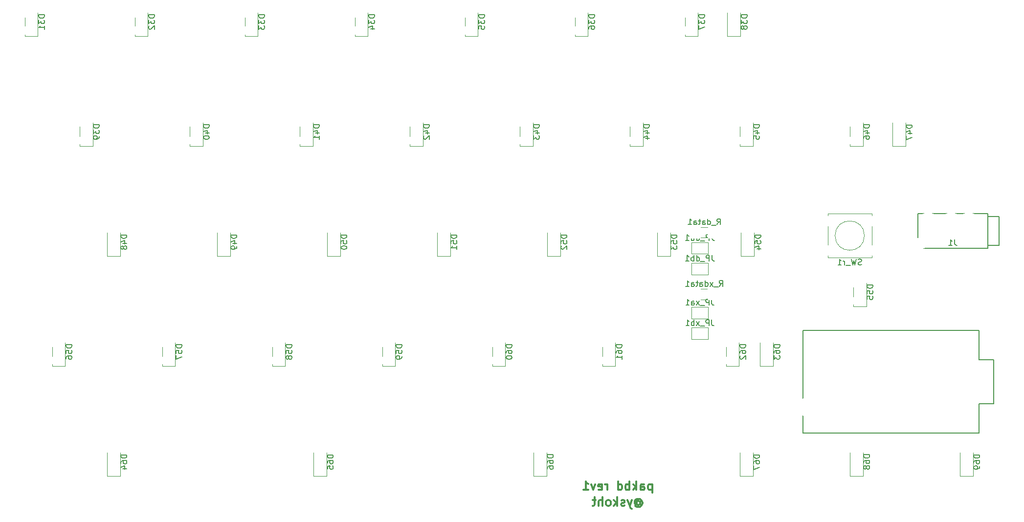
<source format=gbo>
G04 #@! TF.GenerationSoftware,KiCad,Pcbnew,(5.0.0-3-g5ebb6b6)*
G04 #@! TF.CreationDate,2018-10-13T13:11:11+09:00*
G04 #@! TF.ProjectId,pakbd,70616B62642E6B696361645F70636200,1*
G04 #@! TF.SameCoordinates,Original*
G04 #@! TF.FileFunction,Legend,Bot*
G04 #@! TF.FilePolarity,Positive*
%FSLAX46Y46*%
G04 Gerber Fmt 4.6, Leading zero omitted, Abs format (unit mm)*
G04 Created by KiCad (PCBNEW (5.0.0-3-g5ebb6b6)) date *
%MOMM*%
%LPD*%
G01*
G04 APERTURE LIST*
%ADD10C,0.300000*%
%ADD11C,0.120000*%
%ADD12C,0.150000*%
%ADD13R,3.400000X2.900000*%
%ADD14C,2.160000*%
%ADD15C,4.400000*%
%ADD16C,3.400000*%
%ADD17R,9.625000X1.400000*%
%ADD18C,0.100000*%
%ADD19C,1.825000*%
%ADD20R,28.710000X1.400000*%
%ADD21R,16.900000X1.400000*%
%ADD22C,3.600000*%
%ADD23R,1.400000X1.900000*%
%ADD24C,1.797000*%
%ADD25C,2.000000*%
%ADD26R,2.000000X2.000000*%
%ADD27C,1.600000*%
%ADD28O,2.700000X1.900000*%
G04 APERTURE END LIST*
D10*
X331888571Y-118688571D02*
X331888571Y-120188571D01*
X331888571Y-118760000D02*
X331745714Y-118688571D01*
X331460000Y-118688571D01*
X331317142Y-118760000D01*
X331245714Y-118831428D01*
X331174285Y-118974285D01*
X331174285Y-119402857D01*
X331245714Y-119545714D01*
X331317142Y-119617142D01*
X331460000Y-119688571D01*
X331745714Y-119688571D01*
X331888571Y-119617142D01*
X329888571Y-119688571D02*
X329888571Y-118902857D01*
X329960000Y-118760000D01*
X330102857Y-118688571D01*
X330388571Y-118688571D01*
X330531428Y-118760000D01*
X329888571Y-119617142D02*
X330031428Y-119688571D01*
X330388571Y-119688571D01*
X330531428Y-119617142D01*
X330602857Y-119474285D01*
X330602857Y-119331428D01*
X330531428Y-119188571D01*
X330388571Y-119117142D01*
X330031428Y-119117142D01*
X329888571Y-119045714D01*
X329174285Y-119688571D02*
X329174285Y-118188571D01*
X329031428Y-119117142D02*
X328602857Y-119688571D01*
X328602857Y-118688571D02*
X329174285Y-119260000D01*
X327960000Y-119688571D02*
X327960000Y-118188571D01*
X327960000Y-118760000D02*
X327817142Y-118688571D01*
X327531428Y-118688571D01*
X327388571Y-118760000D01*
X327317142Y-118831428D01*
X327245714Y-118974285D01*
X327245714Y-119402857D01*
X327317142Y-119545714D01*
X327388571Y-119617142D01*
X327531428Y-119688571D01*
X327817142Y-119688571D01*
X327960000Y-119617142D01*
X325960000Y-119688571D02*
X325960000Y-118188571D01*
X325960000Y-119617142D02*
X326102857Y-119688571D01*
X326388571Y-119688571D01*
X326531428Y-119617142D01*
X326602857Y-119545714D01*
X326674285Y-119402857D01*
X326674285Y-118974285D01*
X326602857Y-118831428D01*
X326531428Y-118760000D01*
X326388571Y-118688571D01*
X326102857Y-118688571D01*
X325960000Y-118760000D01*
X324102857Y-119688571D02*
X324102857Y-118688571D01*
X324102857Y-118974285D02*
X324031428Y-118831428D01*
X323960000Y-118760000D01*
X323817142Y-118688571D01*
X323674285Y-118688571D01*
X322602857Y-119617142D02*
X322745714Y-119688571D01*
X323031428Y-119688571D01*
X323174285Y-119617142D01*
X323245714Y-119474285D01*
X323245714Y-118902857D01*
X323174285Y-118760000D01*
X323031428Y-118688571D01*
X322745714Y-118688571D01*
X322602857Y-118760000D01*
X322531428Y-118902857D01*
X322531428Y-119045714D01*
X323245714Y-119188571D01*
X322031428Y-118688571D02*
X321674285Y-119688571D01*
X321317142Y-118688571D01*
X319960000Y-119688571D02*
X320817142Y-119688571D01*
X320388571Y-119688571D02*
X320388571Y-118188571D01*
X320531428Y-118402857D01*
X320674285Y-118545714D01*
X320817142Y-118617142D01*
X329210000Y-121724285D02*
X329281428Y-121652857D01*
X329424285Y-121581428D01*
X329567142Y-121581428D01*
X329710000Y-121652857D01*
X329781428Y-121724285D01*
X329852857Y-121867142D01*
X329852857Y-122010000D01*
X329781428Y-122152857D01*
X329710000Y-122224285D01*
X329567142Y-122295714D01*
X329424285Y-122295714D01*
X329281428Y-122224285D01*
X329210000Y-122152857D01*
X329210000Y-121581428D02*
X329210000Y-122152857D01*
X329138571Y-122224285D01*
X329067142Y-122224285D01*
X328924285Y-122152857D01*
X328852857Y-122010000D01*
X328852857Y-121652857D01*
X328995714Y-121438571D01*
X329210000Y-121295714D01*
X329495714Y-121224285D01*
X329781428Y-121295714D01*
X329995714Y-121438571D01*
X330138571Y-121652857D01*
X330210000Y-121938571D01*
X330138571Y-122224285D01*
X329995714Y-122438571D01*
X329781428Y-122581428D01*
X329495714Y-122652857D01*
X329210000Y-122581428D01*
X328995714Y-122438571D01*
X328352857Y-121438571D02*
X327995714Y-122438571D01*
X327638571Y-121438571D02*
X327995714Y-122438571D01*
X328138571Y-122795714D01*
X328210000Y-122867142D01*
X328352857Y-122938571D01*
X327138571Y-122367142D02*
X326995714Y-122438571D01*
X326710000Y-122438571D01*
X326567142Y-122367142D01*
X326495714Y-122224285D01*
X326495714Y-122152857D01*
X326567142Y-122010000D01*
X326710000Y-121938571D01*
X326924285Y-121938571D01*
X327067142Y-121867142D01*
X327138571Y-121724285D01*
X327138571Y-121652857D01*
X327067142Y-121510000D01*
X326924285Y-121438571D01*
X326710000Y-121438571D01*
X326567142Y-121510000D01*
X325852857Y-122438571D02*
X325852857Y-120938571D01*
X325710000Y-121867142D02*
X325281428Y-122438571D01*
X325281428Y-121438571D02*
X325852857Y-122010000D01*
X324424285Y-122438571D02*
X324567142Y-122367142D01*
X324638571Y-122295714D01*
X324710000Y-122152857D01*
X324710000Y-121724285D01*
X324638571Y-121581428D01*
X324567142Y-121510000D01*
X324424285Y-121438571D01*
X324210000Y-121438571D01*
X324067142Y-121510000D01*
X323995714Y-121581428D01*
X323924285Y-121724285D01*
X323924285Y-122152857D01*
X323995714Y-122295714D01*
X324067142Y-122367142D01*
X324210000Y-122438571D01*
X324424285Y-122438571D01*
X323281428Y-122438571D02*
X323281428Y-120938571D01*
X322638571Y-122438571D02*
X322638571Y-121652857D01*
X322710000Y-121510000D01*
X322852857Y-121438571D01*
X323067142Y-121438571D01*
X323210000Y-121510000D01*
X323281428Y-121581428D01*
X322138571Y-121438571D02*
X321567142Y-121438571D01*
X321924285Y-120938571D02*
X321924285Y-122224285D01*
X321852857Y-122367142D01*
X321710000Y-122438571D01*
X321567142Y-122438571D01*
D11*
G04 #@! TO.C,D46*
X366115000Y-60110000D02*
X366115000Y-56050000D01*
X368385000Y-60110000D02*
X366115000Y-60110000D01*
X368385000Y-56050000D02*
X368385000Y-60110000D01*
G04 #@! TO.C,D47*
X373485000Y-60150000D02*
X373485000Y-56090000D01*
X375755000Y-60150000D02*
X373485000Y-60150000D01*
X375755000Y-56090000D02*
X375755000Y-60150000D01*
G04 #@! TO.C,D48*
X237525000Y-79200000D02*
X237525000Y-75140000D01*
X239795000Y-79200000D02*
X237525000Y-79200000D01*
X239795000Y-75140000D02*
X239795000Y-79200000D01*
G04 #@! TO.C,D49*
X256575000Y-79200000D02*
X256575000Y-75140000D01*
X258845000Y-79200000D02*
X256575000Y-79200000D01*
X258845000Y-75140000D02*
X258845000Y-79200000D01*
G04 #@! TO.C,D50*
X275625000Y-79200000D02*
X275625000Y-75140000D01*
X277895000Y-79200000D02*
X275625000Y-79200000D01*
X277895000Y-75140000D02*
X277895000Y-79200000D01*
G04 #@! TO.C,D51*
X294675000Y-79200000D02*
X294675000Y-75140000D01*
X296945000Y-79200000D02*
X294675000Y-79200000D01*
X296945000Y-75140000D02*
X296945000Y-79200000D01*
G04 #@! TO.C,D52*
X313725000Y-79200000D02*
X313725000Y-75140000D01*
X315995000Y-79200000D02*
X313725000Y-79200000D01*
X315995000Y-75140000D02*
X315995000Y-79200000D01*
G04 #@! TO.C,D53*
X332775000Y-79200000D02*
X332775000Y-75140000D01*
X335045000Y-79200000D02*
X332775000Y-79200000D01*
X335045000Y-75140000D02*
X335045000Y-79200000D01*
G04 #@! TO.C,D54*
X347275000Y-79200000D02*
X347275000Y-75140000D01*
X349545000Y-79200000D02*
X347275000Y-79200000D01*
X349545000Y-75140000D02*
X349545000Y-79200000D01*
G04 #@! TO.C,D55*
X366705000Y-87880000D02*
X366705000Y-83820000D01*
X368975000Y-87880000D02*
X366705000Y-87880000D01*
X368975000Y-83820000D02*
X368975000Y-87880000D01*
G04 #@! TO.C,D56*
X228015000Y-98220000D02*
X228015000Y-94160000D01*
X230285000Y-98220000D02*
X228015000Y-98220000D01*
X230285000Y-94160000D02*
X230285000Y-98220000D01*
G04 #@! TO.C,D57*
X247065000Y-98220000D02*
X247065000Y-94160000D01*
X249335000Y-98220000D02*
X247065000Y-98220000D01*
X249335000Y-94160000D02*
X249335000Y-98220000D01*
G04 #@! TO.C,D58*
X266115000Y-98220000D02*
X266115000Y-94160000D01*
X268385000Y-98220000D02*
X266115000Y-98220000D01*
X268385000Y-94160000D02*
X268385000Y-98220000D01*
G04 #@! TO.C,D59*
X285165000Y-98220000D02*
X285165000Y-94160000D01*
X287435000Y-98220000D02*
X285165000Y-98220000D01*
X287435000Y-94160000D02*
X287435000Y-98220000D01*
G04 #@! TO.C,JP_da1*
X341540478Y-76790000D02*
X338740478Y-76790000D01*
X338740478Y-76790000D02*
X338740478Y-78790000D01*
X338740478Y-78790000D02*
X341540478Y-78790000D01*
X341540478Y-78790000D02*
X341540478Y-76790000D01*
G04 #@! TO.C,D31*
X223265000Y-41070000D02*
X223265000Y-37010000D01*
X225535000Y-41070000D02*
X223265000Y-41070000D01*
X225535000Y-37010000D02*
X225535000Y-41070000D01*
G04 #@! TO.C,D32*
X242315000Y-41070000D02*
X242315000Y-37010000D01*
X244585000Y-41070000D02*
X242315000Y-41070000D01*
X244585000Y-37010000D02*
X244585000Y-41070000D01*
G04 #@! TO.C,D33*
X261365000Y-41070000D02*
X261365000Y-37010000D01*
X263635000Y-41070000D02*
X261365000Y-41070000D01*
X263635000Y-37010000D02*
X263635000Y-41070000D01*
G04 #@! TO.C,D34*
X280415000Y-41070000D02*
X280415000Y-37010000D01*
X282685000Y-41070000D02*
X280415000Y-41070000D01*
X282685000Y-37010000D02*
X282685000Y-41070000D01*
G04 #@! TO.C,D35*
X299465000Y-41070000D02*
X299465000Y-37010000D01*
X301735000Y-41070000D02*
X299465000Y-41070000D01*
X301735000Y-37010000D02*
X301735000Y-41070000D01*
G04 #@! TO.C,D36*
X318515000Y-41070000D02*
X318515000Y-37010000D01*
X320785000Y-41070000D02*
X318515000Y-41070000D01*
X320785000Y-37010000D02*
X320785000Y-41070000D01*
G04 #@! TO.C,D37*
X337565000Y-41070000D02*
X337565000Y-37010000D01*
X339835000Y-41070000D02*
X337565000Y-41070000D01*
X339835000Y-37010000D02*
X339835000Y-41070000D01*
G04 #@! TO.C,D38*
X344915000Y-41070000D02*
X344915000Y-37010000D01*
X347185000Y-41070000D02*
X344915000Y-41070000D01*
X347185000Y-37010000D02*
X347185000Y-41070000D01*
G04 #@! TO.C,D39*
X232765000Y-60110000D02*
X232765000Y-56050000D01*
X235035000Y-60110000D02*
X232765000Y-60110000D01*
X235035000Y-56050000D02*
X235035000Y-60110000D01*
G04 #@! TO.C,D40*
X251815000Y-60110000D02*
X251815000Y-56050000D01*
X254085000Y-60110000D02*
X251815000Y-60110000D01*
X254085000Y-56050000D02*
X254085000Y-60110000D01*
G04 #@! TO.C,D41*
X270865000Y-60110000D02*
X270865000Y-56050000D01*
X273135000Y-60110000D02*
X270865000Y-60110000D01*
X273135000Y-56050000D02*
X273135000Y-60110000D01*
G04 #@! TO.C,D42*
X289915000Y-60110000D02*
X289915000Y-56050000D01*
X292185000Y-60110000D02*
X289915000Y-60110000D01*
X292185000Y-56050000D02*
X292185000Y-60110000D01*
G04 #@! TO.C,D43*
X308965000Y-60110000D02*
X308965000Y-56050000D01*
X311235000Y-60110000D02*
X308965000Y-60110000D01*
X311235000Y-56050000D02*
X311235000Y-60110000D01*
G04 #@! TO.C,D44*
X328015000Y-60110000D02*
X328015000Y-56050000D01*
X330285000Y-60110000D02*
X328015000Y-60110000D01*
X330285000Y-56050000D02*
X330285000Y-60110000D01*
G04 #@! TO.C,D45*
X347065000Y-60110000D02*
X347065000Y-56050000D01*
X349335000Y-60110000D02*
X347065000Y-60110000D01*
X349335000Y-56050000D02*
X349335000Y-60110000D01*
G04 #@! TO.C,D60*
X304215000Y-98220000D02*
X304215000Y-94160000D01*
X306485000Y-98220000D02*
X304215000Y-98220000D01*
X306485000Y-94160000D02*
X306485000Y-98220000D01*
G04 #@! TO.C,D61*
X323265000Y-98220000D02*
X323265000Y-94160000D01*
X325535000Y-98220000D02*
X323265000Y-98220000D01*
X325535000Y-94160000D02*
X325535000Y-98220000D01*
G04 #@! TO.C,D62*
X344685000Y-98220000D02*
X344685000Y-94160000D01*
X346955000Y-98220000D02*
X344685000Y-98220000D01*
X346955000Y-94160000D02*
X346955000Y-98220000D01*
G04 #@! TO.C,D63*
X350585000Y-98220000D02*
X350585000Y-94160000D01*
X352855000Y-98220000D02*
X350585000Y-98220000D01*
X352855000Y-94160000D02*
X352855000Y-98220000D01*
G04 #@! TO.C,D64*
X237525000Y-117290000D02*
X237525000Y-113230000D01*
X239795000Y-117290000D02*
X237525000Y-117290000D01*
X239795000Y-113230000D02*
X239795000Y-117290000D01*
G04 #@! TO.C,D65*
X273265000Y-117280000D02*
X273265000Y-113220000D01*
X275535000Y-117280000D02*
X273265000Y-117280000D01*
X275535000Y-113220000D02*
X275535000Y-117280000D01*
G04 #@! TO.C,D66*
X311355000Y-117270000D02*
X311355000Y-113210000D01*
X313625000Y-117270000D02*
X311355000Y-117270000D01*
X313625000Y-113210000D02*
X313625000Y-117270000D01*
G04 #@! TO.C,D67*
X347085000Y-117300000D02*
X347085000Y-113240000D01*
X349355000Y-117300000D02*
X347085000Y-117300000D01*
X349355000Y-113240000D02*
X349355000Y-117300000D01*
G04 #@! TO.C,D68*
X366125000Y-117260000D02*
X366125000Y-113200000D01*
X368395000Y-117260000D02*
X366125000Y-117260000D01*
X368395000Y-113200000D02*
X368395000Y-117260000D01*
G04 #@! TO.C,D69*
X385185000Y-117280000D02*
X385185000Y-113220000D01*
X387455000Y-117280000D02*
X385185000Y-117280000D01*
X387455000Y-113220000D02*
X387455000Y-117280000D01*
G04 #@! TO.C,JP_db1*
X341540478Y-80380000D02*
X338740478Y-80380000D01*
X338740478Y-80380000D02*
X338740478Y-82380000D01*
X338740478Y-82380000D02*
X341540478Y-82380000D01*
X341540478Y-82380000D02*
X341540478Y-80380000D01*
G04 #@! TO.C,JP_xa1*
X341540478Y-88010000D02*
X338740478Y-88010000D01*
X338740478Y-88010000D02*
X338740478Y-90010000D01*
X338740478Y-90010000D02*
X341540478Y-90010000D01*
X341540478Y-90010000D02*
X341540478Y-88010000D01*
G04 #@! TO.C,JP_xb1*
X341540478Y-91580000D02*
X338740478Y-91580000D01*
X338740478Y-91580000D02*
X338740478Y-93580000D01*
X338740478Y-93580000D02*
X341540478Y-93580000D01*
X341540478Y-93580000D02*
X341540478Y-91580000D01*
G04 #@! TO.C,R_data1*
X341542542Y-76000000D02*
X340338414Y-76000000D01*
X341542542Y-74180000D02*
X340338414Y-74180000D01*
G04 #@! TO.C,R_xdata1*
X341522064Y-86680000D02*
X340317936Y-86680000D01*
X341522064Y-84860000D02*
X340317936Y-84860000D01*
G04 #@! TO.C,SW_r1*
X368640000Y-75630000D02*
G75*
G03X368640000Y-75630000I-2540000J0D01*
G01*
X362290000Y-72120000D02*
X362290000Y-71820000D01*
X369910000Y-72120000D02*
X369910000Y-71820000D01*
X362290000Y-77200000D02*
X362290000Y-74060000D01*
X369910000Y-77200000D02*
X369910000Y-74060000D01*
X362290000Y-79440000D02*
X362290000Y-79140000D01*
X369910000Y-71820000D02*
X362290000Y-71820000D01*
X369910000Y-79440000D02*
X369910000Y-79140000D01*
X362290000Y-79440000D02*
X369910000Y-79440000D01*
D12*
G04 #@! TO.C,U1*
X388470000Y-109840000D02*
X357990000Y-109840000D01*
X388470000Y-104760000D02*
X388470000Y-109840000D01*
X391010000Y-104760000D02*
X388470000Y-104760000D01*
X391010000Y-97140000D02*
X391010000Y-104760000D01*
X388470000Y-97140000D02*
X391010000Y-97140000D01*
X388470000Y-92060000D02*
X388470000Y-97140000D01*
X357990000Y-92060000D02*
X388470000Y-92060000D01*
X357990000Y-109840000D02*
X357990000Y-92060000D01*
G04 #@! TO.C,J1*
X389980000Y-71815000D02*
X377880000Y-71815000D01*
X389980000Y-77815000D02*
X389980000Y-71815000D01*
X377880000Y-77815000D02*
X389980000Y-77815000D01*
X377880000Y-71815000D02*
X377880000Y-77815000D01*
X391980000Y-72315000D02*
X389980000Y-72315000D01*
X391980000Y-77315000D02*
X389980000Y-77315000D01*
X391980000Y-72315000D02*
X391980000Y-77315000D01*
G04 #@! TO.C,D46*
X369522380Y-56435714D02*
X368522380Y-56435714D01*
X368522380Y-56673809D01*
X368570000Y-56816666D01*
X368665238Y-56911904D01*
X368760476Y-56959523D01*
X368950952Y-57007142D01*
X369093809Y-57007142D01*
X369284285Y-56959523D01*
X369379523Y-56911904D01*
X369474761Y-56816666D01*
X369522380Y-56673809D01*
X369522380Y-56435714D01*
X368855714Y-57864285D02*
X369522380Y-57864285D01*
X368474761Y-57626190D02*
X369189047Y-57388095D01*
X369189047Y-58007142D01*
X368522380Y-58816666D02*
X368522380Y-58626190D01*
X368570000Y-58530952D01*
X368617619Y-58483333D01*
X368760476Y-58388095D01*
X368950952Y-58340476D01*
X369331904Y-58340476D01*
X369427142Y-58388095D01*
X369474761Y-58435714D01*
X369522380Y-58530952D01*
X369522380Y-58721428D01*
X369474761Y-58816666D01*
X369427142Y-58864285D01*
X369331904Y-58911904D01*
X369093809Y-58911904D01*
X368998571Y-58864285D01*
X368950952Y-58816666D01*
X368903333Y-58721428D01*
X368903333Y-58530952D01*
X368950952Y-58435714D01*
X368998571Y-58388095D01*
X369093809Y-58340476D01*
G04 #@! TO.C,D47*
X376892380Y-56475714D02*
X375892380Y-56475714D01*
X375892380Y-56713809D01*
X375940000Y-56856666D01*
X376035238Y-56951904D01*
X376130476Y-56999523D01*
X376320952Y-57047142D01*
X376463809Y-57047142D01*
X376654285Y-56999523D01*
X376749523Y-56951904D01*
X376844761Y-56856666D01*
X376892380Y-56713809D01*
X376892380Y-56475714D01*
X376225714Y-57904285D02*
X376892380Y-57904285D01*
X375844761Y-57666190D02*
X376559047Y-57428095D01*
X376559047Y-58047142D01*
X375892380Y-58332857D02*
X375892380Y-58999523D01*
X376892380Y-58570952D01*
G04 #@! TO.C,D48*
X240932380Y-75525714D02*
X239932380Y-75525714D01*
X239932380Y-75763809D01*
X239980000Y-75906666D01*
X240075238Y-76001904D01*
X240170476Y-76049523D01*
X240360952Y-76097142D01*
X240503809Y-76097142D01*
X240694285Y-76049523D01*
X240789523Y-76001904D01*
X240884761Y-75906666D01*
X240932380Y-75763809D01*
X240932380Y-75525714D01*
X240265714Y-76954285D02*
X240932380Y-76954285D01*
X239884761Y-76716190D02*
X240599047Y-76478095D01*
X240599047Y-77097142D01*
X240360952Y-77620952D02*
X240313333Y-77525714D01*
X240265714Y-77478095D01*
X240170476Y-77430476D01*
X240122857Y-77430476D01*
X240027619Y-77478095D01*
X239980000Y-77525714D01*
X239932380Y-77620952D01*
X239932380Y-77811428D01*
X239980000Y-77906666D01*
X240027619Y-77954285D01*
X240122857Y-78001904D01*
X240170476Y-78001904D01*
X240265714Y-77954285D01*
X240313333Y-77906666D01*
X240360952Y-77811428D01*
X240360952Y-77620952D01*
X240408571Y-77525714D01*
X240456190Y-77478095D01*
X240551428Y-77430476D01*
X240741904Y-77430476D01*
X240837142Y-77478095D01*
X240884761Y-77525714D01*
X240932380Y-77620952D01*
X240932380Y-77811428D01*
X240884761Y-77906666D01*
X240837142Y-77954285D01*
X240741904Y-78001904D01*
X240551428Y-78001904D01*
X240456190Y-77954285D01*
X240408571Y-77906666D01*
X240360952Y-77811428D01*
G04 #@! TO.C,D49*
X259982380Y-75525714D02*
X258982380Y-75525714D01*
X258982380Y-75763809D01*
X259030000Y-75906666D01*
X259125238Y-76001904D01*
X259220476Y-76049523D01*
X259410952Y-76097142D01*
X259553809Y-76097142D01*
X259744285Y-76049523D01*
X259839523Y-76001904D01*
X259934761Y-75906666D01*
X259982380Y-75763809D01*
X259982380Y-75525714D01*
X259315714Y-76954285D02*
X259982380Y-76954285D01*
X258934761Y-76716190D02*
X259649047Y-76478095D01*
X259649047Y-77097142D01*
X259982380Y-77525714D02*
X259982380Y-77716190D01*
X259934761Y-77811428D01*
X259887142Y-77859047D01*
X259744285Y-77954285D01*
X259553809Y-78001904D01*
X259172857Y-78001904D01*
X259077619Y-77954285D01*
X259030000Y-77906666D01*
X258982380Y-77811428D01*
X258982380Y-77620952D01*
X259030000Y-77525714D01*
X259077619Y-77478095D01*
X259172857Y-77430476D01*
X259410952Y-77430476D01*
X259506190Y-77478095D01*
X259553809Y-77525714D01*
X259601428Y-77620952D01*
X259601428Y-77811428D01*
X259553809Y-77906666D01*
X259506190Y-77954285D01*
X259410952Y-78001904D01*
G04 #@! TO.C,D50*
X279032380Y-75525714D02*
X278032380Y-75525714D01*
X278032380Y-75763809D01*
X278080000Y-75906666D01*
X278175238Y-76001904D01*
X278270476Y-76049523D01*
X278460952Y-76097142D01*
X278603809Y-76097142D01*
X278794285Y-76049523D01*
X278889523Y-76001904D01*
X278984761Y-75906666D01*
X279032380Y-75763809D01*
X279032380Y-75525714D01*
X278032380Y-77001904D02*
X278032380Y-76525714D01*
X278508571Y-76478095D01*
X278460952Y-76525714D01*
X278413333Y-76620952D01*
X278413333Y-76859047D01*
X278460952Y-76954285D01*
X278508571Y-77001904D01*
X278603809Y-77049523D01*
X278841904Y-77049523D01*
X278937142Y-77001904D01*
X278984761Y-76954285D01*
X279032380Y-76859047D01*
X279032380Y-76620952D01*
X278984761Y-76525714D01*
X278937142Y-76478095D01*
X278032380Y-77668571D02*
X278032380Y-77763809D01*
X278080000Y-77859047D01*
X278127619Y-77906666D01*
X278222857Y-77954285D01*
X278413333Y-78001904D01*
X278651428Y-78001904D01*
X278841904Y-77954285D01*
X278937142Y-77906666D01*
X278984761Y-77859047D01*
X279032380Y-77763809D01*
X279032380Y-77668571D01*
X278984761Y-77573333D01*
X278937142Y-77525714D01*
X278841904Y-77478095D01*
X278651428Y-77430476D01*
X278413333Y-77430476D01*
X278222857Y-77478095D01*
X278127619Y-77525714D01*
X278080000Y-77573333D01*
X278032380Y-77668571D01*
G04 #@! TO.C,D51*
X298082380Y-75525714D02*
X297082380Y-75525714D01*
X297082380Y-75763809D01*
X297130000Y-75906666D01*
X297225238Y-76001904D01*
X297320476Y-76049523D01*
X297510952Y-76097142D01*
X297653809Y-76097142D01*
X297844285Y-76049523D01*
X297939523Y-76001904D01*
X298034761Y-75906666D01*
X298082380Y-75763809D01*
X298082380Y-75525714D01*
X297082380Y-77001904D02*
X297082380Y-76525714D01*
X297558571Y-76478095D01*
X297510952Y-76525714D01*
X297463333Y-76620952D01*
X297463333Y-76859047D01*
X297510952Y-76954285D01*
X297558571Y-77001904D01*
X297653809Y-77049523D01*
X297891904Y-77049523D01*
X297987142Y-77001904D01*
X298034761Y-76954285D01*
X298082380Y-76859047D01*
X298082380Y-76620952D01*
X298034761Y-76525714D01*
X297987142Y-76478095D01*
X298082380Y-78001904D02*
X298082380Y-77430476D01*
X298082380Y-77716190D02*
X297082380Y-77716190D01*
X297225238Y-77620952D01*
X297320476Y-77525714D01*
X297368095Y-77430476D01*
G04 #@! TO.C,D52*
X317132380Y-75525714D02*
X316132380Y-75525714D01*
X316132380Y-75763809D01*
X316180000Y-75906666D01*
X316275238Y-76001904D01*
X316370476Y-76049523D01*
X316560952Y-76097142D01*
X316703809Y-76097142D01*
X316894285Y-76049523D01*
X316989523Y-76001904D01*
X317084761Y-75906666D01*
X317132380Y-75763809D01*
X317132380Y-75525714D01*
X316132380Y-77001904D02*
X316132380Y-76525714D01*
X316608571Y-76478095D01*
X316560952Y-76525714D01*
X316513333Y-76620952D01*
X316513333Y-76859047D01*
X316560952Y-76954285D01*
X316608571Y-77001904D01*
X316703809Y-77049523D01*
X316941904Y-77049523D01*
X317037142Y-77001904D01*
X317084761Y-76954285D01*
X317132380Y-76859047D01*
X317132380Y-76620952D01*
X317084761Y-76525714D01*
X317037142Y-76478095D01*
X316227619Y-77430476D02*
X316180000Y-77478095D01*
X316132380Y-77573333D01*
X316132380Y-77811428D01*
X316180000Y-77906666D01*
X316227619Y-77954285D01*
X316322857Y-78001904D01*
X316418095Y-78001904D01*
X316560952Y-77954285D01*
X317132380Y-77382857D01*
X317132380Y-78001904D01*
G04 #@! TO.C,D53*
X336182380Y-75525714D02*
X335182380Y-75525714D01*
X335182380Y-75763809D01*
X335230000Y-75906666D01*
X335325238Y-76001904D01*
X335420476Y-76049523D01*
X335610952Y-76097142D01*
X335753809Y-76097142D01*
X335944285Y-76049523D01*
X336039523Y-76001904D01*
X336134761Y-75906666D01*
X336182380Y-75763809D01*
X336182380Y-75525714D01*
X335182380Y-77001904D02*
X335182380Y-76525714D01*
X335658571Y-76478095D01*
X335610952Y-76525714D01*
X335563333Y-76620952D01*
X335563333Y-76859047D01*
X335610952Y-76954285D01*
X335658571Y-77001904D01*
X335753809Y-77049523D01*
X335991904Y-77049523D01*
X336087142Y-77001904D01*
X336134761Y-76954285D01*
X336182380Y-76859047D01*
X336182380Y-76620952D01*
X336134761Y-76525714D01*
X336087142Y-76478095D01*
X335182380Y-77382857D02*
X335182380Y-78001904D01*
X335563333Y-77668571D01*
X335563333Y-77811428D01*
X335610952Y-77906666D01*
X335658571Y-77954285D01*
X335753809Y-78001904D01*
X335991904Y-78001904D01*
X336087142Y-77954285D01*
X336134761Y-77906666D01*
X336182380Y-77811428D01*
X336182380Y-77525714D01*
X336134761Y-77430476D01*
X336087142Y-77382857D01*
G04 #@! TO.C,D54*
X350682380Y-75525714D02*
X349682380Y-75525714D01*
X349682380Y-75763809D01*
X349730000Y-75906666D01*
X349825238Y-76001904D01*
X349920476Y-76049523D01*
X350110952Y-76097142D01*
X350253809Y-76097142D01*
X350444285Y-76049523D01*
X350539523Y-76001904D01*
X350634761Y-75906666D01*
X350682380Y-75763809D01*
X350682380Y-75525714D01*
X349682380Y-77001904D02*
X349682380Y-76525714D01*
X350158571Y-76478095D01*
X350110952Y-76525714D01*
X350063333Y-76620952D01*
X350063333Y-76859047D01*
X350110952Y-76954285D01*
X350158571Y-77001904D01*
X350253809Y-77049523D01*
X350491904Y-77049523D01*
X350587142Y-77001904D01*
X350634761Y-76954285D01*
X350682380Y-76859047D01*
X350682380Y-76620952D01*
X350634761Y-76525714D01*
X350587142Y-76478095D01*
X350015714Y-77906666D02*
X350682380Y-77906666D01*
X349634761Y-77668571D02*
X350349047Y-77430476D01*
X350349047Y-78049523D01*
G04 #@! TO.C,D55*
X370112380Y-84205714D02*
X369112380Y-84205714D01*
X369112380Y-84443809D01*
X369160000Y-84586666D01*
X369255238Y-84681904D01*
X369350476Y-84729523D01*
X369540952Y-84777142D01*
X369683809Y-84777142D01*
X369874285Y-84729523D01*
X369969523Y-84681904D01*
X370064761Y-84586666D01*
X370112380Y-84443809D01*
X370112380Y-84205714D01*
X369112380Y-85681904D02*
X369112380Y-85205714D01*
X369588571Y-85158095D01*
X369540952Y-85205714D01*
X369493333Y-85300952D01*
X369493333Y-85539047D01*
X369540952Y-85634285D01*
X369588571Y-85681904D01*
X369683809Y-85729523D01*
X369921904Y-85729523D01*
X370017142Y-85681904D01*
X370064761Y-85634285D01*
X370112380Y-85539047D01*
X370112380Y-85300952D01*
X370064761Y-85205714D01*
X370017142Y-85158095D01*
X369112380Y-86634285D02*
X369112380Y-86158095D01*
X369588571Y-86110476D01*
X369540952Y-86158095D01*
X369493333Y-86253333D01*
X369493333Y-86491428D01*
X369540952Y-86586666D01*
X369588571Y-86634285D01*
X369683809Y-86681904D01*
X369921904Y-86681904D01*
X370017142Y-86634285D01*
X370064761Y-86586666D01*
X370112380Y-86491428D01*
X370112380Y-86253333D01*
X370064761Y-86158095D01*
X370017142Y-86110476D01*
G04 #@! TO.C,D56*
X231422380Y-94545714D02*
X230422380Y-94545714D01*
X230422380Y-94783809D01*
X230470000Y-94926666D01*
X230565238Y-95021904D01*
X230660476Y-95069523D01*
X230850952Y-95117142D01*
X230993809Y-95117142D01*
X231184285Y-95069523D01*
X231279523Y-95021904D01*
X231374761Y-94926666D01*
X231422380Y-94783809D01*
X231422380Y-94545714D01*
X230422380Y-96021904D02*
X230422380Y-95545714D01*
X230898571Y-95498095D01*
X230850952Y-95545714D01*
X230803333Y-95640952D01*
X230803333Y-95879047D01*
X230850952Y-95974285D01*
X230898571Y-96021904D01*
X230993809Y-96069523D01*
X231231904Y-96069523D01*
X231327142Y-96021904D01*
X231374761Y-95974285D01*
X231422380Y-95879047D01*
X231422380Y-95640952D01*
X231374761Y-95545714D01*
X231327142Y-95498095D01*
X230422380Y-96926666D02*
X230422380Y-96736190D01*
X230470000Y-96640952D01*
X230517619Y-96593333D01*
X230660476Y-96498095D01*
X230850952Y-96450476D01*
X231231904Y-96450476D01*
X231327142Y-96498095D01*
X231374761Y-96545714D01*
X231422380Y-96640952D01*
X231422380Y-96831428D01*
X231374761Y-96926666D01*
X231327142Y-96974285D01*
X231231904Y-97021904D01*
X230993809Y-97021904D01*
X230898571Y-96974285D01*
X230850952Y-96926666D01*
X230803333Y-96831428D01*
X230803333Y-96640952D01*
X230850952Y-96545714D01*
X230898571Y-96498095D01*
X230993809Y-96450476D01*
G04 #@! TO.C,D57*
X250472380Y-94545714D02*
X249472380Y-94545714D01*
X249472380Y-94783809D01*
X249520000Y-94926666D01*
X249615238Y-95021904D01*
X249710476Y-95069523D01*
X249900952Y-95117142D01*
X250043809Y-95117142D01*
X250234285Y-95069523D01*
X250329523Y-95021904D01*
X250424761Y-94926666D01*
X250472380Y-94783809D01*
X250472380Y-94545714D01*
X249472380Y-96021904D02*
X249472380Y-95545714D01*
X249948571Y-95498095D01*
X249900952Y-95545714D01*
X249853333Y-95640952D01*
X249853333Y-95879047D01*
X249900952Y-95974285D01*
X249948571Y-96021904D01*
X250043809Y-96069523D01*
X250281904Y-96069523D01*
X250377142Y-96021904D01*
X250424761Y-95974285D01*
X250472380Y-95879047D01*
X250472380Y-95640952D01*
X250424761Y-95545714D01*
X250377142Y-95498095D01*
X249472380Y-96402857D02*
X249472380Y-97069523D01*
X250472380Y-96640952D01*
G04 #@! TO.C,D58*
X269522380Y-94545714D02*
X268522380Y-94545714D01*
X268522380Y-94783809D01*
X268570000Y-94926666D01*
X268665238Y-95021904D01*
X268760476Y-95069523D01*
X268950952Y-95117142D01*
X269093809Y-95117142D01*
X269284285Y-95069523D01*
X269379523Y-95021904D01*
X269474761Y-94926666D01*
X269522380Y-94783809D01*
X269522380Y-94545714D01*
X268522380Y-96021904D02*
X268522380Y-95545714D01*
X268998571Y-95498095D01*
X268950952Y-95545714D01*
X268903333Y-95640952D01*
X268903333Y-95879047D01*
X268950952Y-95974285D01*
X268998571Y-96021904D01*
X269093809Y-96069523D01*
X269331904Y-96069523D01*
X269427142Y-96021904D01*
X269474761Y-95974285D01*
X269522380Y-95879047D01*
X269522380Y-95640952D01*
X269474761Y-95545714D01*
X269427142Y-95498095D01*
X268950952Y-96640952D02*
X268903333Y-96545714D01*
X268855714Y-96498095D01*
X268760476Y-96450476D01*
X268712857Y-96450476D01*
X268617619Y-96498095D01*
X268570000Y-96545714D01*
X268522380Y-96640952D01*
X268522380Y-96831428D01*
X268570000Y-96926666D01*
X268617619Y-96974285D01*
X268712857Y-97021904D01*
X268760476Y-97021904D01*
X268855714Y-96974285D01*
X268903333Y-96926666D01*
X268950952Y-96831428D01*
X268950952Y-96640952D01*
X268998571Y-96545714D01*
X269046190Y-96498095D01*
X269141428Y-96450476D01*
X269331904Y-96450476D01*
X269427142Y-96498095D01*
X269474761Y-96545714D01*
X269522380Y-96640952D01*
X269522380Y-96831428D01*
X269474761Y-96926666D01*
X269427142Y-96974285D01*
X269331904Y-97021904D01*
X269141428Y-97021904D01*
X269046190Y-96974285D01*
X268998571Y-96926666D01*
X268950952Y-96831428D01*
G04 #@! TO.C,D59*
X288572380Y-94545714D02*
X287572380Y-94545714D01*
X287572380Y-94783809D01*
X287620000Y-94926666D01*
X287715238Y-95021904D01*
X287810476Y-95069523D01*
X288000952Y-95117142D01*
X288143809Y-95117142D01*
X288334285Y-95069523D01*
X288429523Y-95021904D01*
X288524761Y-94926666D01*
X288572380Y-94783809D01*
X288572380Y-94545714D01*
X287572380Y-96021904D02*
X287572380Y-95545714D01*
X288048571Y-95498095D01*
X288000952Y-95545714D01*
X287953333Y-95640952D01*
X287953333Y-95879047D01*
X288000952Y-95974285D01*
X288048571Y-96021904D01*
X288143809Y-96069523D01*
X288381904Y-96069523D01*
X288477142Y-96021904D01*
X288524761Y-95974285D01*
X288572380Y-95879047D01*
X288572380Y-95640952D01*
X288524761Y-95545714D01*
X288477142Y-95498095D01*
X288572380Y-96545714D02*
X288572380Y-96736190D01*
X288524761Y-96831428D01*
X288477142Y-96879047D01*
X288334285Y-96974285D01*
X288143809Y-97021904D01*
X287762857Y-97021904D01*
X287667619Y-96974285D01*
X287620000Y-96926666D01*
X287572380Y-96831428D01*
X287572380Y-96640952D01*
X287620000Y-96545714D01*
X287667619Y-96498095D01*
X287762857Y-96450476D01*
X288000952Y-96450476D01*
X288096190Y-96498095D01*
X288143809Y-96545714D01*
X288191428Y-96640952D01*
X288191428Y-96831428D01*
X288143809Y-96926666D01*
X288096190Y-96974285D01*
X288000952Y-97021904D01*
G04 #@! TO.C,JP_da1*
X342259525Y-75442380D02*
X342259525Y-76156666D01*
X342307144Y-76299523D01*
X342402382Y-76394761D01*
X342545239Y-76442380D01*
X342640478Y-76442380D01*
X341783335Y-76442380D02*
X341783335Y-75442380D01*
X341402382Y-75442380D01*
X341307144Y-75490000D01*
X341259525Y-75537619D01*
X341211906Y-75632857D01*
X341211906Y-75775714D01*
X341259525Y-75870952D01*
X341307144Y-75918571D01*
X341402382Y-75966190D01*
X341783335Y-75966190D01*
X341021430Y-76537619D02*
X340259525Y-76537619D01*
X339592858Y-76442380D02*
X339592858Y-75442380D01*
X339592858Y-76394761D02*
X339688097Y-76442380D01*
X339878573Y-76442380D01*
X339973811Y-76394761D01*
X340021430Y-76347142D01*
X340069049Y-76251904D01*
X340069049Y-75966190D01*
X340021430Y-75870952D01*
X339973811Y-75823333D01*
X339878573Y-75775714D01*
X339688097Y-75775714D01*
X339592858Y-75823333D01*
X338688097Y-76442380D02*
X338688097Y-75918571D01*
X338735716Y-75823333D01*
X338830954Y-75775714D01*
X339021430Y-75775714D01*
X339116668Y-75823333D01*
X338688097Y-76394761D02*
X338783335Y-76442380D01*
X339021430Y-76442380D01*
X339116668Y-76394761D01*
X339164287Y-76299523D01*
X339164287Y-76204285D01*
X339116668Y-76109047D01*
X339021430Y-76061428D01*
X338783335Y-76061428D01*
X338688097Y-76013809D01*
X337688097Y-76442380D02*
X338259525Y-76442380D01*
X337973811Y-76442380D02*
X337973811Y-75442380D01*
X338069049Y-75585238D01*
X338164287Y-75680476D01*
X338259525Y-75728095D01*
G04 #@! TO.C,D31*
X226672380Y-37395714D02*
X225672380Y-37395714D01*
X225672380Y-37633809D01*
X225720000Y-37776666D01*
X225815238Y-37871904D01*
X225910476Y-37919523D01*
X226100952Y-37967142D01*
X226243809Y-37967142D01*
X226434285Y-37919523D01*
X226529523Y-37871904D01*
X226624761Y-37776666D01*
X226672380Y-37633809D01*
X226672380Y-37395714D01*
X225672380Y-38300476D02*
X225672380Y-38919523D01*
X226053333Y-38586190D01*
X226053333Y-38729047D01*
X226100952Y-38824285D01*
X226148571Y-38871904D01*
X226243809Y-38919523D01*
X226481904Y-38919523D01*
X226577142Y-38871904D01*
X226624761Y-38824285D01*
X226672380Y-38729047D01*
X226672380Y-38443333D01*
X226624761Y-38348095D01*
X226577142Y-38300476D01*
X226672380Y-39871904D02*
X226672380Y-39300476D01*
X226672380Y-39586190D02*
X225672380Y-39586190D01*
X225815238Y-39490952D01*
X225910476Y-39395714D01*
X225958095Y-39300476D01*
G04 #@! TO.C,D32*
X245722380Y-37395714D02*
X244722380Y-37395714D01*
X244722380Y-37633809D01*
X244770000Y-37776666D01*
X244865238Y-37871904D01*
X244960476Y-37919523D01*
X245150952Y-37967142D01*
X245293809Y-37967142D01*
X245484285Y-37919523D01*
X245579523Y-37871904D01*
X245674761Y-37776666D01*
X245722380Y-37633809D01*
X245722380Y-37395714D01*
X244722380Y-38300476D02*
X244722380Y-38919523D01*
X245103333Y-38586190D01*
X245103333Y-38729047D01*
X245150952Y-38824285D01*
X245198571Y-38871904D01*
X245293809Y-38919523D01*
X245531904Y-38919523D01*
X245627142Y-38871904D01*
X245674761Y-38824285D01*
X245722380Y-38729047D01*
X245722380Y-38443333D01*
X245674761Y-38348095D01*
X245627142Y-38300476D01*
X244817619Y-39300476D02*
X244770000Y-39348095D01*
X244722380Y-39443333D01*
X244722380Y-39681428D01*
X244770000Y-39776666D01*
X244817619Y-39824285D01*
X244912857Y-39871904D01*
X245008095Y-39871904D01*
X245150952Y-39824285D01*
X245722380Y-39252857D01*
X245722380Y-39871904D01*
G04 #@! TO.C,D33*
X264772380Y-37395714D02*
X263772380Y-37395714D01*
X263772380Y-37633809D01*
X263820000Y-37776666D01*
X263915238Y-37871904D01*
X264010476Y-37919523D01*
X264200952Y-37967142D01*
X264343809Y-37967142D01*
X264534285Y-37919523D01*
X264629523Y-37871904D01*
X264724761Y-37776666D01*
X264772380Y-37633809D01*
X264772380Y-37395714D01*
X263772380Y-38300476D02*
X263772380Y-38919523D01*
X264153333Y-38586190D01*
X264153333Y-38729047D01*
X264200952Y-38824285D01*
X264248571Y-38871904D01*
X264343809Y-38919523D01*
X264581904Y-38919523D01*
X264677142Y-38871904D01*
X264724761Y-38824285D01*
X264772380Y-38729047D01*
X264772380Y-38443333D01*
X264724761Y-38348095D01*
X264677142Y-38300476D01*
X263772380Y-39252857D02*
X263772380Y-39871904D01*
X264153333Y-39538571D01*
X264153333Y-39681428D01*
X264200952Y-39776666D01*
X264248571Y-39824285D01*
X264343809Y-39871904D01*
X264581904Y-39871904D01*
X264677142Y-39824285D01*
X264724761Y-39776666D01*
X264772380Y-39681428D01*
X264772380Y-39395714D01*
X264724761Y-39300476D01*
X264677142Y-39252857D01*
G04 #@! TO.C,D34*
X283822380Y-37395714D02*
X282822380Y-37395714D01*
X282822380Y-37633809D01*
X282870000Y-37776666D01*
X282965238Y-37871904D01*
X283060476Y-37919523D01*
X283250952Y-37967142D01*
X283393809Y-37967142D01*
X283584285Y-37919523D01*
X283679523Y-37871904D01*
X283774761Y-37776666D01*
X283822380Y-37633809D01*
X283822380Y-37395714D01*
X282822380Y-38300476D02*
X282822380Y-38919523D01*
X283203333Y-38586190D01*
X283203333Y-38729047D01*
X283250952Y-38824285D01*
X283298571Y-38871904D01*
X283393809Y-38919523D01*
X283631904Y-38919523D01*
X283727142Y-38871904D01*
X283774761Y-38824285D01*
X283822380Y-38729047D01*
X283822380Y-38443333D01*
X283774761Y-38348095D01*
X283727142Y-38300476D01*
X283155714Y-39776666D02*
X283822380Y-39776666D01*
X282774761Y-39538571D02*
X283489047Y-39300476D01*
X283489047Y-39919523D01*
G04 #@! TO.C,D35*
X302872380Y-37395714D02*
X301872380Y-37395714D01*
X301872380Y-37633809D01*
X301920000Y-37776666D01*
X302015238Y-37871904D01*
X302110476Y-37919523D01*
X302300952Y-37967142D01*
X302443809Y-37967142D01*
X302634285Y-37919523D01*
X302729523Y-37871904D01*
X302824761Y-37776666D01*
X302872380Y-37633809D01*
X302872380Y-37395714D01*
X301872380Y-38300476D02*
X301872380Y-38919523D01*
X302253333Y-38586190D01*
X302253333Y-38729047D01*
X302300952Y-38824285D01*
X302348571Y-38871904D01*
X302443809Y-38919523D01*
X302681904Y-38919523D01*
X302777142Y-38871904D01*
X302824761Y-38824285D01*
X302872380Y-38729047D01*
X302872380Y-38443333D01*
X302824761Y-38348095D01*
X302777142Y-38300476D01*
X301872380Y-39824285D02*
X301872380Y-39348095D01*
X302348571Y-39300476D01*
X302300952Y-39348095D01*
X302253333Y-39443333D01*
X302253333Y-39681428D01*
X302300952Y-39776666D01*
X302348571Y-39824285D01*
X302443809Y-39871904D01*
X302681904Y-39871904D01*
X302777142Y-39824285D01*
X302824761Y-39776666D01*
X302872380Y-39681428D01*
X302872380Y-39443333D01*
X302824761Y-39348095D01*
X302777142Y-39300476D01*
G04 #@! TO.C,D36*
X321922380Y-37395714D02*
X320922380Y-37395714D01*
X320922380Y-37633809D01*
X320970000Y-37776666D01*
X321065238Y-37871904D01*
X321160476Y-37919523D01*
X321350952Y-37967142D01*
X321493809Y-37967142D01*
X321684285Y-37919523D01*
X321779523Y-37871904D01*
X321874761Y-37776666D01*
X321922380Y-37633809D01*
X321922380Y-37395714D01*
X320922380Y-38300476D02*
X320922380Y-38919523D01*
X321303333Y-38586190D01*
X321303333Y-38729047D01*
X321350952Y-38824285D01*
X321398571Y-38871904D01*
X321493809Y-38919523D01*
X321731904Y-38919523D01*
X321827142Y-38871904D01*
X321874761Y-38824285D01*
X321922380Y-38729047D01*
X321922380Y-38443333D01*
X321874761Y-38348095D01*
X321827142Y-38300476D01*
X320922380Y-39776666D02*
X320922380Y-39586190D01*
X320970000Y-39490952D01*
X321017619Y-39443333D01*
X321160476Y-39348095D01*
X321350952Y-39300476D01*
X321731904Y-39300476D01*
X321827142Y-39348095D01*
X321874761Y-39395714D01*
X321922380Y-39490952D01*
X321922380Y-39681428D01*
X321874761Y-39776666D01*
X321827142Y-39824285D01*
X321731904Y-39871904D01*
X321493809Y-39871904D01*
X321398571Y-39824285D01*
X321350952Y-39776666D01*
X321303333Y-39681428D01*
X321303333Y-39490952D01*
X321350952Y-39395714D01*
X321398571Y-39348095D01*
X321493809Y-39300476D01*
G04 #@! TO.C,D37*
X340972380Y-37395714D02*
X339972380Y-37395714D01*
X339972380Y-37633809D01*
X340020000Y-37776666D01*
X340115238Y-37871904D01*
X340210476Y-37919523D01*
X340400952Y-37967142D01*
X340543809Y-37967142D01*
X340734285Y-37919523D01*
X340829523Y-37871904D01*
X340924761Y-37776666D01*
X340972380Y-37633809D01*
X340972380Y-37395714D01*
X339972380Y-38300476D02*
X339972380Y-38919523D01*
X340353333Y-38586190D01*
X340353333Y-38729047D01*
X340400952Y-38824285D01*
X340448571Y-38871904D01*
X340543809Y-38919523D01*
X340781904Y-38919523D01*
X340877142Y-38871904D01*
X340924761Y-38824285D01*
X340972380Y-38729047D01*
X340972380Y-38443333D01*
X340924761Y-38348095D01*
X340877142Y-38300476D01*
X339972380Y-39252857D02*
X339972380Y-39919523D01*
X340972380Y-39490952D01*
G04 #@! TO.C,D38*
X348322380Y-37395714D02*
X347322380Y-37395714D01*
X347322380Y-37633809D01*
X347370000Y-37776666D01*
X347465238Y-37871904D01*
X347560476Y-37919523D01*
X347750952Y-37967142D01*
X347893809Y-37967142D01*
X348084285Y-37919523D01*
X348179523Y-37871904D01*
X348274761Y-37776666D01*
X348322380Y-37633809D01*
X348322380Y-37395714D01*
X347322380Y-38300476D02*
X347322380Y-38919523D01*
X347703333Y-38586190D01*
X347703333Y-38729047D01*
X347750952Y-38824285D01*
X347798571Y-38871904D01*
X347893809Y-38919523D01*
X348131904Y-38919523D01*
X348227142Y-38871904D01*
X348274761Y-38824285D01*
X348322380Y-38729047D01*
X348322380Y-38443333D01*
X348274761Y-38348095D01*
X348227142Y-38300476D01*
X347750952Y-39490952D02*
X347703333Y-39395714D01*
X347655714Y-39348095D01*
X347560476Y-39300476D01*
X347512857Y-39300476D01*
X347417619Y-39348095D01*
X347370000Y-39395714D01*
X347322380Y-39490952D01*
X347322380Y-39681428D01*
X347370000Y-39776666D01*
X347417619Y-39824285D01*
X347512857Y-39871904D01*
X347560476Y-39871904D01*
X347655714Y-39824285D01*
X347703333Y-39776666D01*
X347750952Y-39681428D01*
X347750952Y-39490952D01*
X347798571Y-39395714D01*
X347846190Y-39348095D01*
X347941428Y-39300476D01*
X348131904Y-39300476D01*
X348227142Y-39348095D01*
X348274761Y-39395714D01*
X348322380Y-39490952D01*
X348322380Y-39681428D01*
X348274761Y-39776666D01*
X348227142Y-39824285D01*
X348131904Y-39871904D01*
X347941428Y-39871904D01*
X347846190Y-39824285D01*
X347798571Y-39776666D01*
X347750952Y-39681428D01*
G04 #@! TO.C,D39*
X236172380Y-56435714D02*
X235172380Y-56435714D01*
X235172380Y-56673809D01*
X235220000Y-56816666D01*
X235315238Y-56911904D01*
X235410476Y-56959523D01*
X235600952Y-57007142D01*
X235743809Y-57007142D01*
X235934285Y-56959523D01*
X236029523Y-56911904D01*
X236124761Y-56816666D01*
X236172380Y-56673809D01*
X236172380Y-56435714D01*
X235172380Y-57340476D02*
X235172380Y-57959523D01*
X235553333Y-57626190D01*
X235553333Y-57769047D01*
X235600952Y-57864285D01*
X235648571Y-57911904D01*
X235743809Y-57959523D01*
X235981904Y-57959523D01*
X236077142Y-57911904D01*
X236124761Y-57864285D01*
X236172380Y-57769047D01*
X236172380Y-57483333D01*
X236124761Y-57388095D01*
X236077142Y-57340476D01*
X236172380Y-58435714D02*
X236172380Y-58626190D01*
X236124761Y-58721428D01*
X236077142Y-58769047D01*
X235934285Y-58864285D01*
X235743809Y-58911904D01*
X235362857Y-58911904D01*
X235267619Y-58864285D01*
X235220000Y-58816666D01*
X235172380Y-58721428D01*
X235172380Y-58530952D01*
X235220000Y-58435714D01*
X235267619Y-58388095D01*
X235362857Y-58340476D01*
X235600952Y-58340476D01*
X235696190Y-58388095D01*
X235743809Y-58435714D01*
X235791428Y-58530952D01*
X235791428Y-58721428D01*
X235743809Y-58816666D01*
X235696190Y-58864285D01*
X235600952Y-58911904D01*
G04 #@! TO.C,D40*
X255222380Y-56435714D02*
X254222380Y-56435714D01*
X254222380Y-56673809D01*
X254270000Y-56816666D01*
X254365238Y-56911904D01*
X254460476Y-56959523D01*
X254650952Y-57007142D01*
X254793809Y-57007142D01*
X254984285Y-56959523D01*
X255079523Y-56911904D01*
X255174761Y-56816666D01*
X255222380Y-56673809D01*
X255222380Y-56435714D01*
X254555714Y-57864285D02*
X255222380Y-57864285D01*
X254174761Y-57626190D02*
X254889047Y-57388095D01*
X254889047Y-58007142D01*
X254222380Y-58578571D02*
X254222380Y-58673809D01*
X254270000Y-58769047D01*
X254317619Y-58816666D01*
X254412857Y-58864285D01*
X254603333Y-58911904D01*
X254841428Y-58911904D01*
X255031904Y-58864285D01*
X255127142Y-58816666D01*
X255174761Y-58769047D01*
X255222380Y-58673809D01*
X255222380Y-58578571D01*
X255174761Y-58483333D01*
X255127142Y-58435714D01*
X255031904Y-58388095D01*
X254841428Y-58340476D01*
X254603333Y-58340476D01*
X254412857Y-58388095D01*
X254317619Y-58435714D01*
X254270000Y-58483333D01*
X254222380Y-58578571D01*
G04 #@! TO.C,D41*
X274272380Y-56435714D02*
X273272380Y-56435714D01*
X273272380Y-56673809D01*
X273320000Y-56816666D01*
X273415238Y-56911904D01*
X273510476Y-56959523D01*
X273700952Y-57007142D01*
X273843809Y-57007142D01*
X274034285Y-56959523D01*
X274129523Y-56911904D01*
X274224761Y-56816666D01*
X274272380Y-56673809D01*
X274272380Y-56435714D01*
X273605714Y-57864285D02*
X274272380Y-57864285D01*
X273224761Y-57626190D02*
X273939047Y-57388095D01*
X273939047Y-58007142D01*
X274272380Y-58911904D02*
X274272380Y-58340476D01*
X274272380Y-58626190D02*
X273272380Y-58626190D01*
X273415238Y-58530952D01*
X273510476Y-58435714D01*
X273558095Y-58340476D01*
G04 #@! TO.C,D42*
X293322380Y-56435714D02*
X292322380Y-56435714D01*
X292322380Y-56673809D01*
X292370000Y-56816666D01*
X292465238Y-56911904D01*
X292560476Y-56959523D01*
X292750952Y-57007142D01*
X292893809Y-57007142D01*
X293084285Y-56959523D01*
X293179523Y-56911904D01*
X293274761Y-56816666D01*
X293322380Y-56673809D01*
X293322380Y-56435714D01*
X292655714Y-57864285D02*
X293322380Y-57864285D01*
X292274761Y-57626190D02*
X292989047Y-57388095D01*
X292989047Y-58007142D01*
X292417619Y-58340476D02*
X292370000Y-58388095D01*
X292322380Y-58483333D01*
X292322380Y-58721428D01*
X292370000Y-58816666D01*
X292417619Y-58864285D01*
X292512857Y-58911904D01*
X292608095Y-58911904D01*
X292750952Y-58864285D01*
X293322380Y-58292857D01*
X293322380Y-58911904D01*
G04 #@! TO.C,D43*
X312372380Y-56435714D02*
X311372380Y-56435714D01*
X311372380Y-56673809D01*
X311420000Y-56816666D01*
X311515238Y-56911904D01*
X311610476Y-56959523D01*
X311800952Y-57007142D01*
X311943809Y-57007142D01*
X312134285Y-56959523D01*
X312229523Y-56911904D01*
X312324761Y-56816666D01*
X312372380Y-56673809D01*
X312372380Y-56435714D01*
X311705714Y-57864285D02*
X312372380Y-57864285D01*
X311324761Y-57626190D02*
X312039047Y-57388095D01*
X312039047Y-58007142D01*
X311372380Y-58292857D02*
X311372380Y-58911904D01*
X311753333Y-58578571D01*
X311753333Y-58721428D01*
X311800952Y-58816666D01*
X311848571Y-58864285D01*
X311943809Y-58911904D01*
X312181904Y-58911904D01*
X312277142Y-58864285D01*
X312324761Y-58816666D01*
X312372380Y-58721428D01*
X312372380Y-58435714D01*
X312324761Y-58340476D01*
X312277142Y-58292857D01*
G04 #@! TO.C,D44*
X331422380Y-56435714D02*
X330422380Y-56435714D01*
X330422380Y-56673809D01*
X330470000Y-56816666D01*
X330565238Y-56911904D01*
X330660476Y-56959523D01*
X330850952Y-57007142D01*
X330993809Y-57007142D01*
X331184285Y-56959523D01*
X331279523Y-56911904D01*
X331374761Y-56816666D01*
X331422380Y-56673809D01*
X331422380Y-56435714D01*
X330755714Y-57864285D02*
X331422380Y-57864285D01*
X330374761Y-57626190D02*
X331089047Y-57388095D01*
X331089047Y-58007142D01*
X330755714Y-58816666D02*
X331422380Y-58816666D01*
X330374761Y-58578571D02*
X331089047Y-58340476D01*
X331089047Y-58959523D01*
G04 #@! TO.C,D45*
X350472380Y-56435714D02*
X349472380Y-56435714D01*
X349472380Y-56673809D01*
X349520000Y-56816666D01*
X349615238Y-56911904D01*
X349710476Y-56959523D01*
X349900952Y-57007142D01*
X350043809Y-57007142D01*
X350234285Y-56959523D01*
X350329523Y-56911904D01*
X350424761Y-56816666D01*
X350472380Y-56673809D01*
X350472380Y-56435714D01*
X349805714Y-57864285D02*
X350472380Y-57864285D01*
X349424761Y-57626190D02*
X350139047Y-57388095D01*
X350139047Y-58007142D01*
X349472380Y-58864285D02*
X349472380Y-58388095D01*
X349948571Y-58340476D01*
X349900952Y-58388095D01*
X349853333Y-58483333D01*
X349853333Y-58721428D01*
X349900952Y-58816666D01*
X349948571Y-58864285D01*
X350043809Y-58911904D01*
X350281904Y-58911904D01*
X350377142Y-58864285D01*
X350424761Y-58816666D01*
X350472380Y-58721428D01*
X350472380Y-58483333D01*
X350424761Y-58388095D01*
X350377142Y-58340476D01*
G04 #@! TO.C,D60*
X307622380Y-94545714D02*
X306622380Y-94545714D01*
X306622380Y-94783809D01*
X306670000Y-94926666D01*
X306765238Y-95021904D01*
X306860476Y-95069523D01*
X307050952Y-95117142D01*
X307193809Y-95117142D01*
X307384285Y-95069523D01*
X307479523Y-95021904D01*
X307574761Y-94926666D01*
X307622380Y-94783809D01*
X307622380Y-94545714D01*
X306622380Y-95974285D02*
X306622380Y-95783809D01*
X306670000Y-95688571D01*
X306717619Y-95640952D01*
X306860476Y-95545714D01*
X307050952Y-95498095D01*
X307431904Y-95498095D01*
X307527142Y-95545714D01*
X307574761Y-95593333D01*
X307622380Y-95688571D01*
X307622380Y-95879047D01*
X307574761Y-95974285D01*
X307527142Y-96021904D01*
X307431904Y-96069523D01*
X307193809Y-96069523D01*
X307098571Y-96021904D01*
X307050952Y-95974285D01*
X307003333Y-95879047D01*
X307003333Y-95688571D01*
X307050952Y-95593333D01*
X307098571Y-95545714D01*
X307193809Y-95498095D01*
X306622380Y-96688571D02*
X306622380Y-96783809D01*
X306670000Y-96879047D01*
X306717619Y-96926666D01*
X306812857Y-96974285D01*
X307003333Y-97021904D01*
X307241428Y-97021904D01*
X307431904Y-96974285D01*
X307527142Y-96926666D01*
X307574761Y-96879047D01*
X307622380Y-96783809D01*
X307622380Y-96688571D01*
X307574761Y-96593333D01*
X307527142Y-96545714D01*
X307431904Y-96498095D01*
X307241428Y-96450476D01*
X307003333Y-96450476D01*
X306812857Y-96498095D01*
X306717619Y-96545714D01*
X306670000Y-96593333D01*
X306622380Y-96688571D01*
G04 #@! TO.C,D61*
X326672380Y-94545714D02*
X325672380Y-94545714D01*
X325672380Y-94783809D01*
X325720000Y-94926666D01*
X325815238Y-95021904D01*
X325910476Y-95069523D01*
X326100952Y-95117142D01*
X326243809Y-95117142D01*
X326434285Y-95069523D01*
X326529523Y-95021904D01*
X326624761Y-94926666D01*
X326672380Y-94783809D01*
X326672380Y-94545714D01*
X325672380Y-95974285D02*
X325672380Y-95783809D01*
X325720000Y-95688571D01*
X325767619Y-95640952D01*
X325910476Y-95545714D01*
X326100952Y-95498095D01*
X326481904Y-95498095D01*
X326577142Y-95545714D01*
X326624761Y-95593333D01*
X326672380Y-95688571D01*
X326672380Y-95879047D01*
X326624761Y-95974285D01*
X326577142Y-96021904D01*
X326481904Y-96069523D01*
X326243809Y-96069523D01*
X326148571Y-96021904D01*
X326100952Y-95974285D01*
X326053333Y-95879047D01*
X326053333Y-95688571D01*
X326100952Y-95593333D01*
X326148571Y-95545714D01*
X326243809Y-95498095D01*
X326672380Y-97021904D02*
X326672380Y-96450476D01*
X326672380Y-96736190D02*
X325672380Y-96736190D01*
X325815238Y-96640952D01*
X325910476Y-96545714D01*
X325958095Y-96450476D01*
G04 #@! TO.C,D62*
X348092380Y-94545714D02*
X347092380Y-94545714D01*
X347092380Y-94783809D01*
X347140000Y-94926666D01*
X347235238Y-95021904D01*
X347330476Y-95069523D01*
X347520952Y-95117142D01*
X347663809Y-95117142D01*
X347854285Y-95069523D01*
X347949523Y-95021904D01*
X348044761Y-94926666D01*
X348092380Y-94783809D01*
X348092380Y-94545714D01*
X347092380Y-95974285D02*
X347092380Y-95783809D01*
X347140000Y-95688571D01*
X347187619Y-95640952D01*
X347330476Y-95545714D01*
X347520952Y-95498095D01*
X347901904Y-95498095D01*
X347997142Y-95545714D01*
X348044761Y-95593333D01*
X348092380Y-95688571D01*
X348092380Y-95879047D01*
X348044761Y-95974285D01*
X347997142Y-96021904D01*
X347901904Y-96069523D01*
X347663809Y-96069523D01*
X347568571Y-96021904D01*
X347520952Y-95974285D01*
X347473333Y-95879047D01*
X347473333Y-95688571D01*
X347520952Y-95593333D01*
X347568571Y-95545714D01*
X347663809Y-95498095D01*
X347187619Y-96450476D02*
X347140000Y-96498095D01*
X347092380Y-96593333D01*
X347092380Y-96831428D01*
X347140000Y-96926666D01*
X347187619Y-96974285D01*
X347282857Y-97021904D01*
X347378095Y-97021904D01*
X347520952Y-96974285D01*
X348092380Y-96402857D01*
X348092380Y-97021904D01*
G04 #@! TO.C,D63*
X353992380Y-94545714D02*
X352992380Y-94545714D01*
X352992380Y-94783809D01*
X353040000Y-94926666D01*
X353135238Y-95021904D01*
X353230476Y-95069523D01*
X353420952Y-95117142D01*
X353563809Y-95117142D01*
X353754285Y-95069523D01*
X353849523Y-95021904D01*
X353944761Y-94926666D01*
X353992380Y-94783809D01*
X353992380Y-94545714D01*
X352992380Y-95974285D02*
X352992380Y-95783809D01*
X353040000Y-95688571D01*
X353087619Y-95640952D01*
X353230476Y-95545714D01*
X353420952Y-95498095D01*
X353801904Y-95498095D01*
X353897142Y-95545714D01*
X353944761Y-95593333D01*
X353992380Y-95688571D01*
X353992380Y-95879047D01*
X353944761Y-95974285D01*
X353897142Y-96021904D01*
X353801904Y-96069523D01*
X353563809Y-96069523D01*
X353468571Y-96021904D01*
X353420952Y-95974285D01*
X353373333Y-95879047D01*
X353373333Y-95688571D01*
X353420952Y-95593333D01*
X353468571Y-95545714D01*
X353563809Y-95498095D01*
X352992380Y-96402857D02*
X352992380Y-97021904D01*
X353373333Y-96688571D01*
X353373333Y-96831428D01*
X353420952Y-96926666D01*
X353468571Y-96974285D01*
X353563809Y-97021904D01*
X353801904Y-97021904D01*
X353897142Y-96974285D01*
X353944761Y-96926666D01*
X353992380Y-96831428D01*
X353992380Y-96545714D01*
X353944761Y-96450476D01*
X353897142Y-96402857D01*
G04 #@! TO.C,D64*
X240932380Y-113615714D02*
X239932380Y-113615714D01*
X239932380Y-113853809D01*
X239980000Y-113996666D01*
X240075238Y-114091904D01*
X240170476Y-114139523D01*
X240360952Y-114187142D01*
X240503809Y-114187142D01*
X240694285Y-114139523D01*
X240789523Y-114091904D01*
X240884761Y-113996666D01*
X240932380Y-113853809D01*
X240932380Y-113615714D01*
X239932380Y-115044285D02*
X239932380Y-114853809D01*
X239980000Y-114758571D01*
X240027619Y-114710952D01*
X240170476Y-114615714D01*
X240360952Y-114568095D01*
X240741904Y-114568095D01*
X240837142Y-114615714D01*
X240884761Y-114663333D01*
X240932380Y-114758571D01*
X240932380Y-114949047D01*
X240884761Y-115044285D01*
X240837142Y-115091904D01*
X240741904Y-115139523D01*
X240503809Y-115139523D01*
X240408571Y-115091904D01*
X240360952Y-115044285D01*
X240313333Y-114949047D01*
X240313333Y-114758571D01*
X240360952Y-114663333D01*
X240408571Y-114615714D01*
X240503809Y-114568095D01*
X240265714Y-115996666D02*
X240932380Y-115996666D01*
X239884761Y-115758571D02*
X240599047Y-115520476D01*
X240599047Y-116139523D01*
G04 #@! TO.C,D65*
X276672380Y-113605714D02*
X275672380Y-113605714D01*
X275672380Y-113843809D01*
X275720000Y-113986666D01*
X275815238Y-114081904D01*
X275910476Y-114129523D01*
X276100952Y-114177142D01*
X276243809Y-114177142D01*
X276434285Y-114129523D01*
X276529523Y-114081904D01*
X276624761Y-113986666D01*
X276672380Y-113843809D01*
X276672380Y-113605714D01*
X275672380Y-115034285D02*
X275672380Y-114843809D01*
X275720000Y-114748571D01*
X275767619Y-114700952D01*
X275910476Y-114605714D01*
X276100952Y-114558095D01*
X276481904Y-114558095D01*
X276577142Y-114605714D01*
X276624761Y-114653333D01*
X276672380Y-114748571D01*
X276672380Y-114939047D01*
X276624761Y-115034285D01*
X276577142Y-115081904D01*
X276481904Y-115129523D01*
X276243809Y-115129523D01*
X276148571Y-115081904D01*
X276100952Y-115034285D01*
X276053333Y-114939047D01*
X276053333Y-114748571D01*
X276100952Y-114653333D01*
X276148571Y-114605714D01*
X276243809Y-114558095D01*
X275672380Y-116034285D02*
X275672380Y-115558095D01*
X276148571Y-115510476D01*
X276100952Y-115558095D01*
X276053333Y-115653333D01*
X276053333Y-115891428D01*
X276100952Y-115986666D01*
X276148571Y-116034285D01*
X276243809Y-116081904D01*
X276481904Y-116081904D01*
X276577142Y-116034285D01*
X276624761Y-115986666D01*
X276672380Y-115891428D01*
X276672380Y-115653333D01*
X276624761Y-115558095D01*
X276577142Y-115510476D01*
G04 #@! TO.C,D66*
X314762380Y-113595714D02*
X313762380Y-113595714D01*
X313762380Y-113833809D01*
X313810000Y-113976666D01*
X313905238Y-114071904D01*
X314000476Y-114119523D01*
X314190952Y-114167142D01*
X314333809Y-114167142D01*
X314524285Y-114119523D01*
X314619523Y-114071904D01*
X314714761Y-113976666D01*
X314762380Y-113833809D01*
X314762380Y-113595714D01*
X313762380Y-115024285D02*
X313762380Y-114833809D01*
X313810000Y-114738571D01*
X313857619Y-114690952D01*
X314000476Y-114595714D01*
X314190952Y-114548095D01*
X314571904Y-114548095D01*
X314667142Y-114595714D01*
X314714761Y-114643333D01*
X314762380Y-114738571D01*
X314762380Y-114929047D01*
X314714761Y-115024285D01*
X314667142Y-115071904D01*
X314571904Y-115119523D01*
X314333809Y-115119523D01*
X314238571Y-115071904D01*
X314190952Y-115024285D01*
X314143333Y-114929047D01*
X314143333Y-114738571D01*
X314190952Y-114643333D01*
X314238571Y-114595714D01*
X314333809Y-114548095D01*
X313762380Y-115976666D02*
X313762380Y-115786190D01*
X313810000Y-115690952D01*
X313857619Y-115643333D01*
X314000476Y-115548095D01*
X314190952Y-115500476D01*
X314571904Y-115500476D01*
X314667142Y-115548095D01*
X314714761Y-115595714D01*
X314762380Y-115690952D01*
X314762380Y-115881428D01*
X314714761Y-115976666D01*
X314667142Y-116024285D01*
X314571904Y-116071904D01*
X314333809Y-116071904D01*
X314238571Y-116024285D01*
X314190952Y-115976666D01*
X314143333Y-115881428D01*
X314143333Y-115690952D01*
X314190952Y-115595714D01*
X314238571Y-115548095D01*
X314333809Y-115500476D01*
G04 #@! TO.C,D67*
X350492380Y-113625714D02*
X349492380Y-113625714D01*
X349492380Y-113863809D01*
X349540000Y-114006666D01*
X349635238Y-114101904D01*
X349730476Y-114149523D01*
X349920952Y-114197142D01*
X350063809Y-114197142D01*
X350254285Y-114149523D01*
X350349523Y-114101904D01*
X350444761Y-114006666D01*
X350492380Y-113863809D01*
X350492380Y-113625714D01*
X349492380Y-115054285D02*
X349492380Y-114863809D01*
X349540000Y-114768571D01*
X349587619Y-114720952D01*
X349730476Y-114625714D01*
X349920952Y-114578095D01*
X350301904Y-114578095D01*
X350397142Y-114625714D01*
X350444761Y-114673333D01*
X350492380Y-114768571D01*
X350492380Y-114959047D01*
X350444761Y-115054285D01*
X350397142Y-115101904D01*
X350301904Y-115149523D01*
X350063809Y-115149523D01*
X349968571Y-115101904D01*
X349920952Y-115054285D01*
X349873333Y-114959047D01*
X349873333Y-114768571D01*
X349920952Y-114673333D01*
X349968571Y-114625714D01*
X350063809Y-114578095D01*
X349492380Y-115482857D02*
X349492380Y-116149523D01*
X350492380Y-115720952D01*
G04 #@! TO.C,D68*
X369532380Y-113585714D02*
X368532380Y-113585714D01*
X368532380Y-113823809D01*
X368580000Y-113966666D01*
X368675238Y-114061904D01*
X368770476Y-114109523D01*
X368960952Y-114157142D01*
X369103809Y-114157142D01*
X369294285Y-114109523D01*
X369389523Y-114061904D01*
X369484761Y-113966666D01*
X369532380Y-113823809D01*
X369532380Y-113585714D01*
X368532380Y-115014285D02*
X368532380Y-114823809D01*
X368580000Y-114728571D01*
X368627619Y-114680952D01*
X368770476Y-114585714D01*
X368960952Y-114538095D01*
X369341904Y-114538095D01*
X369437142Y-114585714D01*
X369484761Y-114633333D01*
X369532380Y-114728571D01*
X369532380Y-114919047D01*
X369484761Y-115014285D01*
X369437142Y-115061904D01*
X369341904Y-115109523D01*
X369103809Y-115109523D01*
X369008571Y-115061904D01*
X368960952Y-115014285D01*
X368913333Y-114919047D01*
X368913333Y-114728571D01*
X368960952Y-114633333D01*
X369008571Y-114585714D01*
X369103809Y-114538095D01*
X368960952Y-115680952D02*
X368913333Y-115585714D01*
X368865714Y-115538095D01*
X368770476Y-115490476D01*
X368722857Y-115490476D01*
X368627619Y-115538095D01*
X368580000Y-115585714D01*
X368532380Y-115680952D01*
X368532380Y-115871428D01*
X368580000Y-115966666D01*
X368627619Y-116014285D01*
X368722857Y-116061904D01*
X368770476Y-116061904D01*
X368865714Y-116014285D01*
X368913333Y-115966666D01*
X368960952Y-115871428D01*
X368960952Y-115680952D01*
X369008571Y-115585714D01*
X369056190Y-115538095D01*
X369151428Y-115490476D01*
X369341904Y-115490476D01*
X369437142Y-115538095D01*
X369484761Y-115585714D01*
X369532380Y-115680952D01*
X369532380Y-115871428D01*
X369484761Y-115966666D01*
X369437142Y-116014285D01*
X369341904Y-116061904D01*
X369151428Y-116061904D01*
X369056190Y-116014285D01*
X369008571Y-115966666D01*
X368960952Y-115871428D01*
G04 #@! TO.C,D69*
X388592380Y-113605714D02*
X387592380Y-113605714D01*
X387592380Y-113843809D01*
X387640000Y-113986666D01*
X387735238Y-114081904D01*
X387830476Y-114129523D01*
X388020952Y-114177142D01*
X388163809Y-114177142D01*
X388354285Y-114129523D01*
X388449523Y-114081904D01*
X388544761Y-113986666D01*
X388592380Y-113843809D01*
X388592380Y-113605714D01*
X387592380Y-115034285D02*
X387592380Y-114843809D01*
X387640000Y-114748571D01*
X387687619Y-114700952D01*
X387830476Y-114605714D01*
X388020952Y-114558095D01*
X388401904Y-114558095D01*
X388497142Y-114605714D01*
X388544761Y-114653333D01*
X388592380Y-114748571D01*
X388592380Y-114939047D01*
X388544761Y-115034285D01*
X388497142Y-115081904D01*
X388401904Y-115129523D01*
X388163809Y-115129523D01*
X388068571Y-115081904D01*
X388020952Y-115034285D01*
X387973333Y-114939047D01*
X387973333Y-114748571D01*
X388020952Y-114653333D01*
X388068571Y-114605714D01*
X388163809Y-114558095D01*
X388592380Y-115605714D02*
X388592380Y-115796190D01*
X388544761Y-115891428D01*
X388497142Y-115939047D01*
X388354285Y-116034285D01*
X388163809Y-116081904D01*
X387782857Y-116081904D01*
X387687619Y-116034285D01*
X387640000Y-115986666D01*
X387592380Y-115891428D01*
X387592380Y-115700952D01*
X387640000Y-115605714D01*
X387687619Y-115558095D01*
X387782857Y-115510476D01*
X388020952Y-115510476D01*
X388116190Y-115558095D01*
X388163809Y-115605714D01*
X388211428Y-115700952D01*
X388211428Y-115891428D01*
X388163809Y-115986666D01*
X388116190Y-116034285D01*
X388020952Y-116081904D01*
G04 #@! TO.C,JP_db1*
X342259525Y-79032380D02*
X342259525Y-79746666D01*
X342307144Y-79889523D01*
X342402382Y-79984761D01*
X342545239Y-80032380D01*
X342640478Y-80032380D01*
X341783335Y-80032380D02*
X341783335Y-79032380D01*
X341402382Y-79032380D01*
X341307144Y-79080000D01*
X341259525Y-79127619D01*
X341211906Y-79222857D01*
X341211906Y-79365714D01*
X341259525Y-79460952D01*
X341307144Y-79508571D01*
X341402382Y-79556190D01*
X341783335Y-79556190D01*
X341021430Y-80127619D02*
X340259525Y-80127619D01*
X339592858Y-80032380D02*
X339592858Y-79032380D01*
X339592858Y-79984761D02*
X339688097Y-80032380D01*
X339878573Y-80032380D01*
X339973811Y-79984761D01*
X340021430Y-79937142D01*
X340069049Y-79841904D01*
X340069049Y-79556190D01*
X340021430Y-79460952D01*
X339973811Y-79413333D01*
X339878573Y-79365714D01*
X339688097Y-79365714D01*
X339592858Y-79413333D01*
X339116668Y-80032380D02*
X339116668Y-79032380D01*
X339116668Y-79413333D02*
X339021430Y-79365714D01*
X338830954Y-79365714D01*
X338735716Y-79413333D01*
X338688097Y-79460952D01*
X338640478Y-79556190D01*
X338640478Y-79841904D01*
X338688097Y-79937142D01*
X338735716Y-79984761D01*
X338830954Y-80032380D01*
X339021430Y-80032380D01*
X339116668Y-79984761D01*
X337688097Y-80032380D02*
X338259525Y-80032380D01*
X337973811Y-80032380D02*
X337973811Y-79032380D01*
X338069049Y-79175238D01*
X338164287Y-79270476D01*
X338259525Y-79318095D01*
G04 #@! TO.C,JP_xa1*
X342211906Y-86662380D02*
X342211906Y-87376666D01*
X342259525Y-87519523D01*
X342354763Y-87614761D01*
X342497620Y-87662380D01*
X342592858Y-87662380D01*
X341735716Y-87662380D02*
X341735716Y-86662380D01*
X341354763Y-86662380D01*
X341259525Y-86710000D01*
X341211906Y-86757619D01*
X341164287Y-86852857D01*
X341164287Y-86995714D01*
X341211906Y-87090952D01*
X341259525Y-87138571D01*
X341354763Y-87186190D01*
X341735716Y-87186190D01*
X340973811Y-87757619D02*
X340211906Y-87757619D01*
X340069049Y-87662380D02*
X339545239Y-86995714D01*
X340069049Y-86995714D02*
X339545239Y-87662380D01*
X338735716Y-87662380D02*
X338735716Y-87138571D01*
X338783335Y-87043333D01*
X338878573Y-86995714D01*
X339069049Y-86995714D01*
X339164287Y-87043333D01*
X338735716Y-87614761D02*
X338830954Y-87662380D01*
X339069049Y-87662380D01*
X339164287Y-87614761D01*
X339211906Y-87519523D01*
X339211906Y-87424285D01*
X339164287Y-87329047D01*
X339069049Y-87281428D01*
X338830954Y-87281428D01*
X338735716Y-87233809D01*
X337735716Y-87662380D02*
X338307144Y-87662380D01*
X338021430Y-87662380D02*
X338021430Y-86662380D01*
X338116668Y-86805238D01*
X338211906Y-86900476D01*
X338307144Y-86948095D01*
G04 #@! TO.C,JP_xb1*
X342211906Y-90232380D02*
X342211906Y-90946666D01*
X342259525Y-91089523D01*
X342354763Y-91184761D01*
X342497620Y-91232380D01*
X342592858Y-91232380D01*
X341735716Y-91232380D02*
X341735716Y-90232380D01*
X341354763Y-90232380D01*
X341259525Y-90280000D01*
X341211906Y-90327619D01*
X341164287Y-90422857D01*
X341164287Y-90565714D01*
X341211906Y-90660952D01*
X341259525Y-90708571D01*
X341354763Y-90756190D01*
X341735716Y-90756190D01*
X340973811Y-91327619D02*
X340211906Y-91327619D01*
X340069049Y-91232380D02*
X339545239Y-90565714D01*
X340069049Y-90565714D02*
X339545239Y-91232380D01*
X339164287Y-91232380D02*
X339164287Y-90232380D01*
X339164287Y-90613333D02*
X339069049Y-90565714D01*
X338878573Y-90565714D01*
X338783335Y-90613333D01*
X338735716Y-90660952D01*
X338688097Y-90756190D01*
X338688097Y-91041904D01*
X338735716Y-91137142D01*
X338783335Y-91184761D01*
X338878573Y-91232380D01*
X339069049Y-91232380D01*
X339164287Y-91184761D01*
X337735716Y-91232380D02*
X338307144Y-91232380D01*
X338021430Y-91232380D02*
X338021430Y-90232380D01*
X338116668Y-90375238D01*
X338211906Y-90470476D01*
X338307144Y-90518095D01*
G04 #@! TO.C,R_data1*
X343130954Y-73722380D02*
X343464287Y-73246190D01*
X343702382Y-73722380D02*
X343702382Y-72722380D01*
X343321430Y-72722380D01*
X343226192Y-72770000D01*
X343178573Y-72817619D01*
X343130954Y-72912857D01*
X343130954Y-73055714D01*
X343178573Y-73150952D01*
X343226192Y-73198571D01*
X343321430Y-73246190D01*
X343702382Y-73246190D01*
X342940478Y-73817619D02*
X342178573Y-73817619D01*
X341511906Y-73722380D02*
X341511906Y-72722380D01*
X341511906Y-73674761D02*
X341607144Y-73722380D01*
X341797620Y-73722380D01*
X341892858Y-73674761D01*
X341940478Y-73627142D01*
X341988097Y-73531904D01*
X341988097Y-73246190D01*
X341940478Y-73150952D01*
X341892858Y-73103333D01*
X341797620Y-73055714D01*
X341607144Y-73055714D01*
X341511906Y-73103333D01*
X340607144Y-73722380D02*
X340607144Y-73198571D01*
X340654763Y-73103333D01*
X340750001Y-73055714D01*
X340940478Y-73055714D01*
X341035716Y-73103333D01*
X340607144Y-73674761D02*
X340702382Y-73722380D01*
X340940478Y-73722380D01*
X341035716Y-73674761D01*
X341083335Y-73579523D01*
X341083335Y-73484285D01*
X341035716Y-73389047D01*
X340940478Y-73341428D01*
X340702382Y-73341428D01*
X340607144Y-73293809D01*
X340273811Y-73055714D02*
X339892858Y-73055714D01*
X340130954Y-72722380D02*
X340130954Y-73579523D01*
X340083335Y-73674761D01*
X339988097Y-73722380D01*
X339892858Y-73722380D01*
X339130954Y-73722380D02*
X339130954Y-73198571D01*
X339178573Y-73103333D01*
X339273811Y-73055714D01*
X339464287Y-73055714D01*
X339559525Y-73103333D01*
X339130954Y-73674761D02*
X339226192Y-73722380D01*
X339464287Y-73722380D01*
X339559525Y-73674761D01*
X339607144Y-73579523D01*
X339607144Y-73484285D01*
X339559525Y-73389047D01*
X339464287Y-73341428D01*
X339226192Y-73341428D01*
X339130954Y-73293809D01*
X338130954Y-73722380D02*
X338702382Y-73722380D01*
X338416668Y-73722380D02*
X338416668Y-72722380D01*
X338511906Y-72865238D01*
X338607144Y-72960476D01*
X338702382Y-73008095D01*
G04 #@! TO.C,R_xdata1*
X343515238Y-84402380D02*
X343848571Y-83926190D01*
X344086666Y-84402380D02*
X344086666Y-83402380D01*
X343705714Y-83402380D01*
X343610476Y-83450000D01*
X343562857Y-83497619D01*
X343515238Y-83592857D01*
X343515238Y-83735714D01*
X343562857Y-83830952D01*
X343610476Y-83878571D01*
X343705714Y-83926190D01*
X344086666Y-83926190D01*
X343324761Y-84497619D02*
X342562857Y-84497619D01*
X342420000Y-84402380D02*
X341896190Y-83735714D01*
X342420000Y-83735714D02*
X341896190Y-84402380D01*
X341086666Y-84402380D02*
X341086666Y-83402380D01*
X341086666Y-84354761D02*
X341181904Y-84402380D01*
X341372380Y-84402380D01*
X341467619Y-84354761D01*
X341515238Y-84307142D01*
X341562857Y-84211904D01*
X341562857Y-83926190D01*
X341515238Y-83830952D01*
X341467619Y-83783333D01*
X341372380Y-83735714D01*
X341181904Y-83735714D01*
X341086666Y-83783333D01*
X340181904Y-84402380D02*
X340181904Y-83878571D01*
X340229523Y-83783333D01*
X340324761Y-83735714D01*
X340515238Y-83735714D01*
X340610476Y-83783333D01*
X340181904Y-84354761D02*
X340277142Y-84402380D01*
X340515238Y-84402380D01*
X340610476Y-84354761D01*
X340658095Y-84259523D01*
X340658095Y-84164285D01*
X340610476Y-84069047D01*
X340515238Y-84021428D01*
X340277142Y-84021428D01*
X340181904Y-83973809D01*
X339848571Y-83735714D02*
X339467619Y-83735714D01*
X339705714Y-83402380D02*
X339705714Y-84259523D01*
X339658095Y-84354761D01*
X339562857Y-84402380D01*
X339467619Y-84402380D01*
X338705714Y-84402380D02*
X338705714Y-83878571D01*
X338753333Y-83783333D01*
X338848571Y-83735714D01*
X339039047Y-83735714D01*
X339134285Y-83783333D01*
X338705714Y-84354761D02*
X338800952Y-84402380D01*
X339039047Y-84402380D01*
X339134285Y-84354761D01*
X339181904Y-84259523D01*
X339181904Y-84164285D01*
X339134285Y-84069047D01*
X339039047Y-84021428D01*
X338800952Y-84021428D01*
X338705714Y-83973809D01*
X337705714Y-84402380D02*
X338277142Y-84402380D01*
X337991428Y-84402380D02*
X337991428Y-83402380D01*
X338086666Y-83545238D01*
X338181904Y-83640476D01*
X338277142Y-83688095D01*
G04 #@! TO.C,SW_r1*
X368123809Y-80654761D02*
X367980952Y-80702380D01*
X367742857Y-80702380D01*
X367647619Y-80654761D01*
X367600000Y-80607142D01*
X367552380Y-80511904D01*
X367552380Y-80416666D01*
X367600000Y-80321428D01*
X367647619Y-80273809D01*
X367742857Y-80226190D01*
X367933333Y-80178571D01*
X368028571Y-80130952D01*
X368076190Y-80083333D01*
X368123809Y-79988095D01*
X368123809Y-79892857D01*
X368076190Y-79797619D01*
X368028571Y-79750000D01*
X367933333Y-79702380D01*
X367695238Y-79702380D01*
X367552380Y-79750000D01*
X367219047Y-79702380D02*
X366980952Y-80702380D01*
X366790476Y-79988095D01*
X366600000Y-80702380D01*
X366361904Y-79702380D01*
X366219047Y-80797619D02*
X365457142Y-80797619D01*
X365219047Y-80702380D02*
X365219047Y-80035714D01*
X365219047Y-80226190D02*
X365171428Y-80130952D01*
X365123809Y-80083333D01*
X365028571Y-80035714D01*
X364933333Y-80035714D01*
X364076190Y-80702380D02*
X364647619Y-80702380D01*
X364361904Y-80702380D02*
X364361904Y-79702380D01*
X364457142Y-79845238D01*
X364552380Y-79940476D01*
X364647619Y-79988095D01*
G04 #@! TO.C,J1*
X384263333Y-76325580D02*
X384263333Y-77039866D01*
X384310952Y-77182723D01*
X384406190Y-77277961D01*
X384549047Y-77325580D01*
X384644285Y-77325580D01*
X383263333Y-77325580D02*
X383834761Y-77325580D01*
X383549047Y-77325580D02*
X383549047Y-76325580D01*
X383644285Y-76468438D01*
X383739523Y-76563676D01*
X383834761Y-76611295D01*
G04 #@! TD*
%LPC*%
D13*
G04 #@! TO.C,SW54*
X361880250Y-83780000D03*
X347910250Y-86320000D03*
D14*
X349180250Y-81240000D03*
X359340250Y-81240000D03*
D15*
X354260250Y-81240000D03*
D16*
X358070250Y-83780000D03*
X351720250Y-86320000D03*
G04 #@! TD*
D17*
G04 #@! TO.C,cr10*
X223517501Y-52240001D03*
G04 #@! TD*
D18*
G04 #@! TO.C,D46*
G36*
X368036207Y-55251542D02*
X368067287Y-55256152D01*
X368097766Y-55263787D01*
X368127350Y-55274372D01*
X368155754Y-55287806D01*
X368182704Y-55303959D01*
X368207942Y-55322677D01*
X368231223Y-55343777D01*
X368252323Y-55367058D01*
X368271041Y-55392296D01*
X368287194Y-55419246D01*
X368300628Y-55447650D01*
X368311213Y-55477234D01*
X368318848Y-55507713D01*
X368323458Y-55538793D01*
X368325000Y-55570176D01*
X368325000Y-56754824D01*
X368323458Y-56786207D01*
X368318848Y-56817287D01*
X368311213Y-56847766D01*
X368300628Y-56877350D01*
X368287194Y-56905754D01*
X368271041Y-56932704D01*
X368252323Y-56957942D01*
X368231223Y-56981223D01*
X368207942Y-57002323D01*
X368182704Y-57021041D01*
X368155754Y-57037194D01*
X368127350Y-57050628D01*
X368097766Y-57061213D01*
X368067287Y-57068848D01*
X368036207Y-57073458D01*
X368004824Y-57075000D01*
X366495176Y-57075000D01*
X366463793Y-57073458D01*
X366432713Y-57068848D01*
X366402234Y-57061213D01*
X366372650Y-57050628D01*
X366344246Y-57037194D01*
X366317296Y-57021041D01*
X366292058Y-57002323D01*
X366268777Y-56981223D01*
X366247677Y-56957942D01*
X366228959Y-56932704D01*
X366212806Y-56905754D01*
X366199372Y-56877350D01*
X366188787Y-56847766D01*
X366181152Y-56817287D01*
X366176542Y-56786207D01*
X366175000Y-56754824D01*
X366175000Y-55570176D01*
X366176542Y-55538793D01*
X366181152Y-55507713D01*
X366188787Y-55477234D01*
X366199372Y-55447650D01*
X366212806Y-55419246D01*
X366228959Y-55392296D01*
X366247677Y-55367058D01*
X366268777Y-55343777D01*
X366292058Y-55322677D01*
X366317296Y-55303959D01*
X366344246Y-55287806D01*
X366372650Y-55274372D01*
X366402234Y-55263787D01*
X366432713Y-55256152D01*
X366463793Y-55251542D01*
X366495176Y-55250000D01*
X368004824Y-55250000D01*
X368036207Y-55251542D01*
X368036207Y-55251542D01*
G37*
D19*
X367250000Y-56162500D03*
D18*
G36*
X368036207Y-58226542D02*
X368067287Y-58231152D01*
X368097766Y-58238787D01*
X368127350Y-58249372D01*
X368155754Y-58262806D01*
X368182704Y-58278959D01*
X368207942Y-58297677D01*
X368231223Y-58318777D01*
X368252323Y-58342058D01*
X368271041Y-58367296D01*
X368287194Y-58394246D01*
X368300628Y-58422650D01*
X368311213Y-58452234D01*
X368318848Y-58482713D01*
X368323458Y-58513793D01*
X368325000Y-58545176D01*
X368325000Y-59729824D01*
X368323458Y-59761207D01*
X368318848Y-59792287D01*
X368311213Y-59822766D01*
X368300628Y-59852350D01*
X368287194Y-59880754D01*
X368271041Y-59907704D01*
X368252323Y-59932942D01*
X368231223Y-59956223D01*
X368207942Y-59977323D01*
X368182704Y-59996041D01*
X368155754Y-60012194D01*
X368127350Y-60025628D01*
X368097766Y-60036213D01*
X368067287Y-60043848D01*
X368036207Y-60048458D01*
X368004824Y-60050000D01*
X366495176Y-60050000D01*
X366463793Y-60048458D01*
X366432713Y-60043848D01*
X366402234Y-60036213D01*
X366372650Y-60025628D01*
X366344246Y-60012194D01*
X366317296Y-59996041D01*
X366292058Y-59977323D01*
X366268777Y-59956223D01*
X366247677Y-59932942D01*
X366228959Y-59907704D01*
X366212806Y-59880754D01*
X366199372Y-59852350D01*
X366188787Y-59822766D01*
X366181152Y-59792287D01*
X366176542Y-59761207D01*
X366175000Y-59729824D01*
X366175000Y-58545176D01*
X366176542Y-58513793D01*
X366181152Y-58482713D01*
X366188787Y-58452234D01*
X366199372Y-58422650D01*
X366212806Y-58394246D01*
X366228959Y-58367296D01*
X366247677Y-58342058D01*
X366268777Y-58318777D01*
X366292058Y-58297677D01*
X366317296Y-58278959D01*
X366344246Y-58262806D01*
X366372650Y-58249372D01*
X366402234Y-58238787D01*
X366432713Y-58231152D01*
X366463793Y-58226542D01*
X366495176Y-58225000D01*
X368004824Y-58225000D01*
X368036207Y-58226542D01*
X368036207Y-58226542D01*
G37*
D19*
X367250000Y-59137500D03*
G04 #@! TD*
D18*
G04 #@! TO.C,D47*
G36*
X375406207Y-55291542D02*
X375437287Y-55296152D01*
X375467766Y-55303787D01*
X375497350Y-55314372D01*
X375525754Y-55327806D01*
X375552704Y-55343959D01*
X375577942Y-55362677D01*
X375601223Y-55383777D01*
X375622323Y-55407058D01*
X375641041Y-55432296D01*
X375657194Y-55459246D01*
X375670628Y-55487650D01*
X375681213Y-55517234D01*
X375688848Y-55547713D01*
X375693458Y-55578793D01*
X375695000Y-55610176D01*
X375695000Y-56794824D01*
X375693458Y-56826207D01*
X375688848Y-56857287D01*
X375681213Y-56887766D01*
X375670628Y-56917350D01*
X375657194Y-56945754D01*
X375641041Y-56972704D01*
X375622323Y-56997942D01*
X375601223Y-57021223D01*
X375577942Y-57042323D01*
X375552704Y-57061041D01*
X375525754Y-57077194D01*
X375497350Y-57090628D01*
X375467766Y-57101213D01*
X375437287Y-57108848D01*
X375406207Y-57113458D01*
X375374824Y-57115000D01*
X373865176Y-57115000D01*
X373833793Y-57113458D01*
X373802713Y-57108848D01*
X373772234Y-57101213D01*
X373742650Y-57090628D01*
X373714246Y-57077194D01*
X373687296Y-57061041D01*
X373662058Y-57042323D01*
X373638777Y-57021223D01*
X373617677Y-56997942D01*
X373598959Y-56972704D01*
X373582806Y-56945754D01*
X373569372Y-56917350D01*
X373558787Y-56887766D01*
X373551152Y-56857287D01*
X373546542Y-56826207D01*
X373545000Y-56794824D01*
X373545000Y-55610176D01*
X373546542Y-55578793D01*
X373551152Y-55547713D01*
X373558787Y-55517234D01*
X373569372Y-55487650D01*
X373582806Y-55459246D01*
X373598959Y-55432296D01*
X373617677Y-55407058D01*
X373638777Y-55383777D01*
X373662058Y-55362677D01*
X373687296Y-55343959D01*
X373714246Y-55327806D01*
X373742650Y-55314372D01*
X373772234Y-55303787D01*
X373802713Y-55296152D01*
X373833793Y-55291542D01*
X373865176Y-55290000D01*
X375374824Y-55290000D01*
X375406207Y-55291542D01*
X375406207Y-55291542D01*
G37*
D19*
X374620000Y-56202500D03*
D18*
G36*
X375406207Y-58266542D02*
X375437287Y-58271152D01*
X375467766Y-58278787D01*
X375497350Y-58289372D01*
X375525754Y-58302806D01*
X375552704Y-58318959D01*
X375577942Y-58337677D01*
X375601223Y-58358777D01*
X375622323Y-58382058D01*
X375641041Y-58407296D01*
X375657194Y-58434246D01*
X375670628Y-58462650D01*
X375681213Y-58492234D01*
X375688848Y-58522713D01*
X375693458Y-58553793D01*
X375695000Y-58585176D01*
X375695000Y-59769824D01*
X375693458Y-59801207D01*
X375688848Y-59832287D01*
X375681213Y-59862766D01*
X375670628Y-59892350D01*
X375657194Y-59920754D01*
X375641041Y-59947704D01*
X375622323Y-59972942D01*
X375601223Y-59996223D01*
X375577942Y-60017323D01*
X375552704Y-60036041D01*
X375525754Y-60052194D01*
X375497350Y-60065628D01*
X375467766Y-60076213D01*
X375437287Y-60083848D01*
X375406207Y-60088458D01*
X375374824Y-60090000D01*
X373865176Y-60090000D01*
X373833793Y-60088458D01*
X373802713Y-60083848D01*
X373772234Y-60076213D01*
X373742650Y-60065628D01*
X373714246Y-60052194D01*
X373687296Y-60036041D01*
X373662058Y-60017323D01*
X373638777Y-59996223D01*
X373617677Y-59972942D01*
X373598959Y-59947704D01*
X373582806Y-59920754D01*
X373569372Y-59892350D01*
X373558787Y-59862766D01*
X373551152Y-59832287D01*
X373546542Y-59801207D01*
X373545000Y-59769824D01*
X373545000Y-58585176D01*
X373546542Y-58553793D01*
X373551152Y-58522713D01*
X373558787Y-58492234D01*
X373569372Y-58462650D01*
X373582806Y-58434246D01*
X373598959Y-58407296D01*
X373617677Y-58382058D01*
X373638777Y-58358777D01*
X373662058Y-58337677D01*
X373687296Y-58318959D01*
X373714246Y-58302806D01*
X373742650Y-58289372D01*
X373772234Y-58278787D01*
X373802713Y-58271152D01*
X373833793Y-58266542D01*
X373865176Y-58265000D01*
X375374824Y-58265000D01*
X375406207Y-58266542D01*
X375406207Y-58266542D01*
G37*
D19*
X374620000Y-59177500D03*
G04 #@! TD*
D18*
G04 #@! TO.C,D48*
G36*
X239446207Y-74341542D02*
X239477287Y-74346152D01*
X239507766Y-74353787D01*
X239537350Y-74364372D01*
X239565754Y-74377806D01*
X239592704Y-74393959D01*
X239617942Y-74412677D01*
X239641223Y-74433777D01*
X239662323Y-74457058D01*
X239681041Y-74482296D01*
X239697194Y-74509246D01*
X239710628Y-74537650D01*
X239721213Y-74567234D01*
X239728848Y-74597713D01*
X239733458Y-74628793D01*
X239735000Y-74660176D01*
X239735000Y-75844824D01*
X239733458Y-75876207D01*
X239728848Y-75907287D01*
X239721213Y-75937766D01*
X239710628Y-75967350D01*
X239697194Y-75995754D01*
X239681041Y-76022704D01*
X239662323Y-76047942D01*
X239641223Y-76071223D01*
X239617942Y-76092323D01*
X239592704Y-76111041D01*
X239565754Y-76127194D01*
X239537350Y-76140628D01*
X239507766Y-76151213D01*
X239477287Y-76158848D01*
X239446207Y-76163458D01*
X239414824Y-76165000D01*
X237905176Y-76165000D01*
X237873793Y-76163458D01*
X237842713Y-76158848D01*
X237812234Y-76151213D01*
X237782650Y-76140628D01*
X237754246Y-76127194D01*
X237727296Y-76111041D01*
X237702058Y-76092323D01*
X237678777Y-76071223D01*
X237657677Y-76047942D01*
X237638959Y-76022704D01*
X237622806Y-75995754D01*
X237609372Y-75967350D01*
X237598787Y-75937766D01*
X237591152Y-75907287D01*
X237586542Y-75876207D01*
X237585000Y-75844824D01*
X237585000Y-74660176D01*
X237586542Y-74628793D01*
X237591152Y-74597713D01*
X237598787Y-74567234D01*
X237609372Y-74537650D01*
X237622806Y-74509246D01*
X237638959Y-74482296D01*
X237657677Y-74457058D01*
X237678777Y-74433777D01*
X237702058Y-74412677D01*
X237727296Y-74393959D01*
X237754246Y-74377806D01*
X237782650Y-74364372D01*
X237812234Y-74353787D01*
X237842713Y-74346152D01*
X237873793Y-74341542D01*
X237905176Y-74340000D01*
X239414824Y-74340000D01*
X239446207Y-74341542D01*
X239446207Y-74341542D01*
G37*
D19*
X238660000Y-75252500D03*
D18*
G36*
X239446207Y-77316542D02*
X239477287Y-77321152D01*
X239507766Y-77328787D01*
X239537350Y-77339372D01*
X239565754Y-77352806D01*
X239592704Y-77368959D01*
X239617942Y-77387677D01*
X239641223Y-77408777D01*
X239662323Y-77432058D01*
X239681041Y-77457296D01*
X239697194Y-77484246D01*
X239710628Y-77512650D01*
X239721213Y-77542234D01*
X239728848Y-77572713D01*
X239733458Y-77603793D01*
X239735000Y-77635176D01*
X239735000Y-78819824D01*
X239733458Y-78851207D01*
X239728848Y-78882287D01*
X239721213Y-78912766D01*
X239710628Y-78942350D01*
X239697194Y-78970754D01*
X239681041Y-78997704D01*
X239662323Y-79022942D01*
X239641223Y-79046223D01*
X239617942Y-79067323D01*
X239592704Y-79086041D01*
X239565754Y-79102194D01*
X239537350Y-79115628D01*
X239507766Y-79126213D01*
X239477287Y-79133848D01*
X239446207Y-79138458D01*
X239414824Y-79140000D01*
X237905176Y-79140000D01*
X237873793Y-79138458D01*
X237842713Y-79133848D01*
X237812234Y-79126213D01*
X237782650Y-79115628D01*
X237754246Y-79102194D01*
X237727296Y-79086041D01*
X237702058Y-79067323D01*
X237678777Y-79046223D01*
X237657677Y-79022942D01*
X237638959Y-78997704D01*
X237622806Y-78970754D01*
X237609372Y-78942350D01*
X237598787Y-78912766D01*
X237591152Y-78882287D01*
X237586542Y-78851207D01*
X237585000Y-78819824D01*
X237585000Y-77635176D01*
X237586542Y-77603793D01*
X237591152Y-77572713D01*
X237598787Y-77542234D01*
X237609372Y-77512650D01*
X237622806Y-77484246D01*
X237638959Y-77457296D01*
X237657677Y-77432058D01*
X237678777Y-77408777D01*
X237702058Y-77387677D01*
X237727296Y-77368959D01*
X237754246Y-77352806D01*
X237782650Y-77339372D01*
X237812234Y-77328787D01*
X237842713Y-77321152D01*
X237873793Y-77316542D01*
X237905176Y-77315000D01*
X239414824Y-77315000D01*
X239446207Y-77316542D01*
X239446207Y-77316542D01*
G37*
D19*
X238660000Y-78227500D03*
G04 #@! TD*
D18*
G04 #@! TO.C,D49*
G36*
X258496207Y-74341542D02*
X258527287Y-74346152D01*
X258557766Y-74353787D01*
X258587350Y-74364372D01*
X258615754Y-74377806D01*
X258642704Y-74393959D01*
X258667942Y-74412677D01*
X258691223Y-74433777D01*
X258712323Y-74457058D01*
X258731041Y-74482296D01*
X258747194Y-74509246D01*
X258760628Y-74537650D01*
X258771213Y-74567234D01*
X258778848Y-74597713D01*
X258783458Y-74628793D01*
X258785000Y-74660176D01*
X258785000Y-75844824D01*
X258783458Y-75876207D01*
X258778848Y-75907287D01*
X258771213Y-75937766D01*
X258760628Y-75967350D01*
X258747194Y-75995754D01*
X258731041Y-76022704D01*
X258712323Y-76047942D01*
X258691223Y-76071223D01*
X258667942Y-76092323D01*
X258642704Y-76111041D01*
X258615754Y-76127194D01*
X258587350Y-76140628D01*
X258557766Y-76151213D01*
X258527287Y-76158848D01*
X258496207Y-76163458D01*
X258464824Y-76165000D01*
X256955176Y-76165000D01*
X256923793Y-76163458D01*
X256892713Y-76158848D01*
X256862234Y-76151213D01*
X256832650Y-76140628D01*
X256804246Y-76127194D01*
X256777296Y-76111041D01*
X256752058Y-76092323D01*
X256728777Y-76071223D01*
X256707677Y-76047942D01*
X256688959Y-76022704D01*
X256672806Y-75995754D01*
X256659372Y-75967350D01*
X256648787Y-75937766D01*
X256641152Y-75907287D01*
X256636542Y-75876207D01*
X256635000Y-75844824D01*
X256635000Y-74660176D01*
X256636542Y-74628793D01*
X256641152Y-74597713D01*
X256648787Y-74567234D01*
X256659372Y-74537650D01*
X256672806Y-74509246D01*
X256688959Y-74482296D01*
X256707677Y-74457058D01*
X256728777Y-74433777D01*
X256752058Y-74412677D01*
X256777296Y-74393959D01*
X256804246Y-74377806D01*
X256832650Y-74364372D01*
X256862234Y-74353787D01*
X256892713Y-74346152D01*
X256923793Y-74341542D01*
X256955176Y-74340000D01*
X258464824Y-74340000D01*
X258496207Y-74341542D01*
X258496207Y-74341542D01*
G37*
D19*
X257710000Y-75252500D03*
D18*
G36*
X258496207Y-77316542D02*
X258527287Y-77321152D01*
X258557766Y-77328787D01*
X258587350Y-77339372D01*
X258615754Y-77352806D01*
X258642704Y-77368959D01*
X258667942Y-77387677D01*
X258691223Y-77408777D01*
X258712323Y-77432058D01*
X258731041Y-77457296D01*
X258747194Y-77484246D01*
X258760628Y-77512650D01*
X258771213Y-77542234D01*
X258778848Y-77572713D01*
X258783458Y-77603793D01*
X258785000Y-77635176D01*
X258785000Y-78819824D01*
X258783458Y-78851207D01*
X258778848Y-78882287D01*
X258771213Y-78912766D01*
X258760628Y-78942350D01*
X258747194Y-78970754D01*
X258731041Y-78997704D01*
X258712323Y-79022942D01*
X258691223Y-79046223D01*
X258667942Y-79067323D01*
X258642704Y-79086041D01*
X258615754Y-79102194D01*
X258587350Y-79115628D01*
X258557766Y-79126213D01*
X258527287Y-79133848D01*
X258496207Y-79138458D01*
X258464824Y-79140000D01*
X256955176Y-79140000D01*
X256923793Y-79138458D01*
X256892713Y-79133848D01*
X256862234Y-79126213D01*
X256832650Y-79115628D01*
X256804246Y-79102194D01*
X256777296Y-79086041D01*
X256752058Y-79067323D01*
X256728777Y-79046223D01*
X256707677Y-79022942D01*
X256688959Y-78997704D01*
X256672806Y-78970754D01*
X256659372Y-78942350D01*
X256648787Y-78912766D01*
X256641152Y-78882287D01*
X256636542Y-78851207D01*
X256635000Y-78819824D01*
X256635000Y-77635176D01*
X256636542Y-77603793D01*
X256641152Y-77572713D01*
X256648787Y-77542234D01*
X256659372Y-77512650D01*
X256672806Y-77484246D01*
X256688959Y-77457296D01*
X256707677Y-77432058D01*
X256728777Y-77408777D01*
X256752058Y-77387677D01*
X256777296Y-77368959D01*
X256804246Y-77352806D01*
X256832650Y-77339372D01*
X256862234Y-77328787D01*
X256892713Y-77321152D01*
X256923793Y-77316542D01*
X256955176Y-77315000D01*
X258464824Y-77315000D01*
X258496207Y-77316542D01*
X258496207Y-77316542D01*
G37*
D19*
X257710000Y-78227500D03*
G04 #@! TD*
D18*
G04 #@! TO.C,D50*
G36*
X277546207Y-74341542D02*
X277577287Y-74346152D01*
X277607766Y-74353787D01*
X277637350Y-74364372D01*
X277665754Y-74377806D01*
X277692704Y-74393959D01*
X277717942Y-74412677D01*
X277741223Y-74433777D01*
X277762323Y-74457058D01*
X277781041Y-74482296D01*
X277797194Y-74509246D01*
X277810628Y-74537650D01*
X277821213Y-74567234D01*
X277828848Y-74597713D01*
X277833458Y-74628793D01*
X277835000Y-74660176D01*
X277835000Y-75844824D01*
X277833458Y-75876207D01*
X277828848Y-75907287D01*
X277821213Y-75937766D01*
X277810628Y-75967350D01*
X277797194Y-75995754D01*
X277781041Y-76022704D01*
X277762323Y-76047942D01*
X277741223Y-76071223D01*
X277717942Y-76092323D01*
X277692704Y-76111041D01*
X277665754Y-76127194D01*
X277637350Y-76140628D01*
X277607766Y-76151213D01*
X277577287Y-76158848D01*
X277546207Y-76163458D01*
X277514824Y-76165000D01*
X276005176Y-76165000D01*
X275973793Y-76163458D01*
X275942713Y-76158848D01*
X275912234Y-76151213D01*
X275882650Y-76140628D01*
X275854246Y-76127194D01*
X275827296Y-76111041D01*
X275802058Y-76092323D01*
X275778777Y-76071223D01*
X275757677Y-76047942D01*
X275738959Y-76022704D01*
X275722806Y-75995754D01*
X275709372Y-75967350D01*
X275698787Y-75937766D01*
X275691152Y-75907287D01*
X275686542Y-75876207D01*
X275685000Y-75844824D01*
X275685000Y-74660176D01*
X275686542Y-74628793D01*
X275691152Y-74597713D01*
X275698787Y-74567234D01*
X275709372Y-74537650D01*
X275722806Y-74509246D01*
X275738959Y-74482296D01*
X275757677Y-74457058D01*
X275778777Y-74433777D01*
X275802058Y-74412677D01*
X275827296Y-74393959D01*
X275854246Y-74377806D01*
X275882650Y-74364372D01*
X275912234Y-74353787D01*
X275942713Y-74346152D01*
X275973793Y-74341542D01*
X276005176Y-74340000D01*
X277514824Y-74340000D01*
X277546207Y-74341542D01*
X277546207Y-74341542D01*
G37*
D19*
X276760000Y-75252500D03*
D18*
G36*
X277546207Y-77316542D02*
X277577287Y-77321152D01*
X277607766Y-77328787D01*
X277637350Y-77339372D01*
X277665754Y-77352806D01*
X277692704Y-77368959D01*
X277717942Y-77387677D01*
X277741223Y-77408777D01*
X277762323Y-77432058D01*
X277781041Y-77457296D01*
X277797194Y-77484246D01*
X277810628Y-77512650D01*
X277821213Y-77542234D01*
X277828848Y-77572713D01*
X277833458Y-77603793D01*
X277835000Y-77635176D01*
X277835000Y-78819824D01*
X277833458Y-78851207D01*
X277828848Y-78882287D01*
X277821213Y-78912766D01*
X277810628Y-78942350D01*
X277797194Y-78970754D01*
X277781041Y-78997704D01*
X277762323Y-79022942D01*
X277741223Y-79046223D01*
X277717942Y-79067323D01*
X277692704Y-79086041D01*
X277665754Y-79102194D01*
X277637350Y-79115628D01*
X277607766Y-79126213D01*
X277577287Y-79133848D01*
X277546207Y-79138458D01*
X277514824Y-79140000D01*
X276005176Y-79140000D01*
X275973793Y-79138458D01*
X275942713Y-79133848D01*
X275912234Y-79126213D01*
X275882650Y-79115628D01*
X275854246Y-79102194D01*
X275827296Y-79086041D01*
X275802058Y-79067323D01*
X275778777Y-79046223D01*
X275757677Y-79022942D01*
X275738959Y-78997704D01*
X275722806Y-78970754D01*
X275709372Y-78942350D01*
X275698787Y-78912766D01*
X275691152Y-78882287D01*
X275686542Y-78851207D01*
X275685000Y-78819824D01*
X275685000Y-77635176D01*
X275686542Y-77603793D01*
X275691152Y-77572713D01*
X275698787Y-77542234D01*
X275709372Y-77512650D01*
X275722806Y-77484246D01*
X275738959Y-77457296D01*
X275757677Y-77432058D01*
X275778777Y-77408777D01*
X275802058Y-77387677D01*
X275827296Y-77368959D01*
X275854246Y-77352806D01*
X275882650Y-77339372D01*
X275912234Y-77328787D01*
X275942713Y-77321152D01*
X275973793Y-77316542D01*
X276005176Y-77315000D01*
X277514824Y-77315000D01*
X277546207Y-77316542D01*
X277546207Y-77316542D01*
G37*
D19*
X276760000Y-78227500D03*
G04 #@! TD*
D18*
G04 #@! TO.C,D51*
G36*
X296596207Y-74341542D02*
X296627287Y-74346152D01*
X296657766Y-74353787D01*
X296687350Y-74364372D01*
X296715754Y-74377806D01*
X296742704Y-74393959D01*
X296767942Y-74412677D01*
X296791223Y-74433777D01*
X296812323Y-74457058D01*
X296831041Y-74482296D01*
X296847194Y-74509246D01*
X296860628Y-74537650D01*
X296871213Y-74567234D01*
X296878848Y-74597713D01*
X296883458Y-74628793D01*
X296885000Y-74660176D01*
X296885000Y-75844824D01*
X296883458Y-75876207D01*
X296878848Y-75907287D01*
X296871213Y-75937766D01*
X296860628Y-75967350D01*
X296847194Y-75995754D01*
X296831041Y-76022704D01*
X296812323Y-76047942D01*
X296791223Y-76071223D01*
X296767942Y-76092323D01*
X296742704Y-76111041D01*
X296715754Y-76127194D01*
X296687350Y-76140628D01*
X296657766Y-76151213D01*
X296627287Y-76158848D01*
X296596207Y-76163458D01*
X296564824Y-76165000D01*
X295055176Y-76165000D01*
X295023793Y-76163458D01*
X294992713Y-76158848D01*
X294962234Y-76151213D01*
X294932650Y-76140628D01*
X294904246Y-76127194D01*
X294877296Y-76111041D01*
X294852058Y-76092323D01*
X294828777Y-76071223D01*
X294807677Y-76047942D01*
X294788959Y-76022704D01*
X294772806Y-75995754D01*
X294759372Y-75967350D01*
X294748787Y-75937766D01*
X294741152Y-75907287D01*
X294736542Y-75876207D01*
X294735000Y-75844824D01*
X294735000Y-74660176D01*
X294736542Y-74628793D01*
X294741152Y-74597713D01*
X294748787Y-74567234D01*
X294759372Y-74537650D01*
X294772806Y-74509246D01*
X294788959Y-74482296D01*
X294807677Y-74457058D01*
X294828777Y-74433777D01*
X294852058Y-74412677D01*
X294877296Y-74393959D01*
X294904246Y-74377806D01*
X294932650Y-74364372D01*
X294962234Y-74353787D01*
X294992713Y-74346152D01*
X295023793Y-74341542D01*
X295055176Y-74340000D01*
X296564824Y-74340000D01*
X296596207Y-74341542D01*
X296596207Y-74341542D01*
G37*
D19*
X295810000Y-75252500D03*
D18*
G36*
X296596207Y-77316542D02*
X296627287Y-77321152D01*
X296657766Y-77328787D01*
X296687350Y-77339372D01*
X296715754Y-77352806D01*
X296742704Y-77368959D01*
X296767942Y-77387677D01*
X296791223Y-77408777D01*
X296812323Y-77432058D01*
X296831041Y-77457296D01*
X296847194Y-77484246D01*
X296860628Y-77512650D01*
X296871213Y-77542234D01*
X296878848Y-77572713D01*
X296883458Y-77603793D01*
X296885000Y-77635176D01*
X296885000Y-78819824D01*
X296883458Y-78851207D01*
X296878848Y-78882287D01*
X296871213Y-78912766D01*
X296860628Y-78942350D01*
X296847194Y-78970754D01*
X296831041Y-78997704D01*
X296812323Y-79022942D01*
X296791223Y-79046223D01*
X296767942Y-79067323D01*
X296742704Y-79086041D01*
X296715754Y-79102194D01*
X296687350Y-79115628D01*
X296657766Y-79126213D01*
X296627287Y-79133848D01*
X296596207Y-79138458D01*
X296564824Y-79140000D01*
X295055176Y-79140000D01*
X295023793Y-79138458D01*
X294992713Y-79133848D01*
X294962234Y-79126213D01*
X294932650Y-79115628D01*
X294904246Y-79102194D01*
X294877296Y-79086041D01*
X294852058Y-79067323D01*
X294828777Y-79046223D01*
X294807677Y-79022942D01*
X294788959Y-78997704D01*
X294772806Y-78970754D01*
X294759372Y-78942350D01*
X294748787Y-78912766D01*
X294741152Y-78882287D01*
X294736542Y-78851207D01*
X294735000Y-78819824D01*
X294735000Y-77635176D01*
X294736542Y-77603793D01*
X294741152Y-77572713D01*
X294748787Y-77542234D01*
X294759372Y-77512650D01*
X294772806Y-77484246D01*
X294788959Y-77457296D01*
X294807677Y-77432058D01*
X294828777Y-77408777D01*
X294852058Y-77387677D01*
X294877296Y-77368959D01*
X294904246Y-77352806D01*
X294932650Y-77339372D01*
X294962234Y-77328787D01*
X294992713Y-77321152D01*
X295023793Y-77316542D01*
X295055176Y-77315000D01*
X296564824Y-77315000D01*
X296596207Y-77316542D01*
X296596207Y-77316542D01*
G37*
D19*
X295810000Y-78227500D03*
G04 #@! TD*
D18*
G04 #@! TO.C,D52*
G36*
X315646207Y-74341542D02*
X315677287Y-74346152D01*
X315707766Y-74353787D01*
X315737350Y-74364372D01*
X315765754Y-74377806D01*
X315792704Y-74393959D01*
X315817942Y-74412677D01*
X315841223Y-74433777D01*
X315862323Y-74457058D01*
X315881041Y-74482296D01*
X315897194Y-74509246D01*
X315910628Y-74537650D01*
X315921213Y-74567234D01*
X315928848Y-74597713D01*
X315933458Y-74628793D01*
X315935000Y-74660176D01*
X315935000Y-75844824D01*
X315933458Y-75876207D01*
X315928848Y-75907287D01*
X315921213Y-75937766D01*
X315910628Y-75967350D01*
X315897194Y-75995754D01*
X315881041Y-76022704D01*
X315862323Y-76047942D01*
X315841223Y-76071223D01*
X315817942Y-76092323D01*
X315792704Y-76111041D01*
X315765754Y-76127194D01*
X315737350Y-76140628D01*
X315707766Y-76151213D01*
X315677287Y-76158848D01*
X315646207Y-76163458D01*
X315614824Y-76165000D01*
X314105176Y-76165000D01*
X314073793Y-76163458D01*
X314042713Y-76158848D01*
X314012234Y-76151213D01*
X313982650Y-76140628D01*
X313954246Y-76127194D01*
X313927296Y-76111041D01*
X313902058Y-76092323D01*
X313878777Y-76071223D01*
X313857677Y-76047942D01*
X313838959Y-76022704D01*
X313822806Y-75995754D01*
X313809372Y-75967350D01*
X313798787Y-75937766D01*
X313791152Y-75907287D01*
X313786542Y-75876207D01*
X313785000Y-75844824D01*
X313785000Y-74660176D01*
X313786542Y-74628793D01*
X313791152Y-74597713D01*
X313798787Y-74567234D01*
X313809372Y-74537650D01*
X313822806Y-74509246D01*
X313838959Y-74482296D01*
X313857677Y-74457058D01*
X313878777Y-74433777D01*
X313902058Y-74412677D01*
X313927296Y-74393959D01*
X313954246Y-74377806D01*
X313982650Y-74364372D01*
X314012234Y-74353787D01*
X314042713Y-74346152D01*
X314073793Y-74341542D01*
X314105176Y-74340000D01*
X315614824Y-74340000D01*
X315646207Y-74341542D01*
X315646207Y-74341542D01*
G37*
D19*
X314860000Y-75252500D03*
D18*
G36*
X315646207Y-77316542D02*
X315677287Y-77321152D01*
X315707766Y-77328787D01*
X315737350Y-77339372D01*
X315765754Y-77352806D01*
X315792704Y-77368959D01*
X315817942Y-77387677D01*
X315841223Y-77408777D01*
X315862323Y-77432058D01*
X315881041Y-77457296D01*
X315897194Y-77484246D01*
X315910628Y-77512650D01*
X315921213Y-77542234D01*
X315928848Y-77572713D01*
X315933458Y-77603793D01*
X315935000Y-77635176D01*
X315935000Y-78819824D01*
X315933458Y-78851207D01*
X315928848Y-78882287D01*
X315921213Y-78912766D01*
X315910628Y-78942350D01*
X315897194Y-78970754D01*
X315881041Y-78997704D01*
X315862323Y-79022942D01*
X315841223Y-79046223D01*
X315817942Y-79067323D01*
X315792704Y-79086041D01*
X315765754Y-79102194D01*
X315737350Y-79115628D01*
X315707766Y-79126213D01*
X315677287Y-79133848D01*
X315646207Y-79138458D01*
X315614824Y-79140000D01*
X314105176Y-79140000D01*
X314073793Y-79138458D01*
X314042713Y-79133848D01*
X314012234Y-79126213D01*
X313982650Y-79115628D01*
X313954246Y-79102194D01*
X313927296Y-79086041D01*
X313902058Y-79067323D01*
X313878777Y-79046223D01*
X313857677Y-79022942D01*
X313838959Y-78997704D01*
X313822806Y-78970754D01*
X313809372Y-78942350D01*
X313798787Y-78912766D01*
X313791152Y-78882287D01*
X313786542Y-78851207D01*
X313785000Y-78819824D01*
X313785000Y-77635176D01*
X313786542Y-77603793D01*
X313791152Y-77572713D01*
X313798787Y-77542234D01*
X313809372Y-77512650D01*
X313822806Y-77484246D01*
X313838959Y-77457296D01*
X313857677Y-77432058D01*
X313878777Y-77408777D01*
X313902058Y-77387677D01*
X313927296Y-77368959D01*
X313954246Y-77352806D01*
X313982650Y-77339372D01*
X314012234Y-77328787D01*
X314042713Y-77321152D01*
X314073793Y-77316542D01*
X314105176Y-77315000D01*
X315614824Y-77315000D01*
X315646207Y-77316542D01*
X315646207Y-77316542D01*
G37*
D19*
X314860000Y-78227500D03*
G04 #@! TD*
D18*
G04 #@! TO.C,D53*
G36*
X334696207Y-74341542D02*
X334727287Y-74346152D01*
X334757766Y-74353787D01*
X334787350Y-74364372D01*
X334815754Y-74377806D01*
X334842704Y-74393959D01*
X334867942Y-74412677D01*
X334891223Y-74433777D01*
X334912323Y-74457058D01*
X334931041Y-74482296D01*
X334947194Y-74509246D01*
X334960628Y-74537650D01*
X334971213Y-74567234D01*
X334978848Y-74597713D01*
X334983458Y-74628793D01*
X334985000Y-74660176D01*
X334985000Y-75844824D01*
X334983458Y-75876207D01*
X334978848Y-75907287D01*
X334971213Y-75937766D01*
X334960628Y-75967350D01*
X334947194Y-75995754D01*
X334931041Y-76022704D01*
X334912323Y-76047942D01*
X334891223Y-76071223D01*
X334867942Y-76092323D01*
X334842704Y-76111041D01*
X334815754Y-76127194D01*
X334787350Y-76140628D01*
X334757766Y-76151213D01*
X334727287Y-76158848D01*
X334696207Y-76163458D01*
X334664824Y-76165000D01*
X333155176Y-76165000D01*
X333123793Y-76163458D01*
X333092713Y-76158848D01*
X333062234Y-76151213D01*
X333032650Y-76140628D01*
X333004246Y-76127194D01*
X332977296Y-76111041D01*
X332952058Y-76092323D01*
X332928777Y-76071223D01*
X332907677Y-76047942D01*
X332888959Y-76022704D01*
X332872806Y-75995754D01*
X332859372Y-75967350D01*
X332848787Y-75937766D01*
X332841152Y-75907287D01*
X332836542Y-75876207D01*
X332835000Y-75844824D01*
X332835000Y-74660176D01*
X332836542Y-74628793D01*
X332841152Y-74597713D01*
X332848787Y-74567234D01*
X332859372Y-74537650D01*
X332872806Y-74509246D01*
X332888959Y-74482296D01*
X332907677Y-74457058D01*
X332928777Y-74433777D01*
X332952058Y-74412677D01*
X332977296Y-74393959D01*
X333004246Y-74377806D01*
X333032650Y-74364372D01*
X333062234Y-74353787D01*
X333092713Y-74346152D01*
X333123793Y-74341542D01*
X333155176Y-74340000D01*
X334664824Y-74340000D01*
X334696207Y-74341542D01*
X334696207Y-74341542D01*
G37*
D19*
X333910000Y-75252500D03*
D18*
G36*
X334696207Y-77316542D02*
X334727287Y-77321152D01*
X334757766Y-77328787D01*
X334787350Y-77339372D01*
X334815754Y-77352806D01*
X334842704Y-77368959D01*
X334867942Y-77387677D01*
X334891223Y-77408777D01*
X334912323Y-77432058D01*
X334931041Y-77457296D01*
X334947194Y-77484246D01*
X334960628Y-77512650D01*
X334971213Y-77542234D01*
X334978848Y-77572713D01*
X334983458Y-77603793D01*
X334985000Y-77635176D01*
X334985000Y-78819824D01*
X334983458Y-78851207D01*
X334978848Y-78882287D01*
X334971213Y-78912766D01*
X334960628Y-78942350D01*
X334947194Y-78970754D01*
X334931041Y-78997704D01*
X334912323Y-79022942D01*
X334891223Y-79046223D01*
X334867942Y-79067323D01*
X334842704Y-79086041D01*
X334815754Y-79102194D01*
X334787350Y-79115628D01*
X334757766Y-79126213D01*
X334727287Y-79133848D01*
X334696207Y-79138458D01*
X334664824Y-79140000D01*
X333155176Y-79140000D01*
X333123793Y-79138458D01*
X333092713Y-79133848D01*
X333062234Y-79126213D01*
X333032650Y-79115628D01*
X333004246Y-79102194D01*
X332977296Y-79086041D01*
X332952058Y-79067323D01*
X332928777Y-79046223D01*
X332907677Y-79022942D01*
X332888959Y-78997704D01*
X332872806Y-78970754D01*
X332859372Y-78942350D01*
X332848787Y-78912766D01*
X332841152Y-78882287D01*
X332836542Y-78851207D01*
X332835000Y-78819824D01*
X332835000Y-77635176D01*
X332836542Y-77603793D01*
X332841152Y-77572713D01*
X332848787Y-77542234D01*
X332859372Y-77512650D01*
X332872806Y-77484246D01*
X332888959Y-77457296D01*
X332907677Y-77432058D01*
X332928777Y-77408777D01*
X332952058Y-77387677D01*
X332977296Y-77368959D01*
X333004246Y-77352806D01*
X333032650Y-77339372D01*
X333062234Y-77328787D01*
X333092713Y-77321152D01*
X333123793Y-77316542D01*
X333155176Y-77315000D01*
X334664824Y-77315000D01*
X334696207Y-77316542D01*
X334696207Y-77316542D01*
G37*
D19*
X333910000Y-78227500D03*
G04 #@! TD*
D18*
G04 #@! TO.C,D54*
G36*
X349196207Y-74341542D02*
X349227287Y-74346152D01*
X349257766Y-74353787D01*
X349287350Y-74364372D01*
X349315754Y-74377806D01*
X349342704Y-74393959D01*
X349367942Y-74412677D01*
X349391223Y-74433777D01*
X349412323Y-74457058D01*
X349431041Y-74482296D01*
X349447194Y-74509246D01*
X349460628Y-74537650D01*
X349471213Y-74567234D01*
X349478848Y-74597713D01*
X349483458Y-74628793D01*
X349485000Y-74660176D01*
X349485000Y-75844824D01*
X349483458Y-75876207D01*
X349478848Y-75907287D01*
X349471213Y-75937766D01*
X349460628Y-75967350D01*
X349447194Y-75995754D01*
X349431041Y-76022704D01*
X349412323Y-76047942D01*
X349391223Y-76071223D01*
X349367942Y-76092323D01*
X349342704Y-76111041D01*
X349315754Y-76127194D01*
X349287350Y-76140628D01*
X349257766Y-76151213D01*
X349227287Y-76158848D01*
X349196207Y-76163458D01*
X349164824Y-76165000D01*
X347655176Y-76165000D01*
X347623793Y-76163458D01*
X347592713Y-76158848D01*
X347562234Y-76151213D01*
X347532650Y-76140628D01*
X347504246Y-76127194D01*
X347477296Y-76111041D01*
X347452058Y-76092323D01*
X347428777Y-76071223D01*
X347407677Y-76047942D01*
X347388959Y-76022704D01*
X347372806Y-75995754D01*
X347359372Y-75967350D01*
X347348787Y-75937766D01*
X347341152Y-75907287D01*
X347336542Y-75876207D01*
X347335000Y-75844824D01*
X347335000Y-74660176D01*
X347336542Y-74628793D01*
X347341152Y-74597713D01*
X347348787Y-74567234D01*
X347359372Y-74537650D01*
X347372806Y-74509246D01*
X347388959Y-74482296D01*
X347407677Y-74457058D01*
X347428777Y-74433777D01*
X347452058Y-74412677D01*
X347477296Y-74393959D01*
X347504246Y-74377806D01*
X347532650Y-74364372D01*
X347562234Y-74353787D01*
X347592713Y-74346152D01*
X347623793Y-74341542D01*
X347655176Y-74340000D01*
X349164824Y-74340000D01*
X349196207Y-74341542D01*
X349196207Y-74341542D01*
G37*
D19*
X348410000Y-75252500D03*
D18*
G36*
X349196207Y-77316542D02*
X349227287Y-77321152D01*
X349257766Y-77328787D01*
X349287350Y-77339372D01*
X349315754Y-77352806D01*
X349342704Y-77368959D01*
X349367942Y-77387677D01*
X349391223Y-77408777D01*
X349412323Y-77432058D01*
X349431041Y-77457296D01*
X349447194Y-77484246D01*
X349460628Y-77512650D01*
X349471213Y-77542234D01*
X349478848Y-77572713D01*
X349483458Y-77603793D01*
X349485000Y-77635176D01*
X349485000Y-78819824D01*
X349483458Y-78851207D01*
X349478848Y-78882287D01*
X349471213Y-78912766D01*
X349460628Y-78942350D01*
X349447194Y-78970754D01*
X349431041Y-78997704D01*
X349412323Y-79022942D01*
X349391223Y-79046223D01*
X349367942Y-79067323D01*
X349342704Y-79086041D01*
X349315754Y-79102194D01*
X349287350Y-79115628D01*
X349257766Y-79126213D01*
X349227287Y-79133848D01*
X349196207Y-79138458D01*
X349164824Y-79140000D01*
X347655176Y-79140000D01*
X347623793Y-79138458D01*
X347592713Y-79133848D01*
X347562234Y-79126213D01*
X347532650Y-79115628D01*
X347504246Y-79102194D01*
X347477296Y-79086041D01*
X347452058Y-79067323D01*
X347428777Y-79046223D01*
X347407677Y-79022942D01*
X347388959Y-78997704D01*
X347372806Y-78970754D01*
X347359372Y-78942350D01*
X347348787Y-78912766D01*
X347341152Y-78882287D01*
X347336542Y-78851207D01*
X347335000Y-78819824D01*
X347335000Y-77635176D01*
X347336542Y-77603793D01*
X347341152Y-77572713D01*
X347348787Y-77542234D01*
X347359372Y-77512650D01*
X347372806Y-77484246D01*
X347388959Y-77457296D01*
X347407677Y-77432058D01*
X347428777Y-77408777D01*
X347452058Y-77387677D01*
X347477296Y-77368959D01*
X347504246Y-77352806D01*
X347532650Y-77339372D01*
X347562234Y-77328787D01*
X347592713Y-77321152D01*
X347623793Y-77316542D01*
X347655176Y-77315000D01*
X349164824Y-77315000D01*
X349196207Y-77316542D01*
X349196207Y-77316542D01*
G37*
D19*
X348410000Y-78227500D03*
G04 #@! TD*
D18*
G04 #@! TO.C,D55*
G36*
X368626207Y-83021542D02*
X368657287Y-83026152D01*
X368687766Y-83033787D01*
X368717350Y-83044372D01*
X368745754Y-83057806D01*
X368772704Y-83073959D01*
X368797942Y-83092677D01*
X368821223Y-83113777D01*
X368842323Y-83137058D01*
X368861041Y-83162296D01*
X368877194Y-83189246D01*
X368890628Y-83217650D01*
X368901213Y-83247234D01*
X368908848Y-83277713D01*
X368913458Y-83308793D01*
X368915000Y-83340176D01*
X368915000Y-84524824D01*
X368913458Y-84556207D01*
X368908848Y-84587287D01*
X368901213Y-84617766D01*
X368890628Y-84647350D01*
X368877194Y-84675754D01*
X368861041Y-84702704D01*
X368842323Y-84727942D01*
X368821223Y-84751223D01*
X368797942Y-84772323D01*
X368772704Y-84791041D01*
X368745754Y-84807194D01*
X368717350Y-84820628D01*
X368687766Y-84831213D01*
X368657287Y-84838848D01*
X368626207Y-84843458D01*
X368594824Y-84845000D01*
X367085176Y-84845000D01*
X367053793Y-84843458D01*
X367022713Y-84838848D01*
X366992234Y-84831213D01*
X366962650Y-84820628D01*
X366934246Y-84807194D01*
X366907296Y-84791041D01*
X366882058Y-84772323D01*
X366858777Y-84751223D01*
X366837677Y-84727942D01*
X366818959Y-84702704D01*
X366802806Y-84675754D01*
X366789372Y-84647350D01*
X366778787Y-84617766D01*
X366771152Y-84587287D01*
X366766542Y-84556207D01*
X366765000Y-84524824D01*
X366765000Y-83340176D01*
X366766542Y-83308793D01*
X366771152Y-83277713D01*
X366778787Y-83247234D01*
X366789372Y-83217650D01*
X366802806Y-83189246D01*
X366818959Y-83162296D01*
X366837677Y-83137058D01*
X366858777Y-83113777D01*
X366882058Y-83092677D01*
X366907296Y-83073959D01*
X366934246Y-83057806D01*
X366962650Y-83044372D01*
X366992234Y-83033787D01*
X367022713Y-83026152D01*
X367053793Y-83021542D01*
X367085176Y-83020000D01*
X368594824Y-83020000D01*
X368626207Y-83021542D01*
X368626207Y-83021542D01*
G37*
D19*
X367840000Y-83932500D03*
D18*
G36*
X368626207Y-85996542D02*
X368657287Y-86001152D01*
X368687766Y-86008787D01*
X368717350Y-86019372D01*
X368745754Y-86032806D01*
X368772704Y-86048959D01*
X368797942Y-86067677D01*
X368821223Y-86088777D01*
X368842323Y-86112058D01*
X368861041Y-86137296D01*
X368877194Y-86164246D01*
X368890628Y-86192650D01*
X368901213Y-86222234D01*
X368908848Y-86252713D01*
X368913458Y-86283793D01*
X368915000Y-86315176D01*
X368915000Y-87499824D01*
X368913458Y-87531207D01*
X368908848Y-87562287D01*
X368901213Y-87592766D01*
X368890628Y-87622350D01*
X368877194Y-87650754D01*
X368861041Y-87677704D01*
X368842323Y-87702942D01*
X368821223Y-87726223D01*
X368797942Y-87747323D01*
X368772704Y-87766041D01*
X368745754Y-87782194D01*
X368717350Y-87795628D01*
X368687766Y-87806213D01*
X368657287Y-87813848D01*
X368626207Y-87818458D01*
X368594824Y-87820000D01*
X367085176Y-87820000D01*
X367053793Y-87818458D01*
X367022713Y-87813848D01*
X366992234Y-87806213D01*
X366962650Y-87795628D01*
X366934246Y-87782194D01*
X366907296Y-87766041D01*
X366882058Y-87747323D01*
X366858777Y-87726223D01*
X366837677Y-87702942D01*
X366818959Y-87677704D01*
X366802806Y-87650754D01*
X366789372Y-87622350D01*
X366778787Y-87592766D01*
X366771152Y-87562287D01*
X366766542Y-87531207D01*
X366765000Y-87499824D01*
X366765000Y-86315176D01*
X366766542Y-86283793D01*
X366771152Y-86252713D01*
X366778787Y-86222234D01*
X366789372Y-86192650D01*
X366802806Y-86164246D01*
X366818959Y-86137296D01*
X366837677Y-86112058D01*
X366858777Y-86088777D01*
X366882058Y-86067677D01*
X366907296Y-86048959D01*
X366934246Y-86032806D01*
X366962650Y-86019372D01*
X366992234Y-86008787D01*
X367022713Y-86001152D01*
X367053793Y-85996542D01*
X367085176Y-85995000D01*
X368594824Y-85995000D01*
X368626207Y-85996542D01*
X368626207Y-85996542D01*
G37*
D19*
X367840000Y-86907500D03*
G04 #@! TD*
D18*
G04 #@! TO.C,D56*
G36*
X229936207Y-93361542D02*
X229967287Y-93366152D01*
X229997766Y-93373787D01*
X230027350Y-93384372D01*
X230055754Y-93397806D01*
X230082704Y-93413959D01*
X230107942Y-93432677D01*
X230131223Y-93453777D01*
X230152323Y-93477058D01*
X230171041Y-93502296D01*
X230187194Y-93529246D01*
X230200628Y-93557650D01*
X230211213Y-93587234D01*
X230218848Y-93617713D01*
X230223458Y-93648793D01*
X230225000Y-93680176D01*
X230225000Y-94864824D01*
X230223458Y-94896207D01*
X230218848Y-94927287D01*
X230211213Y-94957766D01*
X230200628Y-94987350D01*
X230187194Y-95015754D01*
X230171041Y-95042704D01*
X230152323Y-95067942D01*
X230131223Y-95091223D01*
X230107942Y-95112323D01*
X230082704Y-95131041D01*
X230055754Y-95147194D01*
X230027350Y-95160628D01*
X229997766Y-95171213D01*
X229967287Y-95178848D01*
X229936207Y-95183458D01*
X229904824Y-95185000D01*
X228395176Y-95185000D01*
X228363793Y-95183458D01*
X228332713Y-95178848D01*
X228302234Y-95171213D01*
X228272650Y-95160628D01*
X228244246Y-95147194D01*
X228217296Y-95131041D01*
X228192058Y-95112323D01*
X228168777Y-95091223D01*
X228147677Y-95067942D01*
X228128959Y-95042704D01*
X228112806Y-95015754D01*
X228099372Y-94987350D01*
X228088787Y-94957766D01*
X228081152Y-94927287D01*
X228076542Y-94896207D01*
X228075000Y-94864824D01*
X228075000Y-93680176D01*
X228076542Y-93648793D01*
X228081152Y-93617713D01*
X228088787Y-93587234D01*
X228099372Y-93557650D01*
X228112806Y-93529246D01*
X228128959Y-93502296D01*
X228147677Y-93477058D01*
X228168777Y-93453777D01*
X228192058Y-93432677D01*
X228217296Y-93413959D01*
X228244246Y-93397806D01*
X228272650Y-93384372D01*
X228302234Y-93373787D01*
X228332713Y-93366152D01*
X228363793Y-93361542D01*
X228395176Y-93360000D01*
X229904824Y-93360000D01*
X229936207Y-93361542D01*
X229936207Y-93361542D01*
G37*
D19*
X229150000Y-94272500D03*
D18*
G36*
X229936207Y-96336542D02*
X229967287Y-96341152D01*
X229997766Y-96348787D01*
X230027350Y-96359372D01*
X230055754Y-96372806D01*
X230082704Y-96388959D01*
X230107942Y-96407677D01*
X230131223Y-96428777D01*
X230152323Y-96452058D01*
X230171041Y-96477296D01*
X230187194Y-96504246D01*
X230200628Y-96532650D01*
X230211213Y-96562234D01*
X230218848Y-96592713D01*
X230223458Y-96623793D01*
X230225000Y-96655176D01*
X230225000Y-97839824D01*
X230223458Y-97871207D01*
X230218848Y-97902287D01*
X230211213Y-97932766D01*
X230200628Y-97962350D01*
X230187194Y-97990754D01*
X230171041Y-98017704D01*
X230152323Y-98042942D01*
X230131223Y-98066223D01*
X230107942Y-98087323D01*
X230082704Y-98106041D01*
X230055754Y-98122194D01*
X230027350Y-98135628D01*
X229997766Y-98146213D01*
X229967287Y-98153848D01*
X229936207Y-98158458D01*
X229904824Y-98160000D01*
X228395176Y-98160000D01*
X228363793Y-98158458D01*
X228332713Y-98153848D01*
X228302234Y-98146213D01*
X228272650Y-98135628D01*
X228244246Y-98122194D01*
X228217296Y-98106041D01*
X228192058Y-98087323D01*
X228168777Y-98066223D01*
X228147677Y-98042942D01*
X228128959Y-98017704D01*
X228112806Y-97990754D01*
X228099372Y-97962350D01*
X228088787Y-97932766D01*
X228081152Y-97902287D01*
X228076542Y-97871207D01*
X228075000Y-97839824D01*
X228075000Y-96655176D01*
X228076542Y-96623793D01*
X228081152Y-96592713D01*
X228088787Y-96562234D01*
X228099372Y-96532650D01*
X228112806Y-96504246D01*
X228128959Y-96477296D01*
X228147677Y-96452058D01*
X228168777Y-96428777D01*
X228192058Y-96407677D01*
X228217296Y-96388959D01*
X228244246Y-96372806D01*
X228272650Y-96359372D01*
X228302234Y-96348787D01*
X228332713Y-96341152D01*
X228363793Y-96336542D01*
X228395176Y-96335000D01*
X229904824Y-96335000D01*
X229936207Y-96336542D01*
X229936207Y-96336542D01*
G37*
D19*
X229150000Y-97247500D03*
G04 #@! TD*
D18*
G04 #@! TO.C,D57*
G36*
X248986207Y-93361542D02*
X249017287Y-93366152D01*
X249047766Y-93373787D01*
X249077350Y-93384372D01*
X249105754Y-93397806D01*
X249132704Y-93413959D01*
X249157942Y-93432677D01*
X249181223Y-93453777D01*
X249202323Y-93477058D01*
X249221041Y-93502296D01*
X249237194Y-93529246D01*
X249250628Y-93557650D01*
X249261213Y-93587234D01*
X249268848Y-93617713D01*
X249273458Y-93648793D01*
X249275000Y-93680176D01*
X249275000Y-94864824D01*
X249273458Y-94896207D01*
X249268848Y-94927287D01*
X249261213Y-94957766D01*
X249250628Y-94987350D01*
X249237194Y-95015754D01*
X249221041Y-95042704D01*
X249202323Y-95067942D01*
X249181223Y-95091223D01*
X249157942Y-95112323D01*
X249132704Y-95131041D01*
X249105754Y-95147194D01*
X249077350Y-95160628D01*
X249047766Y-95171213D01*
X249017287Y-95178848D01*
X248986207Y-95183458D01*
X248954824Y-95185000D01*
X247445176Y-95185000D01*
X247413793Y-95183458D01*
X247382713Y-95178848D01*
X247352234Y-95171213D01*
X247322650Y-95160628D01*
X247294246Y-95147194D01*
X247267296Y-95131041D01*
X247242058Y-95112323D01*
X247218777Y-95091223D01*
X247197677Y-95067942D01*
X247178959Y-95042704D01*
X247162806Y-95015754D01*
X247149372Y-94987350D01*
X247138787Y-94957766D01*
X247131152Y-94927287D01*
X247126542Y-94896207D01*
X247125000Y-94864824D01*
X247125000Y-93680176D01*
X247126542Y-93648793D01*
X247131152Y-93617713D01*
X247138787Y-93587234D01*
X247149372Y-93557650D01*
X247162806Y-93529246D01*
X247178959Y-93502296D01*
X247197677Y-93477058D01*
X247218777Y-93453777D01*
X247242058Y-93432677D01*
X247267296Y-93413959D01*
X247294246Y-93397806D01*
X247322650Y-93384372D01*
X247352234Y-93373787D01*
X247382713Y-93366152D01*
X247413793Y-93361542D01*
X247445176Y-93360000D01*
X248954824Y-93360000D01*
X248986207Y-93361542D01*
X248986207Y-93361542D01*
G37*
D19*
X248200000Y-94272500D03*
D18*
G36*
X248986207Y-96336542D02*
X249017287Y-96341152D01*
X249047766Y-96348787D01*
X249077350Y-96359372D01*
X249105754Y-96372806D01*
X249132704Y-96388959D01*
X249157942Y-96407677D01*
X249181223Y-96428777D01*
X249202323Y-96452058D01*
X249221041Y-96477296D01*
X249237194Y-96504246D01*
X249250628Y-96532650D01*
X249261213Y-96562234D01*
X249268848Y-96592713D01*
X249273458Y-96623793D01*
X249275000Y-96655176D01*
X249275000Y-97839824D01*
X249273458Y-97871207D01*
X249268848Y-97902287D01*
X249261213Y-97932766D01*
X249250628Y-97962350D01*
X249237194Y-97990754D01*
X249221041Y-98017704D01*
X249202323Y-98042942D01*
X249181223Y-98066223D01*
X249157942Y-98087323D01*
X249132704Y-98106041D01*
X249105754Y-98122194D01*
X249077350Y-98135628D01*
X249047766Y-98146213D01*
X249017287Y-98153848D01*
X248986207Y-98158458D01*
X248954824Y-98160000D01*
X247445176Y-98160000D01*
X247413793Y-98158458D01*
X247382713Y-98153848D01*
X247352234Y-98146213D01*
X247322650Y-98135628D01*
X247294246Y-98122194D01*
X247267296Y-98106041D01*
X247242058Y-98087323D01*
X247218777Y-98066223D01*
X247197677Y-98042942D01*
X247178959Y-98017704D01*
X247162806Y-97990754D01*
X247149372Y-97962350D01*
X247138787Y-97932766D01*
X247131152Y-97902287D01*
X247126542Y-97871207D01*
X247125000Y-97839824D01*
X247125000Y-96655176D01*
X247126542Y-96623793D01*
X247131152Y-96592713D01*
X247138787Y-96562234D01*
X247149372Y-96532650D01*
X247162806Y-96504246D01*
X247178959Y-96477296D01*
X247197677Y-96452058D01*
X247218777Y-96428777D01*
X247242058Y-96407677D01*
X247267296Y-96388959D01*
X247294246Y-96372806D01*
X247322650Y-96359372D01*
X247352234Y-96348787D01*
X247382713Y-96341152D01*
X247413793Y-96336542D01*
X247445176Y-96335000D01*
X248954824Y-96335000D01*
X248986207Y-96336542D01*
X248986207Y-96336542D01*
G37*
D19*
X248200000Y-97247500D03*
G04 #@! TD*
D18*
G04 #@! TO.C,D58*
G36*
X268036207Y-93361542D02*
X268067287Y-93366152D01*
X268097766Y-93373787D01*
X268127350Y-93384372D01*
X268155754Y-93397806D01*
X268182704Y-93413959D01*
X268207942Y-93432677D01*
X268231223Y-93453777D01*
X268252323Y-93477058D01*
X268271041Y-93502296D01*
X268287194Y-93529246D01*
X268300628Y-93557650D01*
X268311213Y-93587234D01*
X268318848Y-93617713D01*
X268323458Y-93648793D01*
X268325000Y-93680176D01*
X268325000Y-94864824D01*
X268323458Y-94896207D01*
X268318848Y-94927287D01*
X268311213Y-94957766D01*
X268300628Y-94987350D01*
X268287194Y-95015754D01*
X268271041Y-95042704D01*
X268252323Y-95067942D01*
X268231223Y-95091223D01*
X268207942Y-95112323D01*
X268182704Y-95131041D01*
X268155754Y-95147194D01*
X268127350Y-95160628D01*
X268097766Y-95171213D01*
X268067287Y-95178848D01*
X268036207Y-95183458D01*
X268004824Y-95185000D01*
X266495176Y-95185000D01*
X266463793Y-95183458D01*
X266432713Y-95178848D01*
X266402234Y-95171213D01*
X266372650Y-95160628D01*
X266344246Y-95147194D01*
X266317296Y-95131041D01*
X266292058Y-95112323D01*
X266268777Y-95091223D01*
X266247677Y-95067942D01*
X266228959Y-95042704D01*
X266212806Y-95015754D01*
X266199372Y-94987350D01*
X266188787Y-94957766D01*
X266181152Y-94927287D01*
X266176542Y-94896207D01*
X266175000Y-94864824D01*
X266175000Y-93680176D01*
X266176542Y-93648793D01*
X266181152Y-93617713D01*
X266188787Y-93587234D01*
X266199372Y-93557650D01*
X266212806Y-93529246D01*
X266228959Y-93502296D01*
X266247677Y-93477058D01*
X266268777Y-93453777D01*
X266292058Y-93432677D01*
X266317296Y-93413959D01*
X266344246Y-93397806D01*
X266372650Y-93384372D01*
X266402234Y-93373787D01*
X266432713Y-93366152D01*
X266463793Y-93361542D01*
X266495176Y-93360000D01*
X268004824Y-93360000D01*
X268036207Y-93361542D01*
X268036207Y-93361542D01*
G37*
D19*
X267250000Y-94272500D03*
D18*
G36*
X268036207Y-96336542D02*
X268067287Y-96341152D01*
X268097766Y-96348787D01*
X268127350Y-96359372D01*
X268155754Y-96372806D01*
X268182704Y-96388959D01*
X268207942Y-96407677D01*
X268231223Y-96428777D01*
X268252323Y-96452058D01*
X268271041Y-96477296D01*
X268287194Y-96504246D01*
X268300628Y-96532650D01*
X268311213Y-96562234D01*
X268318848Y-96592713D01*
X268323458Y-96623793D01*
X268325000Y-96655176D01*
X268325000Y-97839824D01*
X268323458Y-97871207D01*
X268318848Y-97902287D01*
X268311213Y-97932766D01*
X268300628Y-97962350D01*
X268287194Y-97990754D01*
X268271041Y-98017704D01*
X268252323Y-98042942D01*
X268231223Y-98066223D01*
X268207942Y-98087323D01*
X268182704Y-98106041D01*
X268155754Y-98122194D01*
X268127350Y-98135628D01*
X268097766Y-98146213D01*
X268067287Y-98153848D01*
X268036207Y-98158458D01*
X268004824Y-98160000D01*
X266495176Y-98160000D01*
X266463793Y-98158458D01*
X266432713Y-98153848D01*
X266402234Y-98146213D01*
X266372650Y-98135628D01*
X266344246Y-98122194D01*
X266317296Y-98106041D01*
X266292058Y-98087323D01*
X266268777Y-98066223D01*
X266247677Y-98042942D01*
X266228959Y-98017704D01*
X266212806Y-97990754D01*
X266199372Y-97962350D01*
X266188787Y-97932766D01*
X266181152Y-97902287D01*
X266176542Y-97871207D01*
X266175000Y-97839824D01*
X266175000Y-96655176D01*
X266176542Y-96623793D01*
X266181152Y-96592713D01*
X266188787Y-96562234D01*
X266199372Y-96532650D01*
X266212806Y-96504246D01*
X266228959Y-96477296D01*
X266247677Y-96452058D01*
X266268777Y-96428777D01*
X266292058Y-96407677D01*
X266317296Y-96388959D01*
X266344246Y-96372806D01*
X266372650Y-96359372D01*
X266402234Y-96348787D01*
X266432713Y-96341152D01*
X266463793Y-96336542D01*
X266495176Y-96335000D01*
X268004824Y-96335000D01*
X268036207Y-96336542D01*
X268036207Y-96336542D01*
G37*
D19*
X267250000Y-97247500D03*
G04 #@! TD*
D18*
G04 #@! TO.C,D59*
G36*
X287086207Y-93361542D02*
X287117287Y-93366152D01*
X287147766Y-93373787D01*
X287177350Y-93384372D01*
X287205754Y-93397806D01*
X287232704Y-93413959D01*
X287257942Y-93432677D01*
X287281223Y-93453777D01*
X287302323Y-93477058D01*
X287321041Y-93502296D01*
X287337194Y-93529246D01*
X287350628Y-93557650D01*
X287361213Y-93587234D01*
X287368848Y-93617713D01*
X287373458Y-93648793D01*
X287375000Y-93680176D01*
X287375000Y-94864824D01*
X287373458Y-94896207D01*
X287368848Y-94927287D01*
X287361213Y-94957766D01*
X287350628Y-94987350D01*
X287337194Y-95015754D01*
X287321041Y-95042704D01*
X287302323Y-95067942D01*
X287281223Y-95091223D01*
X287257942Y-95112323D01*
X287232704Y-95131041D01*
X287205754Y-95147194D01*
X287177350Y-95160628D01*
X287147766Y-95171213D01*
X287117287Y-95178848D01*
X287086207Y-95183458D01*
X287054824Y-95185000D01*
X285545176Y-95185000D01*
X285513793Y-95183458D01*
X285482713Y-95178848D01*
X285452234Y-95171213D01*
X285422650Y-95160628D01*
X285394246Y-95147194D01*
X285367296Y-95131041D01*
X285342058Y-95112323D01*
X285318777Y-95091223D01*
X285297677Y-95067942D01*
X285278959Y-95042704D01*
X285262806Y-95015754D01*
X285249372Y-94987350D01*
X285238787Y-94957766D01*
X285231152Y-94927287D01*
X285226542Y-94896207D01*
X285225000Y-94864824D01*
X285225000Y-93680176D01*
X285226542Y-93648793D01*
X285231152Y-93617713D01*
X285238787Y-93587234D01*
X285249372Y-93557650D01*
X285262806Y-93529246D01*
X285278959Y-93502296D01*
X285297677Y-93477058D01*
X285318777Y-93453777D01*
X285342058Y-93432677D01*
X285367296Y-93413959D01*
X285394246Y-93397806D01*
X285422650Y-93384372D01*
X285452234Y-93373787D01*
X285482713Y-93366152D01*
X285513793Y-93361542D01*
X285545176Y-93360000D01*
X287054824Y-93360000D01*
X287086207Y-93361542D01*
X287086207Y-93361542D01*
G37*
D19*
X286300000Y-94272500D03*
D18*
G36*
X287086207Y-96336542D02*
X287117287Y-96341152D01*
X287147766Y-96348787D01*
X287177350Y-96359372D01*
X287205754Y-96372806D01*
X287232704Y-96388959D01*
X287257942Y-96407677D01*
X287281223Y-96428777D01*
X287302323Y-96452058D01*
X287321041Y-96477296D01*
X287337194Y-96504246D01*
X287350628Y-96532650D01*
X287361213Y-96562234D01*
X287368848Y-96592713D01*
X287373458Y-96623793D01*
X287375000Y-96655176D01*
X287375000Y-97839824D01*
X287373458Y-97871207D01*
X287368848Y-97902287D01*
X287361213Y-97932766D01*
X287350628Y-97962350D01*
X287337194Y-97990754D01*
X287321041Y-98017704D01*
X287302323Y-98042942D01*
X287281223Y-98066223D01*
X287257942Y-98087323D01*
X287232704Y-98106041D01*
X287205754Y-98122194D01*
X287177350Y-98135628D01*
X287147766Y-98146213D01*
X287117287Y-98153848D01*
X287086207Y-98158458D01*
X287054824Y-98160000D01*
X285545176Y-98160000D01*
X285513793Y-98158458D01*
X285482713Y-98153848D01*
X285452234Y-98146213D01*
X285422650Y-98135628D01*
X285394246Y-98122194D01*
X285367296Y-98106041D01*
X285342058Y-98087323D01*
X285318777Y-98066223D01*
X285297677Y-98042942D01*
X285278959Y-98017704D01*
X285262806Y-97990754D01*
X285249372Y-97962350D01*
X285238787Y-97932766D01*
X285231152Y-97902287D01*
X285226542Y-97871207D01*
X285225000Y-97839824D01*
X285225000Y-96655176D01*
X285226542Y-96623793D01*
X285231152Y-96592713D01*
X285238787Y-96562234D01*
X285249372Y-96532650D01*
X285262806Y-96504246D01*
X285278959Y-96477296D01*
X285297677Y-96452058D01*
X285318777Y-96428777D01*
X285342058Y-96407677D01*
X285367296Y-96388959D01*
X285394246Y-96372806D01*
X285422650Y-96359372D01*
X285452234Y-96348787D01*
X285482713Y-96341152D01*
X285513793Y-96336542D01*
X285545176Y-96335000D01*
X287054824Y-96335000D01*
X287086207Y-96336542D01*
X287086207Y-96336542D01*
G37*
D19*
X286300000Y-97247500D03*
G04 #@! TD*
D13*
G04 #@! TO.C,SW51*
X297587000Y-83780000D03*
X283617000Y-86320000D03*
D14*
X284887000Y-81240000D03*
X295047000Y-81240000D03*
D15*
X289967000Y-81240000D03*
D16*
X293777000Y-83780000D03*
X287427000Y-86320000D03*
G04 #@! TD*
D13*
G04 #@! TO.C,SW52*
X316637000Y-83780000D03*
X302667000Y-86320000D03*
D14*
X303937000Y-81240000D03*
X314097000Y-81240000D03*
D15*
X309017000Y-81240000D03*
D16*
X312827000Y-83780000D03*
X306477000Y-86320000D03*
G04 #@! TD*
D13*
G04 #@! TO.C,SW56*
X230912000Y-102830000D03*
X216942000Y-105370000D03*
D14*
X218212000Y-100290000D03*
X228372000Y-100290000D03*
D15*
X223292000Y-100290000D03*
D16*
X227102000Y-102830000D03*
X220752000Y-105370000D03*
G04 #@! TD*
D13*
G04 #@! TO.C,SW66*
X314256250Y-121880000D03*
X300286250Y-124420000D03*
D14*
X301556250Y-119340000D03*
X311716250Y-119340000D03*
D15*
X306636250Y-119340000D03*
D16*
X310446250Y-121880000D03*
X304096250Y-124420000D03*
G04 #@! TD*
D20*
G04 #@! TO.C,cr18*
X377900001Y-52240001D03*
G04 #@! TD*
D21*
G04 #@! TO.C,cr11*
X238930001Y-52240001D03*
G04 #@! TD*
G04 #@! TO.C,cr16*
X334180001Y-52240001D03*
G04 #@! TD*
G04 #@! TO.C,cr12*
X257980001Y-52240001D03*
G04 #@! TD*
G04 #@! TO.C,cr14*
X296080001Y-52240001D03*
G04 #@! TD*
G04 #@! TO.C,cr13*
X277030001Y-52240001D03*
G04 #@! TD*
G04 #@! TO.C,cr15*
X315130001Y-52240001D03*
G04 #@! TD*
G04 #@! TO.C,cr17*
X353230001Y-52240001D03*
G04 #@! TD*
D22*
G04 #@! TO.C,h15*
X328070000Y-90790000D03*
G04 #@! TD*
G04 #@! TO.C,h14*
X251870000Y-90800000D03*
G04 #@! TD*
G04 #@! TO.C,h13*
X389710000Y-54960000D03*
G04 #@! TD*
G04 #@! TO.C,h12*
X237590000Y-54920000D03*
G04 #@! TD*
D23*
G04 #@! TO.C,JP_da1*
X340790478Y-77790000D03*
X339490478Y-77790000D03*
G04 #@! TD*
D22*
G04 #@! TO.C,h10*
X211260000Y-32870000D03*
G04 #@! TD*
G04 #@! TO.C,h11*
X389730000Y-32870000D03*
G04 #@! TD*
G04 #@! TO.C,h17*
X389720000Y-129610000D03*
G04 #@! TD*
D18*
G04 #@! TO.C,D31*
G36*
X225186207Y-36211542D02*
X225217287Y-36216152D01*
X225247766Y-36223787D01*
X225277350Y-36234372D01*
X225305754Y-36247806D01*
X225332704Y-36263959D01*
X225357942Y-36282677D01*
X225381223Y-36303777D01*
X225402323Y-36327058D01*
X225421041Y-36352296D01*
X225437194Y-36379246D01*
X225450628Y-36407650D01*
X225461213Y-36437234D01*
X225468848Y-36467713D01*
X225473458Y-36498793D01*
X225475000Y-36530176D01*
X225475000Y-37714824D01*
X225473458Y-37746207D01*
X225468848Y-37777287D01*
X225461213Y-37807766D01*
X225450628Y-37837350D01*
X225437194Y-37865754D01*
X225421041Y-37892704D01*
X225402323Y-37917942D01*
X225381223Y-37941223D01*
X225357942Y-37962323D01*
X225332704Y-37981041D01*
X225305754Y-37997194D01*
X225277350Y-38010628D01*
X225247766Y-38021213D01*
X225217287Y-38028848D01*
X225186207Y-38033458D01*
X225154824Y-38035000D01*
X223645176Y-38035000D01*
X223613793Y-38033458D01*
X223582713Y-38028848D01*
X223552234Y-38021213D01*
X223522650Y-38010628D01*
X223494246Y-37997194D01*
X223467296Y-37981041D01*
X223442058Y-37962323D01*
X223418777Y-37941223D01*
X223397677Y-37917942D01*
X223378959Y-37892704D01*
X223362806Y-37865754D01*
X223349372Y-37837350D01*
X223338787Y-37807766D01*
X223331152Y-37777287D01*
X223326542Y-37746207D01*
X223325000Y-37714824D01*
X223325000Y-36530176D01*
X223326542Y-36498793D01*
X223331152Y-36467713D01*
X223338787Y-36437234D01*
X223349372Y-36407650D01*
X223362806Y-36379246D01*
X223378959Y-36352296D01*
X223397677Y-36327058D01*
X223418777Y-36303777D01*
X223442058Y-36282677D01*
X223467296Y-36263959D01*
X223494246Y-36247806D01*
X223522650Y-36234372D01*
X223552234Y-36223787D01*
X223582713Y-36216152D01*
X223613793Y-36211542D01*
X223645176Y-36210000D01*
X225154824Y-36210000D01*
X225186207Y-36211542D01*
X225186207Y-36211542D01*
G37*
D19*
X224400000Y-37122500D03*
D18*
G36*
X225186207Y-39186542D02*
X225217287Y-39191152D01*
X225247766Y-39198787D01*
X225277350Y-39209372D01*
X225305754Y-39222806D01*
X225332704Y-39238959D01*
X225357942Y-39257677D01*
X225381223Y-39278777D01*
X225402323Y-39302058D01*
X225421041Y-39327296D01*
X225437194Y-39354246D01*
X225450628Y-39382650D01*
X225461213Y-39412234D01*
X225468848Y-39442713D01*
X225473458Y-39473793D01*
X225475000Y-39505176D01*
X225475000Y-40689824D01*
X225473458Y-40721207D01*
X225468848Y-40752287D01*
X225461213Y-40782766D01*
X225450628Y-40812350D01*
X225437194Y-40840754D01*
X225421041Y-40867704D01*
X225402323Y-40892942D01*
X225381223Y-40916223D01*
X225357942Y-40937323D01*
X225332704Y-40956041D01*
X225305754Y-40972194D01*
X225277350Y-40985628D01*
X225247766Y-40996213D01*
X225217287Y-41003848D01*
X225186207Y-41008458D01*
X225154824Y-41010000D01*
X223645176Y-41010000D01*
X223613793Y-41008458D01*
X223582713Y-41003848D01*
X223552234Y-40996213D01*
X223522650Y-40985628D01*
X223494246Y-40972194D01*
X223467296Y-40956041D01*
X223442058Y-40937323D01*
X223418777Y-40916223D01*
X223397677Y-40892942D01*
X223378959Y-40867704D01*
X223362806Y-40840754D01*
X223349372Y-40812350D01*
X223338787Y-40782766D01*
X223331152Y-40752287D01*
X223326542Y-40721207D01*
X223325000Y-40689824D01*
X223325000Y-39505176D01*
X223326542Y-39473793D01*
X223331152Y-39442713D01*
X223338787Y-39412234D01*
X223349372Y-39382650D01*
X223362806Y-39354246D01*
X223378959Y-39327296D01*
X223397677Y-39302058D01*
X223418777Y-39278777D01*
X223442058Y-39257677D01*
X223467296Y-39238959D01*
X223494246Y-39222806D01*
X223522650Y-39209372D01*
X223552234Y-39198787D01*
X223582713Y-39191152D01*
X223613793Y-39186542D01*
X223645176Y-39185000D01*
X225154824Y-39185000D01*
X225186207Y-39186542D01*
X225186207Y-39186542D01*
G37*
D19*
X224400000Y-40097500D03*
G04 #@! TD*
D18*
G04 #@! TO.C,D32*
G36*
X244236207Y-36211542D02*
X244267287Y-36216152D01*
X244297766Y-36223787D01*
X244327350Y-36234372D01*
X244355754Y-36247806D01*
X244382704Y-36263959D01*
X244407942Y-36282677D01*
X244431223Y-36303777D01*
X244452323Y-36327058D01*
X244471041Y-36352296D01*
X244487194Y-36379246D01*
X244500628Y-36407650D01*
X244511213Y-36437234D01*
X244518848Y-36467713D01*
X244523458Y-36498793D01*
X244525000Y-36530176D01*
X244525000Y-37714824D01*
X244523458Y-37746207D01*
X244518848Y-37777287D01*
X244511213Y-37807766D01*
X244500628Y-37837350D01*
X244487194Y-37865754D01*
X244471041Y-37892704D01*
X244452323Y-37917942D01*
X244431223Y-37941223D01*
X244407942Y-37962323D01*
X244382704Y-37981041D01*
X244355754Y-37997194D01*
X244327350Y-38010628D01*
X244297766Y-38021213D01*
X244267287Y-38028848D01*
X244236207Y-38033458D01*
X244204824Y-38035000D01*
X242695176Y-38035000D01*
X242663793Y-38033458D01*
X242632713Y-38028848D01*
X242602234Y-38021213D01*
X242572650Y-38010628D01*
X242544246Y-37997194D01*
X242517296Y-37981041D01*
X242492058Y-37962323D01*
X242468777Y-37941223D01*
X242447677Y-37917942D01*
X242428959Y-37892704D01*
X242412806Y-37865754D01*
X242399372Y-37837350D01*
X242388787Y-37807766D01*
X242381152Y-37777287D01*
X242376542Y-37746207D01*
X242375000Y-37714824D01*
X242375000Y-36530176D01*
X242376542Y-36498793D01*
X242381152Y-36467713D01*
X242388787Y-36437234D01*
X242399372Y-36407650D01*
X242412806Y-36379246D01*
X242428959Y-36352296D01*
X242447677Y-36327058D01*
X242468777Y-36303777D01*
X242492058Y-36282677D01*
X242517296Y-36263959D01*
X242544246Y-36247806D01*
X242572650Y-36234372D01*
X242602234Y-36223787D01*
X242632713Y-36216152D01*
X242663793Y-36211542D01*
X242695176Y-36210000D01*
X244204824Y-36210000D01*
X244236207Y-36211542D01*
X244236207Y-36211542D01*
G37*
D19*
X243450000Y-37122500D03*
D18*
G36*
X244236207Y-39186542D02*
X244267287Y-39191152D01*
X244297766Y-39198787D01*
X244327350Y-39209372D01*
X244355754Y-39222806D01*
X244382704Y-39238959D01*
X244407942Y-39257677D01*
X244431223Y-39278777D01*
X244452323Y-39302058D01*
X244471041Y-39327296D01*
X244487194Y-39354246D01*
X244500628Y-39382650D01*
X244511213Y-39412234D01*
X244518848Y-39442713D01*
X244523458Y-39473793D01*
X244525000Y-39505176D01*
X244525000Y-40689824D01*
X244523458Y-40721207D01*
X244518848Y-40752287D01*
X244511213Y-40782766D01*
X244500628Y-40812350D01*
X244487194Y-40840754D01*
X244471041Y-40867704D01*
X244452323Y-40892942D01*
X244431223Y-40916223D01*
X244407942Y-40937323D01*
X244382704Y-40956041D01*
X244355754Y-40972194D01*
X244327350Y-40985628D01*
X244297766Y-40996213D01*
X244267287Y-41003848D01*
X244236207Y-41008458D01*
X244204824Y-41010000D01*
X242695176Y-41010000D01*
X242663793Y-41008458D01*
X242632713Y-41003848D01*
X242602234Y-40996213D01*
X242572650Y-40985628D01*
X242544246Y-40972194D01*
X242517296Y-40956041D01*
X242492058Y-40937323D01*
X242468777Y-40916223D01*
X242447677Y-40892942D01*
X242428959Y-40867704D01*
X242412806Y-40840754D01*
X242399372Y-40812350D01*
X242388787Y-40782766D01*
X242381152Y-40752287D01*
X242376542Y-40721207D01*
X242375000Y-40689824D01*
X242375000Y-39505176D01*
X242376542Y-39473793D01*
X242381152Y-39442713D01*
X242388787Y-39412234D01*
X242399372Y-39382650D01*
X242412806Y-39354246D01*
X242428959Y-39327296D01*
X242447677Y-39302058D01*
X242468777Y-39278777D01*
X242492058Y-39257677D01*
X242517296Y-39238959D01*
X242544246Y-39222806D01*
X242572650Y-39209372D01*
X242602234Y-39198787D01*
X242632713Y-39191152D01*
X242663793Y-39186542D01*
X242695176Y-39185000D01*
X244204824Y-39185000D01*
X244236207Y-39186542D01*
X244236207Y-39186542D01*
G37*
D19*
X243450000Y-40097500D03*
G04 #@! TD*
D18*
G04 #@! TO.C,D33*
G36*
X263286207Y-36211542D02*
X263317287Y-36216152D01*
X263347766Y-36223787D01*
X263377350Y-36234372D01*
X263405754Y-36247806D01*
X263432704Y-36263959D01*
X263457942Y-36282677D01*
X263481223Y-36303777D01*
X263502323Y-36327058D01*
X263521041Y-36352296D01*
X263537194Y-36379246D01*
X263550628Y-36407650D01*
X263561213Y-36437234D01*
X263568848Y-36467713D01*
X263573458Y-36498793D01*
X263575000Y-36530176D01*
X263575000Y-37714824D01*
X263573458Y-37746207D01*
X263568848Y-37777287D01*
X263561213Y-37807766D01*
X263550628Y-37837350D01*
X263537194Y-37865754D01*
X263521041Y-37892704D01*
X263502323Y-37917942D01*
X263481223Y-37941223D01*
X263457942Y-37962323D01*
X263432704Y-37981041D01*
X263405754Y-37997194D01*
X263377350Y-38010628D01*
X263347766Y-38021213D01*
X263317287Y-38028848D01*
X263286207Y-38033458D01*
X263254824Y-38035000D01*
X261745176Y-38035000D01*
X261713793Y-38033458D01*
X261682713Y-38028848D01*
X261652234Y-38021213D01*
X261622650Y-38010628D01*
X261594246Y-37997194D01*
X261567296Y-37981041D01*
X261542058Y-37962323D01*
X261518777Y-37941223D01*
X261497677Y-37917942D01*
X261478959Y-37892704D01*
X261462806Y-37865754D01*
X261449372Y-37837350D01*
X261438787Y-37807766D01*
X261431152Y-37777287D01*
X261426542Y-37746207D01*
X261425000Y-37714824D01*
X261425000Y-36530176D01*
X261426542Y-36498793D01*
X261431152Y-36467713D01*
X261438787Y-36437234D01*
X261449372Y-36407650D01*
X261462806Y-36379246D01*
X261478959Y-36352296D01*
X261497677Y-36327058D01*
X261518777Y-36303777D01*
X261542058Y-36282677D01*
X261567296Y-36263959D01*
X261594246Y-36247806D01*
X261622650Y-36234372D01*
X261652234Y-36223787D01*
X261682713Y-36216152D01*
X261713793Y-36211542D01*
X261745176Y-36210000D01*
X263254824Y-36210000D01*
X263286207Y-36211542D01*
X263286207Y-36211542D01*
G37*
D19*
X262500000Y-37122500D03*
D18*
G36*
X263286207Y-39186542D02*
X263317287Y-39191152D01*
X263347766Y-39198787D01*
X263377350Y-39209372D01*
X263405754Y-39222806D01*
X263432704Y-39238959D01*
X263457942Y-39257677D01*
X263481223Y-39278777D01*
X263502323Y-39302058D01*
X263521041Y-39327296D01*
X263537194Y-39354246D01*
X263550628Y-39382650D01*
X263561213Y-39412234D01*
X263568848Y-39442713D01*
X263573458Y-39473793D01*
X263575000Y-39505176D01*
X263575000Y-40689824D01*
X263573458Y-40721207D01*
X263568848Y-40752287D01*
X263561213Y-40782766D01*
X263550628Y-40812350D01*
X263537194Y-40840754D01*
X263521041Y-40867704D01*
X263502323Y-40892942D01*
X263481223Y-40916223D01*
X263457942Y-40937323D01*
X263432704Y-40956041D01*
X263405754Y-40972194D01*
X263377350Y-40985628D01*
X263347766Y-40996213D01*
X263317287Y-41003848D01*
X263286207Y-41008458D01*
X263254824Y-41010000D01*
X261745176Y-41010000D01*
X261713793Y-41008458D01*
X261682713Y-41003848D01*
X261652234Y-40996213D01*
X261622650Y-40985628D01*
X261594246Y-40972194D01*
X261567296Y-40956041D01*
X261542058Y-40937323D01*
X261518777Y-40916223D01*
X261497677Y-40892942D01*
X261478959Y-40867704D01*
X261462806Y-40840754D01*
X261449372Y-40812350D01*
X261438787Y-40782766D01*
X261431152Y-40752287D01*
X261426542Y-40721207D01*
X261425000Y-40689824D01*
X261425000Y-39505176D01*
X261426542Y-39473793D01*
X261431152Y-39442713D01*
X261438787Y-39412234D01*
X261449372Y-39382650D01*
X261462806Y-39354246D01*
X261478959Y-39327296D01*
X261497677Y-39302058D01*
X261518777Y-39278777D01*
X261542058Y-39257677D01*
X261567296Y-39238959D01*
X261594246Y-39222806D01*
X261622650Y-39209372D01*
X261652234Y-39198787D01*
X261682713Y-39191152D01*
X261713793Y-39186542D01*
X261745176Y-39185000D01*
X263254824Y-39185000D01*
X263286207Y-39186542D01*
X263286207Y-39186542D01*
G37*
D19*
X262500000Y-40097500D03*
G04 #@! TD*
D18*
G04 #@! TO.C,D34*
G36*
X282336207Y-36211542D02*
X282367287Y-36216152D01*
X282397766Y-36223787D01*
X282427350Y-36234372D01*
X282455754Y-36247806D01*
X282482704Y-36263959D01*
X282507942Y-36282677D01*
X282531223Y-36303777D01*
X282552323Y-36327058D01*
X282571041Y-36352296D01*
X282587194Y-36379246D01*
X282600628Y-36407650D01*
X282611213Y-36437234D01*
X282618848Y-36467713D01*
X282623458Y-36498793D01*
X282625000Y-36530176D01*
X282625000Y-37714824D01*
X282623458Y-37746207D01*
X282618848Y-37777287D01*
X282611213Y-37807766D01*
X282600628Y-37837350D01*
X282587194Y-37865754D01*
X282571041Y-37892704D01*
X282552323Y-37917942D01*
X282531223Y-37941223D01*
X282507942Y-37962323D01*
X282482704Y-37981041D01*
X282455754Y-37997194D01*
X282427350Y-38010628D01*
X282397766Y-38021213D01*
X282367287Y-38028848D01*
X282336207Y-38033458D01*
X282304824Y-38035000D01*
X280795176Y-38035000D01*
X280763793Y-38033458D01*
X280732713Y-38028848D01*
X280702234Y-38021213D01*
X280672650Y-38010628D01*
X280644246Y-37997194D01*
X280617296Y-37981041D01*
X280592058Y-37962323D01*
X280568777Y-37941223D01*
X280547677Y-37917942D01*
X280528959Y-37892704D01*
X280512806Y-37865754D01*
X280499372Y-37837350D01*
X280488787Y-37807766D01*
X280481152Y-37777287D01*
X280476542Y-37746207D01*
X280475000Y-37714824D01*
X280475000Y-36530176D01*
X280476542Y-36498793D01*
X280481152Y-36467713D01*
X280488787Y-36437234D01*
X280499372Y-36407650D01*
X280512806Y-36379246D01*
X280528959Y-36352296D01*
X280547677Y-36327058D01*
X280568777Y-36303777D01*
X280592058Y-36282677D01*
X280617296Y-36263959D01*
X280644246Y-36247806D01*
X280672650Y-36234372D01*
X280702234Y-36223787D01*
X280732713Y-36216152D01*
X280763793Y-36211542D01*
X280795176Y-36210000D01*
X282304824Y-36210000D01*
X282336207Y-36211542D01*
X282336207Y-36211542D01*
G37*
D19*
X281550000Y-37122500D03*
D18*
G36*
X282336207Y-39186542D02*
X282367287Y-39191152D01*
X282397766Y-39198787D01*
X282427350Y-39209372D01*
X282455754Y-39222806D01*
X282482704Y-39238959D01*
X282507942Y-39257677D01*
X282531223Y-39278777D01*
X282552323Y-39302058D01*
X282571041Y-39327296D01*
X282587194Y-39354246D01*
X282600628Y-39382650D01*
X282611213Y-39412234D01*
X282618848Y-39442713D01*
X282623458Y-39473793D01*
X282625000Y-39505176D01*
X282625000Y-40689824D01*
X282623458Y-40721207D01*
X282618848Y-40752287D01*
X282611213Y-40782766D01*
X282600628Y-40812350D01*
X282587194Y-40840754D01*
X282571041Y-40867704D01*
X282552323Y-40892942D01*
X282531223Y-40916223D01*
X282507942Y-40937323D01*
X282482704Y-40956041D01*
X282455754Y-40972194D01*
X282427350Y-40985628D01*
X282397766Y-40996213D01*
X282367287Y-41003848D01*
X282336207Y-41008458D01*
X282304824Y-41010000D01*
X280795176Y-41010000D01*
X280763793Y-41008458D01*
X280732713Y-41003848D01*
X280702234Y-40996213D01*
X280672650Y-40985628D01*
X280644246Y-40972194D01*
X280617296Y-40956041D01*
X280592058Y-40937323D01*
X280568777Y-40916223D01*
X280547677Y-40892942D01*
X280528959Y-40867704D01*
X280512806Y-40840754D01*
X280499372Y-40812350D01*
X280488787Y-40782766D01*
X280481152Y-40752287D01*
X280476542Y-40721207D01*
X280475000Y-40689824D01*
X280475000Y-39505176D01*
X280476542Y-39473793D01*
X280481152Y-39442713D01*
X280488787Y-39412234D01*
X280499372Y-39382650D01*
X280512806Y-39354246D01*
X280528959Y-39327296D01*
X280547677Y-39302058D01*
X280568777Y-39278777D01*
X280592058Y-39257677D01*
X280617296Y-39238959D01*
X280644246Y-39222806D01*
X280672650Y-39209372D01*
X280702234Y-39198787D01*
X280732713Y-39191152D01*
X280763793Y-39186542D01*
X280795176Y-39185000D01*
X282304824Y-39185000D01*
X282336207Y-39186542D01*
X282336207Y-39186542D01*
G37*
D19*
X281550000Y-40097500D03*
G04 #@! TD*
D18*
G04 #@! TO.C,D35*
G36*
X301386207Y-36211542D02*
X301417287Y-36216152D01*
X301447766Y-36223787D01*
X301477350Y-36234372D01*
X301505754Y-36247806D01*
X301532704Y-36263959D01*
X301557942Y-36282677D01*
X301581223Y-36303777D01*
X301602323Y-36327058D01*
X301621041Y-36352296D01*
X301637194Y-36379246D01*
X301650628Y-36407650D01*
X301661213Y-36437234D01*
X301668848Y-36467713D01*
X301673458Y-36498793D01*
X301675000Y-36530176D01*
X301675000Y-37714824D01*
X301673458Y-37746207D01*
X301668848Y-37777287D01*
X301661213Y-37807766D01*
X301650628Y-37837350D01*
X301637194Y-37865754D01*
X301621041Y-37892704D01*
X301602323Y-37917942D01*
X301581223Y-37941223D01*
X301557942Y-37962323D01*
X301532704Y-37981041D01*
X301505754Y-37997194D01*
X301477350Y-38010628D01*
X301447766Y-38021213D01*
X301417287Y-38028848D01*
X301386207Y-38033458D01*
X301354824Y-38035000D01*
X299845176Y-38035000D01*
X299813793Y-38033458D01*
X299782713Y-38028848D01*
X299752234Y-38021213D01*
X299722650Y-38010628D01*
X299694246Y-37997194D01*
X299667296Y-37981041D01*
X299642058Y-37962323D01*
X299618777Y-37941223D01*
X299597677Y-37917942D01*
X299578959Y-37892704D01*
X299562806Y-37865754D01*
X299549372Y-37837350D01*
X299538787Y-37807766D01*
X299531152Y-37777287D01*
X299526542Y-37746207D01*
X299525000Y-37714824D01*
X299525000Y-36530176D01*
X299526542Y-36498793D01*
X299531152Y-36467713D01*
X299538787Y-36437234D01*
X299549372Y-36407650D01*
X299562806Y-36379246D01*
X299578959Y-36352296D01*
X299597677Y-36327058D01*
X299618777Y-36303777D01*
X299642058Y-36282677D01*
X299667296Y-36263959D01*
X299694246Y-36247806D01*
X299722650Y-36234372D01*
X299752234Y-36223787D01*
X299782713Y-36216152D01*
X299813793Y-36211542D01*
X299845176Y-36210000D01*
X301354824Y-36210000D01*
X301386207Y-36211542D01*
X301386207Y-36211542D01*
G37*
D19*
X300600000Y-37122500D03*
D18*
G36*
X301386207Y-39186542D02*
X301417287Y-39191152D01*
X301447766Y-39198787D01*
X301477350Y-39209372D01*
X301505754Y-39222806D01*
X301532704Y-39238959D01*
X301557942Y-39257677D01*
X301581223Y-39278777D01*
X301602323Y-39302058D01*
X301621041Y-39327296D01*
X301637194Y-39354246D01*
X301650628Y-39382650D01*
X301661213Y-39412234D01*
X301668848Y-39442713D01*
X301673458Y-39473793D01*
X301675000Y-39505176D01*
X301675000Y-40689824D01*
X301673458Y-40721207D01*
X301668848Y-40752287D01*
X301661213Y-40782766D01*
X301650628Y-40812350D01*
X301637194Y-40840754D01*
X301621041Y-40867704D01*
X301602323Y-40892942D01*
X301581223Y-40916223D01*
X301557942Y-40937323D01*
X301532704Y-40956041D01*
X301505754Y-40972194D01*
X301477350Y-40985628D01*
X301447766Y-40996213D01*
X301417287Y-41003848D01*
X301386207Y-41008458D01*
X301354824Y-41010000D01*
X299845176Y-41010000D01*
X299813793Y-41008458D01*
X299782713Y-41003848D01*
X299752234Y-40996213D01*
X299722650Y-40985628D01*
X299694246Y-40972194D01*
X299667296Y-40956041D01*
X299642058Y-40937323D01*
X299618777Y-40916223D01*
X299597677Y-40892942D01*
X299578959Y-40867704D01*
X299562806Y-40840754D01*
X299549372Y-40812350D01*
X299538787Y-40782766D01*
X299531152Y-40752287D01*
X299526542Y-40721207D01*
X299525000Y-40689824D01*
X299525000Y-39505176D01*
X299526542Y-39473793D01*
X299531152Y-39442713D01*
X299538787Y-39412234D01*
X299549372Y-39382650D01*
X299562806Y-39354246D01*
X299578959Y-39327296D01*
X299597677Y-39302058D01*
X299618777Y-39278777D01*
X299642058Y-39257677D01*
X299667296Y-39238959D01*
X299694246Y-39222806D01*
X299722650Y-39209372D01*
X299752234Y-39198787D01*
X299782713Y-39191152D01*
X299813793Y-39186542D01*
X299845176Y-39185000D01*
X301354824Y-39185000D01*
X301386207Y-39186542D01*
X301386207Y-39186542D01*
G37*
D19*
X300600000Y-40097500D03*
G04 #@! TD*
D18*
G04 #@! TO.C,D36*
G36*
X320436207Y-36211542D02*
X320467287Y-36216152D01*
X320497766Y-36223787D01*
X320527350Y-36234372D01*
X320555754Y-36247806D01*
X320582704Y-36263959D01*
X320607942Y-36282677D01*
X320631223Y-36303777D01*
X320652323Y-36327058D01*
X320671041Y-36352296D01*
X320687194Y-36379246D01*
X320700628Y-36407650D01*
X320711213Y-36437234D01*
X320718848Y-36467713D01*
X320723458Y-36498793D01*
X320725000Y-36530176D01*
X320725000Y-37714824D01*
X320723458Y-37746207D01*
X320718848Y-37777287D01*
X320711213Y-37807766D01*
X320700628Y-37837350D01*
X320687194Y-37865754D01*
X320671041Y-37892704D01*
X320652323Y-37917942D01*
X320631223Y-37941223D01*
X320607942Y-37962323D01*
X320582704Y-37981041D01*
X320555754Y-37997194D01*
X320527350Y-38010628D01*
X320497766Y-38021213D01*
X320467287Y-38028848D01*
X320436207Y-38033458D01*
X320404824Y-38035000D01*
X318895176Y-38035000D01*
X318863793Y-38033458D01*
X318832713Y-38028848D01*
X318802234Y-38021213D01*
X318772650Y-38010628D01*
X318744246Y-37997194D01*
X318717296Y-37981041D01*
X318692058Y-37962323D01*
X318668777Y-37941223D01*
X318647677Y-37917942D01*
X318628959Y-37892704D01*
X318612806Y-37865754D01*
X318599372Y-37837350D01*
X318588787Y-37807766D01*
X318581152Y-37777287D01*
X318576542Y-37746207D01*
X318575000Y-37714824D01*
X318575000Y-36530176D01*
X318576542Y-36498793D01*
X318581152Y-36467713D01*
X318588787Y-36437234D01*
X318599372Y-36407650D01*
X318612806Y-36379246D01*
X318628959Y-36352296D01*
X318647677Y-36327058D01*
X318668777Y-36303777D01*
X318692058Y-36282677D01*
X318717296Y-36263959D01*
X318744246Y-36247806D01*
X318772650Y-36234372D01*
X318802234Y-36223787D01*
X318832713Y-36216152D01*
X318863793Y-36211542D01*
X318895176Y-36210000D01*
X320404824Y-36210000D01*
X320436207Y-36211542D01*
X320436207Y-36211542D01*
G37*
D19*
X319650000Y-37122500D03*
D18*
G36*
X320436207Y-39186542D02*
X320467287Y-39191152D01*
X320497766Y-39198787D01*
X320527350Y-39209372D01*
X320555754Y-39222806D01*
X320582704Y-39238959D01*
X320607942Y-39257677D01*
X320631223Y-39278777D01*
X320652323Y-39302058D01*
X320671041Y-39327296D01*
X320687194Y-39354246D01*
X320700628Y-39382650D01*
X320711213Y-39412234D01*
X320718848Y-39442713D01*
X320723458Y-39473793D01*
X320725000Y-39505176D01*
X320725000Y-40689824D01*
X320723458Y-40721207D01*
X320718848Y-40752287D01*
X320711213Y-40782766D01*
X320700628Y-40812350D01*
X320687194Y-40840754D01*
X320671041Y-40867704D01*
X320652323Y-40892942D01*
X320631223Y-40916223D01*
X320607942Y-40937323D01*
X320582704Y-40956041D01*
X320555754Y-40972194D01*
X320527350Y-40985628D01*
X320497766Y-40996213D01*
X320467287Y-41003848D01*
X320436207Y-41008458D01*
X320404824Y-41010000D01*
X318895176Y-41010000D01*
X318863793Y-41008458D01*
X318832713Y-41003848D01*
X318802234Y-40996213D01*
X318772650Y-40985628D01*
X318744246Y-40972194D01*
X318717296Y-40956041D01*
X318692058Y-40937323D01*
X318668777Y-40916223D01*
X318647677Y-40892942D01*
X318628959Y-40867704D01*
X318612806Y-40840754D01*
X318599372Y-40812350D01*
X318588787Y-40782766D01*
X318581152Y-40752287D01*
X318576542Y-40721207D01*
X318575000Y-40689824D01*
X318575000Y-39505176D01*
X318576542Y-39473793D01*
X318581152Y-39442713D01*
X318588787Y-39412234D01*
X318599372Y-39382650D01*
X318612806Y-39354246D01*
X318628959Y-39327296D01*
X318647677Y-39302058D01*
X318668777Y-39278777D01*
X318692058Y-39257677D01*
X318717296Y-39238959D01*
X318744246Y-39222806D01*
X318772650Y-39209372D01*
X318802234Y-39198787D01*
X318832713Y-39191152D01*
X318863793Y-39186542D01*
X318895176Y-39185000D01*
X320404824Y-39185000D01*
X320436207Y-39186542D01*
X320436207Y-39186542D01*
G37*
D19*
X319650000Y-40097500D03*
G04 #@! TD*
D18*
G04 #@! TO.C,D37*
G36*
X339486207Y-36211542D02*
X339517287Y-36216152D01*
X339547766Y-36223787D01*
X339577350Y-36234372D01*
X339605754Y-36247806D01*
X339632704Y-36263959D01*
X339657942Y-36282677D01*
X339681223Y-36303777D01*
X339702323Y-36327058D01*
X339721041Y-36352296D01*
X339737194Y-36379246D01*
X339750628Y-36407650D01*
X339761213Y-36437234D01*
X339768848Y-36467713D01*
X339773458Y-36498793D01*
X339775000Y-36530176D01*
X339775000Y-37714824D01*
X339773458Y-37746207D01*
X339768848Y-37777287D01*
X339761213Y-37807766D01*
X339750628Y-37837350D01*
X339737194Y-37865754D01*
X339721041Y-37892704D01*
X339702323Y-37917942D01*
X339681223Y-37941223D01*
X339657942Y-37962323D01*
X339632704Y-37981041D01*
X339605754Y-37997194D01*
X339577350Y-38010628D01*
X339547766Y-38021213D01*
X339517287Y-38028848D01*
X339486207Y-38033458D01*
X339454824Y-38035000D01*
X337945176Y-38035000D01*
X337913793Y-38033458D01*
X337882713Y-38028848D01*
X337852234Y-38021213D01*
X337822650Y-38010628D01*
X337794246Y-37997194D01*
X337767296Y-37981041D01*
X337742058Y-37962323D01*
X337718777Y-37941223D01*
X337697677Y-37917942D01*
X337678959Y-37892704D01*
X337662806Y-37865754D01*
X337649372Y-37837350D01*
X337638787Y-37807766D01*
X337631152Y-37777287D01*
X337626542Y-37746207D01*
X337625000Y-37714824D01*
X337625000Y-36530176D01*
X337626542Y-36498793D01*
X337631152Y-36467713D01*
X337638787Y-36437234D01*
X337649372Y-36407650D01*
X337662806Y-36379246D01*
X337678959Y-36352296D01*
X337697677Y-36327058D01*
X337718777Y-36303777D01*
X337742058Y-36282677D01*
X337767296Y-36263959D01*
X337794246Y-36247806D01*
X337822650Y-36234372D01*
X337852234Y-36223787D01*
X337882713Y-36216152D01*
X337913793Y-36211542D01*
X337945176Y-36210000D01*
X339454824Y-36210000D01*
X339486207Y-36211542D01*
X339486207Y-36211542D01*
G37*
D19*
X338700000Y-37122500D03*
D18*
G36*
X339486207Y-39186542D02*
X339517287Y-39191152D01*
X339547766Y-39198787D01*
X339577350Y-39209372D01*
X339605754Y-39222806D01*
X339632704Y-39238959D01*
X339657942Y-39257677D01*
X339681223Y-39278777D01*
X339702323Y-39302058D01*
X339721041Y-39327296D01*
X339737194Y-39354246D01*
X339750628Y-39382650D01*
X339761213Y-39412234D01*
X339768848Y-39442713D01*
X339773458Y-39473793D01*
X339775000Y-39505176D01*
X339775000Y-40689824D01*
X339773458Y-40721207D01*
X339768848Y-40752287D01*
X339761213Y-40782766D01*
X339750628Y-40812350D01*
X339737194Y-40840754D01*
X339721041Y-40867704D01*
X339702323Y-40892942D01*
X339681223Y-40916223D01*
X339657942Y-40937323D01*
X339632704Y-40956041D01*
X339605754Y-40972194D01*
X339577350Y-40985628D01*
X339547766Y-40996213D01*
X339517287Y-41003848D01*
X339486207Y-41008458D01*
X339454824Y-41010000D01*
X337945176Y-41010000D01*
X337913793Y-41008458D01*
X337882713Y-41003848D01*
X337852234Y-40996213D01*
X337822650Y-40985628D01*
X337794246Y-40972194D01*
X337767296Y-40956041D01*
X337742058Y-40937323D01*
X337718777Y-40916223D01*
X337697677Y-40892942D01*
X337678959Y-40867704D01*
X337662806Y-40840754D01*
X337649372Y-40812350D01*
X337638787Y-40782766D01*
X337631152Y-40752287D01*
X337626542Y-40721207D01*
X337625000Y-40689824D01*
X337625000Y-39505176D01*
X337626542Y-39473793D01*
X337631152Y-39442713D01*
X337638787Y-39412234D01*
X337649372Y-39382650D01*
X337662806Y-39354246D01*
X337678959Y-39327296D01*
X337697677Y-39302058D01*
X337718777Y-39278777D01*
X337742058Y-39257677D01*
X337767296Y-39238959D01*
X337794246Y-39222806D01*
X337822650Y-39209372D01*
X337852234Y-39198787D01*
X337882713Y-39191152D01*
X337913793Y-39186542D01*
X337945176Y-39185000D01*
X339454824Y-39185000D01*
X339486207Y-39186542D01*
X339486207Y-39186542D01*
G37*
D19*
X338700000Y-40097500D03*
G04 #@! TD*
D18*
G04 #@! TO.C,D38*
G36*
X346836207Y-36211542D02*
X346867287Y-36216152D01*
X346897766Y-36223787D01*
X346927350Y-36234372D01*
X346955754Y-36247806D01*
X346982704Y-36263959D01*
X347007942Y-36282677D01*
X347031223Y-36303777D01*
X347052323Y-36327058D01*
X347071041Y-36352296D01*
X347087194Y-36379246D01*
X347100628Y-36407650D01*
X347111213Y-36437234D01*
X347118848Y-36467713D01*
X347123458Y-36498793D01*
X347125000Y-36530176D01*
X347125000Y-37714824D01*
X347123458Y-37746207D01*
X347118848Y-37777287D01*
X347111213Y-37807766D01*
X347100628Y-37837350D01*
X347087194Y-37865754D01*
X347071041Y-37892704D01*
X347052323Y-37917942D01*
X347031223Y-37941223D01*
X347007942Y-37962323D01*
X346982704Y-37981041D01*
X346955754Y-37997194D01*
X346927350Y-38010628D01*
X346897766Y-38021213D01*
X346867287Y-38028848D01*
X346836207Y-38033458D01*
X346804824Y-38035000D01*
X345295176Y-38035000D01*
X345263793Y-38033458D01*
X345232713Y-38028848D01*
X345202234Y-38021213D01*
X345172650Y-38010628D01*
X345144246Y-37997194D01*
X345117296Y-37981041D01*
X345092058Y-37962323D01*
X345068777Y-37941223D01*
X345047677Y-37917942D01*
X345028959Y-37892704D01*
X345012806Y-37865754D01*
X344999372Y-37837350D01*
X344988787Y-37807766D01*
X344981152Y-37777287D01*
X344976542Y-37746207D01*
X344975000Y-37714824D01*
X344975000Y-36530176D01*
X344976542Y-36498793D01*
X344981152Y-36467713D01*
X344988787Y-36437234D01*
X344999372Y-36407650D01*
X345012806Y-36379246D01*
X345028959Y-36352296D01*
X345047677Y-36327058D01*
X345068777Y-36303777D01*
X345092058Y-36282677D01*
X345117296Y-36263959D01*
X345144246Y-36247806D01*
X345172650Y-36234372D01*
X345202234Y-36223787D01*
X345232713Y-36216152D01*
X345263793Y-36211542D01*
X345295176Y-36210000D01*
X346804824Y-36210000D01*
X346836207Y-36211542D01*
X346836207Y-36211542D01*
G37*
D19*
X346050000Y-37122500D03*
D18*
G36*
X346836207Y-39186542D02*
X346867287Y-39191152D01*
X346897766Y-39198787D01*
X346927350Y-39209372D01*
X346955754Y-39222806D01*
X346982704Y-39238959D01*
X347007942Y-39257677D01*
X347031223Y-39278777D01*
X347052323Y-39302058D01*
X347071041Y-39327296D01*
X347087194Y-39354246D01*
X347100628Y-39382650D01*
X347111213Y-39412234D01*
X347118848Y-39442713D01*
X347123458Y-39473793D01*
X347125000Y-39505176D01*
X347125000Y-40689824D01*
X347123458Y-40721207D01*
X347118848Y-40752287D01*
X347111213Y-40782766D01*
X347100628Y-40812350D01*
X347087194Y-40840754D01*
X347071041Y-40867704D01*
X347052323Y-40892942D01*
X347031223Y-40916223D01*
X347007942Y-40937323D01*
X346982704Y-40956041D01*
X346955754Y-40972194D01*
X346927350Y-40985628D01*
X346897766Y-40996213D01*
X346867287Y-41003848D01*
X346836207Y-41008458D01*
X346804824Y-41010000D01*
X345295176Y-41010000D01*
X345263793Y-41008458D01*
X345232713Y-41003848D01*
X345202234Y-40996213D01*
X345172650Y-40985628D01*
X345144246Y-40972194D01*
X345117296Y-40956041D01*
X345092058Y-40937323D01*
X345068777Y-40916223D01*
X345047677Y-40892942D01*
X345028959Y-40867704D01*
X345012806Y-40840754D01*
X344999372Y-40812350D01*
X344988787Y-40782766D01*
X344981152Y-40752287D01*
X344976542Y-40721207D01*
X344975000Y-40689824D01*
X344975000Y-39505176D01*
X344976542Y-39473793D01*
X344981152Y-39442713D01*
X344988787Y-39412234D01*
X344999372Y-39382650D01*
X345012806Y-39354246D01*
X345028959Y-39327296D01*
X345047677Y-39302058D01*
X345068777Y-39278777D01*
X345092058Y-39257677D01*
X345117296Y-39238959D01*
X345144246Y-39222806D01*
X345172650Y-39209372D01*
X345202234Y-39198787D01*
X345232713Y-39191152D01*
X345263793Y-39186542D01*
X345295176Y-39185000D01*
X346804824Y-39185000D01*
X346836207Y-39186542D01*
X346836207Y-39186542D01*
G37*
D19*
X346050000Y-40097500D03*
G04 #@! TD*
D18*
G04 #@! TO.C,D39*
G36*
X234686207Y-55251542D02*
X234717287Y-55256152D01*
X234747766Y-55263787D01*
X234777350Y-55274372D01*
X234805754Y-55287806D01*
X234832704Y-55303959D01*
X234857942Y-55322677D01*
X234881223Y-55343777D01*
X234902323Y-55367058D01*
X234921041Y-55392296D01*
X234937194Y-55419246D01*
X234950628Y-55447650D01*
X234961213Y-55477234D01*
X234968848Y-55507713D01*
X234973458Y-55538793D01*
X234975000Y-55570176D01*
X234975000Y-56754824D01*
X234973458Y-56786207D01*
X234968848Y-56817287D01*
X234961213Y-56847766D01*
X234950628Y-56877350D01*
X234937194Y-56905754D01*
X234921041Y-56932704D01*
X234902323Y-56957942D01*
X234881223Y-56981223D01*
X234857942Y-57002323D01*
X234832704Y-57021041D01*
X234805754Y-57037194D01*
X234777350Y-57050628D01*
X234747766Y-57061213D01*
X234717287Y-57068848D01*
X234686207Y-57073458D01*
X234654824Y-57075000D01*
X233145176Y-57075000D01*
X233113793Y-57073458D01*
X233082713Y-57068848D01*
X233052234Y-57061213D01*
X233022650Y-57050628D01*
X232994246Y-57037194D01*
X232967296Y-57021041D01*
X232942058Y-57002323D01*
X232918777Y-56981223D01*
X232897677Y-56957942D01*
X232878959Y-56932704D01*
X232862806Y-56905754D01*
X232849372Y-56877350D01*
X232838787Y-56847766D01*
X232831152Y-56817287D01*
X232826542Y-56786207D01*
X232825000Y-56754824D01*
X232825000Y-55570176D01*
X232826542Y-55538793D01*
X232831152Y-55507713D01*
X232838787Y-55477234D01*
X232849372Y-55447650D01*
X232862806Y-55419246D01*
X232878959Y-55392296D01*
X232897677Y-55367058D01*
X232918777Y-55343777D01*
X232942058Y-55322677D01*
X232967296Y-55303959D01*
X232994246Y-55287806D01*
X233022650Y-55274372D01*
X233052234Y-55263787D01*
X233082713Y-55256152D01*
X233113793Y-55251542D01*
X233145176Y-55250000D01*
X234654824Y-55250000D01*
X234686207Y-55251542D01*
X234686207Y-55251542D01*
G37*
D19*
X233900000Y-56162500D03*
D18*
G36*
X234686207Y-58226542D02*
X234717287Y-58231152D01*
X234747766Y-58238787D01*
X234777350Y-58249372D01*
X234805754Y-58262806D01*
X234832704Y-58278959D01*
X234857942Y-58297677D01*
X234881223Y-58318777D01*
X234902323Y-58342058D01*
X234921041Y-58367296D01*
X234937194Y-58394246D01*
X234950628Y-58422650D01*
X234961213Y-58452234D01*
X234968848Y-58482713D01*
X234973458Y-58513793D01*
X234975000Y-58545176D01*
X234975000Y-59729824D01*
X234973458Y-59761207D01*
X234968848Y-59792287D01*
X234961213Y-59822766D01*
X234950628Y-59852350D01*
X234937194Y-59880754D01*
X234921041Y-59907704D01*
X234902323Y-59932942D01*
X234881223Y-59956223D01*
X234857942Y-59977323D01*
X234832704Y-59996041D01*
X234805754Y-60012194D01*
X234777350Y-60025628D01*
X234747766Y-60036213D01*
X234717287Y-60043848D01*
X234686207Y-60048458D01*
X234654824Y-60050000D01*
X233145176Y-60050000D01*
X233113793Y-60048458D01*
X233082713Y-60043848D01*
X233052234Y-60036213D01*
X233022650Y-60025628D01*
X232994246Y-60012194D01*
X232967296Y-59996041D01*
X232942058Y-59977323D01*
X232918777Y-59956223D01*
X232897677Y-59932942D01*
X232878959Y-59907704D01*
X232862806Y-59880754D01*
X232849372Y-59852350D01*
X232838787Y-59822766D01*
X232831152Y-59792287D01*
X232826542Y-59761207D01*
X232825000Y-59729824D01*
X232825000Y-58545176D01*
X232826542Y-58513793D01*
X232831152Y-58482713D01*
X232838787Y-58452234D01*
X232849372Y-58422650D01*
X232862806Y-58394246D01*
X232878959Y-58367296D01*
X232897677Y-58342058D01*
X232918777Y-58318777D01*
X232942058Y-58297677D01*
X232967296Y-58278959D01*
X232994246Y-58262806D01*
X233022650Y-58249372D01*
X233052234Y-58238787D01*
X233082713Y-58231152D01*
X233113793Y-58226542D01*
X233145176Y-58225000D01*
X234654824Y-58225000D01*
X234686207Y-58226542D01*
X234686207Y-58226542D01*
G37*
D19*
X233900000Y-59137500D03*
G04 #@! TD*
D18*
G04 #@! TO.C,D40*
G36*
X253736207Y-55251542D02*
X253767287Y-55256152D01*
X253797766Y-55263787D01*
X253827350Y-55274372D01*
X253855754Y-55287806D01*
X253882704Y-55303959D01*
X253907942Y-55322677D01*
X253931223Y-55343777D01*
X253952323Y-55367058D01*
X253971041Y-55392296D01*
X253987194Y-55419246D01*
X254000628Y-55447650D01*
X254011213Y-55477234D01*
X254018848Y-55507713D01*
X254023458Y-55538793D01*
X254025000Y-55570176D01*
X254025000Y-56754824D01*
X254023458Y-56786207D01*
X254018848Y-56817287D01*
X254011213Y-56847766D01*
X254000628Y-56877350D01*
X253987194Y-56905754D01*
X253971041Y-56932704D01*
X253952323Y-56957942D01*
X253931223Y-56981223D01*
X253907942Y-57002323D01*
X253882704Y-57021041D01*
X253855754Y-57037194D01*
X253827350Y-57050628D01*
X253797766Y-57061213D01*
X253767287Y-57068848D01*
X253736207Y-57073458D01*
X253704824Y-57075000D01*
X252195176Y-57075000D01*
X252163793Y-57073458D01*
X252132713Y-57068848D01*
X252102234Y-57061213D01*
X252072650Y-57050628D01*
X252044246Y-57037194D01*
X252017296Y-57021041D01*
X251992058Y-57002323D01*
X251968777Y-56981223D01*
X251947677Y-56957942D01*
X251928959Y-56932704D01*
X251912806Y-56905754D01*
X251899372Y-56877350D01*
X251888787Y-56847766D01*
X251881152Y-56817287D01*
X251876542Y-56786207D01*
X251875000Y-56754824D01*
X251875000Y-55570176D01*
X251876542Y-55538793D01*
X251881152Y-55507713D01*
X251888787Y-55477234D01*
X251899372Y-55447650D01*
X251912806Y-55419246D01*
X251928959Y-55392296D01*
X251947677Y-55367058D01*
X251968777Y-55343777D01*
X251992058Y-55322677D01*
X252017296Y-55303959D01*
X252044246Y-55287806D01*
X252072650Y-55274372D01*
X252102234Y-55263787D01*
X252132713Y-55256152D01*
X252163793Y-55251542D01*
X252195176Y-55250000D01*
X253704824Y-55250000D01*
X253736207Y-55251542D01*
X253736207Y-55251542D01*
G37*
D19*
X252950000Y-56162500D03*
D18*
G36*
X253736207Y-58226542D02*
X253767287Y-58231152D01*
X253797766Y-58238787D01*
X253827350Y-58249372D01*
X253855754Y-58262806D01*
X253882704Y-58278959D01*
X253907942Y-58297677D01*
X253931223Y-58318777D01*
X253952323Y-58342058D01*
X253971041Y-58367296D01*
X253987194Y-58394246D01*
X254000628Y-58422650D01*
X254011213Y-58452234D01*
X254018848Y-58482713D01*
X254023458Y-58513793D01*
X254025000Y-58545176D01*
X254025000Y-59729824D01*
X254023458Y-59761207D01*
X254018848Y-59792287D01*
X254011213Y-59822766D01*
X254000628Y-59852350D01*
X253987194Y-59880754D01*
X253971041Y-59907704D01*
X253952323Y-59932942D01*
X253931223Y-59956223D01*
X253907942Y-59977323D01*
X253882704Y-59996041D01*
X253855754Y-60012194D01*
X253827350Y-60025628D01*
X253797766Y-60036213D01*
X253767287Y-60043848D01*
X253736207Y-60048458D01*
X253704824Y-60050000D01*
X252195176Y-60050000D01*
X252163793Y-60048458D01*
X252132713Y-60043848D01*
X252102234Y-60036213D01*
X252072650Y-60025628D01*
X252044246Y-60012194D01*
X252017296Y-59996041D01*
X251992058Y-59977323D01*
X251968777Y-59956223D01*
X251947677Y-59932942D01*
X251928959Y-59907704D01*
X251912806Y-59880754D01*
X251899372Y-59852350D01*
X251888787Y-59822766D01*
X251881152Y-59792287D01*
X251876542Y-59761207D01*
X251875000Y-59729824D01*
X251875000Y-58545176D01*
X251876542Y-58513793D01*
X251881152Y-58482713D01*
X251888787Y-58452234D01*
X251899372Y-58422650D01*
X251912806Y-58394246D01*
X251928959Y-58367296D01*
X251947677Y-58342058D01*
X251968777Y-58318777D01*
X251992058Y-58297677D01*
X252017296Y-58278959D01*
X252044246Y-58262806D01*
X252072650Y-58249372D01*
X252102234Y-58238787D01*
X252132713Y-58231152D01*
X252163793Y-58226542D01*
X252195176Y-58225000D01*
X253704824Y-58225000D01*
X253736207Y-58226542D01*
X253736207Y-58226542D01*
G37*
D19*
X252950000Y-59137500D03*
G04 #@! TD*
D18*
G04 #@! TO.C,D41*
G36*
X272786207Y-55251542D02*
X272817287Y-55256152D01*
X272847766Y-55263787D01*
X272877350Y-55274372D01*
X272905754Y-55287806D01*
X272932704Y-55303959D01*
X272957942Y-55322677D01*
X272981223Y-55343777D01*
X273002323Y-55367058D01*
X273021041Y-55392296D01*
X273037194Y-55419246D01*
X273050628Y-55447650D01*
X273061213Y-55477234D01*
X273068848Y-55507713D01*
X273073458Y-55538793D01*
X273075000Y-55570176D01*
X273075000Y-56754824D01*
X273073458Y-56786207D01*
X273068848Y-56817287D01*
X273061213Y-56847766D01*
X273050628Y-56877350D01*
X273037194Y-56905754D01*
X273021041Y-56932704D01*
X273002323Y-56957942D01*
X272981223Y-56981223D01*
X272957942Y-57002323D01*
X272932704Y-57021041D01*
X272905754Y-57037194D01*
X272877350Y-57050628D01*
X272847766Y-57061213D01*
X272817287Y-57068848D01*
X272786207Y-57073458D01*
X272754824Y-57075000D01*
X271245176Y-57075000D01*
X271213793Y-57073458D01*
X271182713Y-57068848D01*
X271152234Y-57061213D01*
X271122650Y-57050628D01*
X271094246Y-57037194D01*
X271067296Y-57021041D01*
X271042058Y-57002323D01*
X271018777Y-56981223D01*
X270997677Y-56957942D01*
X270978959Y-56932704D01*
X270962806Y-56905754D01*
X270949372Y-56877350D01*
X270938787Y-56847766D01*
X270931152Y-56817287D01*
X270926542Y-56786207D01*
X270925000Y-56754824D01*
X270925000Y-55570176D01*
X270926542Y-55538793D01*
X270931152Y-55507713D01*
X270938787Y-55477234D01*
X270949372Y-55447650D01*
X270962806Y-55419246D01*
X270978959Y-55392296D01*
X270997677Y-55367058D01*
X271018777Y-55343777D01*
X271042058Y-55322677D01*
X271067296Y-55303959D01*
X271094246Y-55287806D01*
X271122650Y-55274372D01*
X271152234Y-55263787D01*
X271182713Y-55256152D01*
X271213793Y-55251542D01*
X271245176Y-55250000D01*
X272754824Y-55250000D01*
X272786207Y-55251542D01*
X272786207Y-55251542D01*
G37*
D19*
X272000000Y-56162500D03*
D18*
G36*
X272786207Y-58226542D02*
X272817287Y-58231152D01*
X272847766Y-58238787D01*
X272877350Y-58249372D01*
X272905754Y-58262806D01*
X272932704Y-58278959D01*
X272957942Y-58297677D01*
X272981223Y-58318777D01*
X273002323Y-58342058D01*
X273021041Y-58367296D01*
X273037194Y-58394246D01*
X273050628Y-58422650D01*
X273061213Y-58452234D01*
X273068848Y-58482713D01*
X273073458Y-58513793D01*
X273075000Y-58545176D01*
X273075000Y-59729824D01*
X273073458Y-59761207D01*
X273068848Y-59792287D01*
X273061213Y-59822766D01*
X273050628Y-59852350D01*
X273037194Y-59880754D01*
X273021041Y-59907704D01*
X273002323Y-59932942D01*
X272981223Y-59956223D01*
X272957942Y-59977323D01*
X272932704Y-59996041D01*
X272905754Y-60012194D01*
X272877350Y-60025628D01*
X272847766Y-60036213D01*
X272817287Y-60043848D01*
X272786207Y-60048458D01*
X272754824Y-60050000D01*
X271245176Y-60050000D01*
X271213793Y-60048458D01*
X271182713Y-60043848D01*
X271152234Y-60036213D01*
X271122650Y-60025628D01*
X271094246Y-60012194D01*
X271067296Y-59996041D01*
X271042058Y-59977323D01*
X271018777Y-59956223D01*
X270997677Y-59932942D01*
X270978959Y-59907704D01*
X270962806Y-59880754D01*
X270949372Y-59852350D01*
X270938787Y-59822766D01*
X270931152Y-59792287D01*
X270926542Y-59761207D01*
X270925000Y-59729824D01*
X270925000Y-58545176D01*
X270926542Y-58513793D01*
X270931152Y-58482713D01*
X270938787Y-58452234D01*
X270949372Y-58422650D01*
X270962806Y-58394246D01*
X270978959Y-58367296D01*
X270997677Y-58342058D01*
X271018777Y-58318777D01*
X271042058Y-58297677D01*
X271067296Y-58278959D01*
X271094246Y-58262806D01*
X271122650Y-58249372D01*
X271152234Y-58238787D01*
X271182713Y-58231152D01*
X271213793Y-58226542D01*
X271245176Y-58225000D01*
X272754824Y-58225000D01*
X272786207Y-58226542D01*
X272786207Y-58226542D01*
G37*
D19*
X272000000Y-59137500D03*
G04 #@! TD*
D18*
G04 #@! TO.C,D42*
G36*
X291836207Y-55251542D02*
X291867287Y-55256152D01*
X291897766Y-55263787D01*
X291927350Y-55274372D01*
X291955754Y-55287806D01*
X291982704Y-55303959D01*
X292007942Y-55322677D01*
X292031223Y-55343777D01*
X292052323Y-55367058D01*
X292071041Y-55392296D01*
X292087194Y-55419246D01*
X292100628Y-55447650D01*
X292111213Y-55477234D01*
X292118848Y-55507713D01*
X292123458Y-55538793D01*
X292125000Y-55570176D01*
X292125000Y-56754824D01*
X292123458Y-56786207D01*
X292118848Y-56817287D01*
X292111213Y-56847766D01*
X292100628Y-56877350D01*
X292087194Y-56905754D01*
X292071041Y-56932704D01*
X292052323Y-56957942D01*
X292031223Y-56981223D01*
X292007942Y-57002323D01*
X291982704Y-57021041D01*
X291955754Y-57037194D01*
X291927350Y-57050628D01*
X291897766Y-57061213D01*
X291867287Y-57068848D01*
X291836207Y-57073458D01*
X291804824Y-57075000D01*
X290295176Y-57075000D01*
X290263793Y-57073458D01*
X290232713Y-57068848D01*
X290202234Y-57061213D01*
X290172650Y-57050628D01*
X290144246Y-57037194D01*
X290117296Y-57021041D01*
X290092058Y-57002323D01*
X290068777Y-56981223D01*
X290047677Y-56957942D01*
X290028959Y-56932704D01*
X290012806Y-56905754D01*
X289999372Y-56877350D01*
X289988787Y-56847766D01*
X289981152Y-56817287D01*
X289976542Y-56786207D01*
X289975000Y-56754824D01*
X289975000Y-55570176D01*
X289976542Y-55538793D01*
X289981152Y-55507713D01*
X289988787Y-55477234D01*
X289999372Y-55447650D01*
X290012806Y-55419246D01*
X290028959Y-55392296D01*
X290047677Y-55367058D01*
X290068777Y-55343777D01*
X290092058Y-55322677D01*
X290117296Y-55303959D01*
X290144246Y-55287806D01*
X290172650Y-55274372D01*
X290202234Y-55263787D01*
X290232713Y-55256152D01*
X290263793Y-55251542D01*
X290295176Y-55250000D01*
X291804824Y-55250000D01*
X291836207Y-55251542D01*
X291836207Y-55251542D01*
G37*
D19*
X291050000Y-56162500D03*
D18*
G36*
X291836207Y-58226542D02*
X291867287Y-58231152D01*
X291897766Y-58238787D01*
X291927350Y-58249372D01*
X291955754Y-58262806D01*
X291982704Y-58278959D01*
X292007942Y-58297677D01*
X292031223Y-58318777D01*
X292052323Y-58342058D01*
X292071041Y-58367296D01*
X292087194Y-58394246D01*
X292100628Y-58422650D01*
X292111213Y-58452234D01*
X292118848Y-58482713D01*
X292123458Y-58513793D01*
X292125000Y-58545176D01*
X292125000Y-59729824D01*
X292123458Y-59761207D01*
X292118848Y-59792287D01*
X292111213Y-59822766D01*
X292100628Y-59852350D01*
X292087194Y-59880754D01*
X292071041Y-59907704D01*
X292052323Y-59932942D01*
X292031223Y-59956223D01*
X292007942Y-59977323D01*
X291982704Y-59996041D01*
X291955754Y-60012194D01*
X291927350Y-60025628D01*
X291897766Y-60036213D01*
X291867287Y-60043848D01*
X291836207Y-60048458D01*
X291804824Y-60050000D01*
X290295176Y-60050000D01*
X290263793Y-60048458D01*
X290232713Y-60043848D01*
X290202234Y-60036213D01*
X290172650Y-60025628D01*
X290144246Y-60012194D01*
X290117296Y-59996041D01*
X290092058Y-59977323D01*
X290068777Y-59956223D01*
X290047677Y-59932942D01*
X290028959Y-59907704D01*
X290012806Y-59880754D01*
X289999372Y-59852350D01*
X289988787Y-59822766D01*
X289981152Y-59792287D01*
X289976542Y-59761207D01*
X289975000Y-59729824D01*
X289975000Y-58545176D01*
X289976542Y-58513793D01*
X289981152Y-58482713D01*
X289988787Y-58452234D01*
X289999372Y-58422650D01*
X290012806Y-58394246D01*
X290028959Y-58367296D01*
X290047677Y-58342058D01*
X290068777Y-58318777D01*
X290092058Y-58297677D01*
X290117296Y-58278959D01*
X290144246Y-58262806D01*
X290172650Y-58249372D01*
X290202234Y-58238787D01*
X290232713Y-58231152D01*
X290263793Y-58226542D01*
X290295176Y-58225000D01*
X291804824Y-58225000D01*
X291836207Y-58226542D01*
X291836207Y-58226542D01*
G37*
D19*
X291050000Y-59137500D03*
G04 #@! TD*
D18*
G04 #@! TO.C,D43*
G36*
X310886207Y-55251542D02*
X310917287Y-55256152D01*
X310947766Y-55263787D01*
X310977350Y-55274372D01*
X311005754Y-55287806D01*
X311032704Y-55303959D01*
X311057942Y-55322677D01*
X311081223Y-55343777D01*
X311102323Y-55367058D01*
X311121041Y-55392296D01*
X311137194Y-55419246D01*
X311150628Y-55447650D01*
X311161213Y-55477234D01*
X311168848Y-55507713D01*
X311173458Y-55538793D01*
X311175000Y-55570176D01*
X311175000Y-56754824D01*
X311173458Y-56786207D01*
X311168848Y-56817287D01*
X311161213Y-56847766D01*
X311150628Y-56877350D01*
X311137194Y-56905754D01*
X311121041Y-56932704D01*
X311102323Y-56957942D01*
X311081223Y-56981223D01*
X311057942Y-57002323D01*
X311032704Y-57021041D01*
X311005754Y-57037194D01*
X310977350Y-57050628D01*
X310947766Y-57061213D01*
X310917287Y-57068848D01*
X310886207Y-57073458D01*
X310854824Y-57075000D01*
X309345176Y-57075000D01*
X309313793Y-57073458D01*
X309282713Y-57068848D01*
X309252234Y-57061213D01*
X309222650Y-57050628D01*
X309194246Y-57037194D01*
X309167296Y-57021041D01*
X309142058Y-57002323D01*
X309118777Y-56981223D01*
X309097677Y-56957942D01*
X309078959Y-56932704D01*
X309062806Y-56905754D01*
X309049372Y-56877350D01*
X309038787Y-56847766D01*
X309031152Y-56817287D01*
X309026542Y-56786207D01*
X309025000Y-56754824D01*
X309025000Y-55570176D01*
X309026542Y-55538793D01*
X309031152Y-55507713D01*
X309038787Y-55477234D01*
X309049372Y-55447650D01*
X309062806Y-55419246D01*
X309078959Y-55392296D01*
X309097677Y-55367058D01*
X309118777Y-55343777D01*
X309142058Y-55322677D01*
X309167296Y-55303959D01*
X309194246Y-55287806D01*
X309222650Y-55274372D01*
X309252234Y-55263787D01*
X309282713Y-55256152D01*
X309313793Y-55251542D01*
X309345176Y-55250000D01*
X310854824Y-55250000D01*
X310886207Y-55251542D01*
X310886207Y-55251542D01*
G37*
D19*
X310100000Y-56162500D03*
D18*
G36*
X310886207Y-58226542D02*
X310917287Y-58231152D01*
X310947766Y-58238787D01*
X310977350Y-58249372D01*
X311005754Y-58262806D01*
X311032704Y-58278959D01*
X311057942Y-58297677D01*
X311081223Y-58318777D01*
X311102323Y-58342058D01*
X311121041Y-58367296D01*
X311137194Y-58394246D01*
X311150628Y-58422650D01*
X311161213Y-58452234D01*
X311168848Y-58482713D01*
X311173458Y-58513793D01*
X311175000Y-58545176D01*
X311175000Y-59729824D01*
X311173458Y-59761207D01*
X311168848Y-59792287D01*
X311161213Y-59822766D01*
X311150628Y-59852350D01*
X311137194Y-59880754D01*
X311121041Y-59907704D01*
X311102323Y-59932942D01*
X311081223Y-59956223D01*
X311057942Y-59977323D01*
X311032704Y-59996041D01*
X311005754Y-60012194D01*
X310977350Y-60025628D01*
X310947766Y-60036213D01*
X310917287Y-60043848D01*
X310886207Y-60048458D01*
X310854824Y-60050000D01*
X309345176Y-60050000D01*
X309313793Y-60048458D01*
X309282713Y-60043848D01*
X309252234Y-60036213D01*
X309222650Y-60025628D01*
X309194246Y-60012194D01*
X309167296Y-59996041D01*
X309142058Y-59977323D01*
X309118777Y-59956223D01*
X309097677Y-59932942D01*
X309078959Y-59907704D01*
X309062806Y-59880754D01*
X309049372Y-59852350D01*
X309038787Y-59822766D01*
X309031152Y-59792287D01*
X309026542Y-59761207D01*
X309025000Y-59729824D01*
X309025000Y-58545176D01*
X309026542Y-58513793D01*
X309031152Y-58482713D01*
X309038787Y-58452234D01*
X309049372Y-58422650D01*
X309062806Y-58394246D01*
X309078959Y-58367296D01*
X309097677Y-58342058D01*
X309118777Y-58318777D01*
X309142058Y-58297677D01*
X309167296Y-58278959D01*
X309194246Y-58262806D01*
X309222650Y-58249372D01*
X309252234Y-58238787D01*
X309282713Y-58231152D01*
X309313793Y-58226542D01*
X309345176Y-58225000D01*
X310854824Y-58225000D01*
X310886207Y-58226542D01*
X310886207Y-58226542D01*
G37*
D19*
X310100000Y-59137500D03*
G04 #@! TD*
D18*
G04 #@! TO.C,D44*
G36*
X329936207Y-55251542D02*
X329967287Y-55256152D01*
X329997766Y-55263787D01*
X330027350Y-55274372D01*
X330055754Y-55287806D01*
X330082704Y-55303959D01*
X330107942Y-55322677D01*
X330131223Y-55343777D01*
X330152323Y-55367058D01*
X330171041Y-55392296D01*
X330187194Y-55419246D01*
X330200628Y-55447650D01*
X330211213Y-55477234D01*
X330218848Y-55507713D01*
X330223458Y-55538793D01*
X330225000Y-55570176D01*
X330225000Y-56754824D01*
X330223458Y-56786207D01*
X330218848Y-56817287D01*
X330211213Y-56847766D01*
X330200628Y-56877350D01*
X330187194Y-56905754D01*
X330171041Y-56932704D01*
X330152323Y-56957942D01*
X330131223Y-56981223D01*
X330107942Y-57002323D01*
X330082704Y-57021041D01*
X330055754Y-57037194D01*
X330027350Y-57050628D01*
X329997766Y-57061213D01*
X329967287Y-57068848D01*
X329936207Y-57073458D01*
X329904824Y-57075000D01*
X328395176Y-57075000D01*
X328363793Y-57073458D01*
X328332713Y-57068848D01*
X328302234Y-57061213D01*
X328272650Y-57050628D01*
X328244246Y-57037194D01*
X328217296Y-57021041D01*
X328192058Y-57002323D01*
X328168777Y-56981223D01*
X328147677Y-56957942D01*
X328128959Y-56932704D01*
X328112806Y-56905754D01*
X328099372Y-56877350D01*
X328088787Y-56847766D01*
X328081152Y-56817287D01*
X328076542Y-56786207D01*
X328075000Y-56754824D01*
X328075000Y-55570176D01*
X328076542Y-55538793D01*
X328081152Y-55507713D01*
X328088787Y-55477234D01*
X328099372Y-55447650D01*
X328112806Y-55419246D01*
X328128959Y-55392296D01*
X328147677Y-55367058D01*
X328168777Y-55343777D01*
X328192058Y-55322677D01*
X328217296Y-55303959D01*
X328244246Y-55287806D01*
X328272650Y-55274372D01*
X328302234Y-55263787D01*
X328332713Y-55256152D01*
X328363793Y-55251542D01*
X328395176Y-55250000D01*
X329904824Y-55250000D01*
X329936207Y-55251542D01*
X329936207Y-55251542D01*
G37*
D19*
X329150000Y-56162500D03*
D18*
G36*
X329936207Y-58226542D02*
X329967287Y-58231152D01*
X329997766Y-58238787D01*
X330027350Y-58249372D01*
X330055754Y-58262806D01*
X330082704Y-58278959D01*
X330107942Y-58297677D01*
X330131223Y-58318777D01*
X330152323Y-58342058D01*
X330171041Y-58367296D01*
X330187194Y-58394246D01*
X330200628Y-58422650D01*
X330211213Y-58452234D01*
X330218848Y-58482713D01*
X330223458Y-58513793D01*
X330225000Y-58545176D01*
X330225000Y-59729824D01*
X330223458Y-59761207D01*
X330218848Y-59792287D01*
X330211213Y-59822766D01*
X330200628Y-59852350D01*
X330187194Y-59880754D01*
X330171041Y-59907704D01*
X330152323Y-59932942D01*
X330131223Y-59956223D01*
X330107942Y-59977323D01*
X330082704Y-59996041D01*
X330055754Y-60012194D01*
X330027350Y-60025628D01*
X329997766Y-60036213D01*
X329967287Y-60043848D01*
X329936207Y-60048458D01*
X329904824Y-60050000D01*
X328395176Y-60050000D01*
X328363793Y-60048458D01*
X328332713Y-60043848D01*
X328302234Y-60036213D01*
X328272650Y-60025628D01*
X328244246Y-60012194D01*
X328217296Y-59996041D01*
X328192058Y-59977323D01*
X328168777Y-59956223D01*
X328147677Y-59932942D01*
X328128959Y-59907704D01*
X328112806Y-59880754D01*
X328099372Y-59852350D01*
X328088787Y-59822766D01*
X328081152Y-59792287D01*
X328076542Y-59761207D01*
X328075000Y-59729824D01*
X328075000Y-58545176D01*
X328076542Y-58513793D01*
X328081152Y-58482713D01*
X328088787Y-58452234D01*
X328099372Y-58422650D01*
X328112806Y-58394246D01*
X328128959Y-58367296D01*
X328147677Y-58342058D01*
X328168777Y-58318777D01*
X328192058Y-58297677D01*
X328217296Y-58278959D01*
X328244246Y-58262806D01*
X328272650Y-58249372D01*
X328302234Y-58238787D01*
X328332713Y-58231152D01*
X328363793Y-58226542D01*
X328395176Y-58225000D01*
X329904824Y-58225000D01*
X329936207Y-58226542D01*
X329936207Y-58226542D01*
G37*
D19*
X329150000Y-59137500D03*
G04 #@! TD*
D18*
G04 #@! TO.C,D45*
G36*
X348986207Y-55251542D02*
X349017287Y-55256152D01*
X349047766Y-55263787D01*
X349077350Y-55274372D01*
X349105754Y-55287806D01*
X349132704Y-55303959D01*
X349157942Y-55322677D01*
X349181223Y-55343777D01*
X349202323Y-55367058D01*
X349221041Y-55392296D01*
X349237194Y-55419246D01*
X349250628Y-55447650D01*
X349261213Y-55477234D01*
X349268848Y-55507713D01*
X349273458Y-55538793D01*
X349275000Y-55570176D01*
X349275000Y-56754824D01*
X349273458Y-56786207D01*
X349268848Y-56817287D01*
X349261213Y-56847766D01*
X349250628Y-56877350D01*
X349237194Y-56905754D01*
X349221041Y-56932704D01*
X349202323Y-56957942D01*
X349181223Y-56981223D01*
X349157942Y-57002323D01*
X349132704Y-57021041D01*
X349105754Y-57037194D01*
X349077350Y-57050628D01*
X349047766Y-57061213D01*
X349017287Y-57068848D01*
X348986207Y-57073458D01*
X348954824Y-57075000D01*
X347445176Y-57075000D01*
X347413793Y-57073458D01*
X347382713Y-57068848D01*
X347352234Y-57061213D01*
X347322650Y-57050628D01*
X347294246Y-57037194D01*
X347267296Y-57021041D01*
X347242058Y-57002323D01*
X347218777Y-56981223D01*
X347197677Y-56957942D01*
X347178959Y-56932704D01*
X347162806Y-56905754D01*
X347149372Y-56877350D01*
X347138787Y-56847766D01*
X347131152Y-56817287D01*
X347126542Y-56786207D01*
X347125000Y-56754824D01*
X347125000Y-55570176D01*
X347126542Y-55538793D01*
X347131152Y-55507713D01*
X347138787Y-55477234D01*
X347149372Y-55447650D01*
X347162806Y-55419246D01*
X347178959Y-55392296D01*
X347197677Y-55367058D01*
X347218777Y-55343777D01*
X347242058Y-55322677D01*
X347267296Y-55303959D01*
X347294246Y-55287806D01*
X347322650Y-55274372D01*
X347352234Y-55263787D01*
X347382713Y-55256152D01*
X347413793Y-55251542D01*
X347445176Y-55250000D01*
X348954824Y-55250000D01*
X348986207Y-55251542D01*
X348986207Y-55251542D01*
G37*
D19*
X348200000Y-56162500D03*
D18*
G36*
X348986207Y-58226542D02*
X349017287Y-58231152D01*
X349047766Y-58238787D01*
X349077350Y-58249372D01*
X349105754Y-58262806D01*
X349132704Y-58278959D01*
X349157942Y-58297677D01*
X349181223Y-58318777D01*
X349202323Y-58342058D01*
X349221041Y-58367296D01*
X349237194Y-58394246D01*
X349250628Y-58422650D01*
X349261213Y-58452234D01*
X349268848Y-58482713D01*
X349273458Y-58513793D01*
X349275000Y-58545176D01*
X349275000Y-59729824D01*
X349273458Y-59761207D01*
X349268848Y-59792287D01*
X349261213Y-59822766D01*
X349250628Y-59852350D01*
X349237194Y-59880754D01*
X349221041Y-59907704D01*
X349202323Y-59932942D01*
X349181223Y-59956223D01*
X349157942Y-59977323D01*
X349132704Y-59996041D01*
X349105754Y-60012194D01*
X349077350Y-60025628D01*
X349047766Y-60036213D01*
X349017287Y-60043848D01*
X348986207Y-60048458D01*
X348954824Y-60050000D01*
X347445176Y-60050000D01*
X347413793Y-60048458D01*
X347382713Y-60043848D01*
X347352234Y-60036213D01*
X347322650Y-60025628D01*
X347294246Y-60012194D01*
X347267296Y-59996041D01*
X347242058Y-59977323D01*
X347218777Y-59956223D01*
X347197677Y-59932942D01*
X347178959Y-59907704D01*
X347162806Y-59880754D01*
X347149372Y-59852350D01*
X347138787Y-59822766D01*
X347131152Y-59792287D01*
X347126542Y-59761207D01*
X347125000Y-59729824D01*
X347125000Y-58545176D01*
X347126542Y-58513793D01*
X347131152Y-58482713D01*
X347138787Y-58452234D01*
X347149372Y-58422650D01*
X347162806Y-58394246D01*
X347178959Y-58367296D01*
X347197677Y-58342058D01*
X347218777Y-58318777D01*
X347242058Y-58297677D01*
X347267296Y-58278959D01*
X347294246Y-58262806D01*
X347322650Y-58249372D01*
X347352234Y-58238787D01*
X347382713Y-58231152D01*
X347413793Y-58226542D01*
X347445176Y-58225000D01*
X348954824Y-58225000D01*
X348986207Y-58226542D01*
X348986207Y-58226542D01*
G37*
D19*
X348200000Y-59137500D03*
G04 #@! TD*
D18*
G04 #@! TO.C,D60*
G36*
X306136207Y-93361542D02*
X306167287Y-93366152D01*
X306197766Y-93373787D01*
X306227350Y-93384372D01*
X306255754Y-93397806D01*
X306282704Y-93413959D01*
X306307942Y-93432677D01*
X306331223Y-93453777D01*
X306352323Y-93477058D01*
X306371041Y-93502296D01*
X306387194Y-93529246D01*
X306400628Y-93557650D01*
X306411213Y-93587234D01*
X306418848Y-93617713D01*
X306423458Y-93648793D01*
X306425000Y-93680176D01*
X306425000Y-94864824D01*
X306423458Y-94896207D01*
X306418848Y-94927287D01*
X306411213Y-94957766D01*
X306400628Y-94987350D01*
X306387194Y-95015754D01*
X306371041Y-95042704D01*
X306352323Y-95067942D01*
X306331223Y-95091223D01*
X306307942Y-95112323D01*
X306282704Y-95131041D01*
X306255754Y-95147194D01*
X306227350Y-95160628D01*
X306197766Y-95171213D01*
X306167287Y-95178848D01*
X306136207Y-95183458D01*
X306104824Y-95185000D01*
X304595176Y-95185000D01*
X304563793Y-95183458D01*
X304532713Y-95178848D01*
X304502234Y-95171213D01*
X304472650Y-95160628D01*
X304444246Y-95147194D01*
X304417296Y-95131041D01*
X304392058Y-95112323D01*
X304368777Y-95091223D01*
X304347677Y-95067942D01*
X304328959Y-95042704D01*
X304312806Y-95015754D01*
X304299372Y-94987350D01*
X304288787Y-94957766D01*
X304281152Y-94927287D01*
X304276542Y-94896207D01*
X304275000Y-94864824D01*
X304275000Y-93680176D01*
X304276542Y-93648793D01*
X304281152Y-93617713D01*
X304288787Y-93587234D01*
X304299372Y-93557650D01*
X304312806Y-93529246D01*
X304328959Y-93502296D01*
X304347677Y-93477058D01*
X304368777Y-93453777D01*
X304392058Y-93432677D01*
X304417296Y-93413959D01*
X304444246Y-93397806D01*
X304472650Y-93384372D01*
X304502234Y-93373787D01*
X304532713Y-93366152D01*
X304563793Y-93361542D01*
X304595176Y-93360000D01*
X306104824Y-93360000D01*
X306136207Y-93361542D01*
X306136207Y-93361542D01*
G37*
D19*
X305350000Y-94272500D03*
D18*
G36*
X306136207Y-96336542D02*
X306167287Y-96341152D01*
X306197766Y-96348787D01*
X306227350Y-96359372D01*
X306255754Y-96372806D01*
X306282704Y-96388959D01*
X306307942Y-96407677D01*
X306331223Y-96428777D01*
X306352323Y-96452058D01*
X306371041Y-96477296D01*
X306387194Y-96504246D01*
X306400628Y-96532650D01*
X306411213Y-96562234D01*
X306418848Y-96592713D01*
X306423458Y-96623793D01*
X306425000Y-96655176D01*
X306425000Y-97839824D01*
X306423458Y-97871207D01*
X306418848Y-97902287D01*
X306411213Y-97932766D01*
X306400628Y-97962350D01*
X306387194Y-97990754D01*
X306371041Y-98017704D01*
X306352323Y-98042942D01*
X306331223Y-98066223D01*
X306307942Y-98087323D01*
X306282704Y-98106041D01*
X306255754Y-98122194D01*
X306227350Y-98135628D01*
X306197766Y-98146213D01*
X306167287Y-98153848D01*
X306136207Y-98158458D01*
X306104824Y-98160000D01*
X304595176Y-98160000D01*
X304563793Y-98158458D01*
X304532713Y-98153848D01*
X304502234Y-98146213D01*
X304472650Y-98135628D01*
X304444246Y-98122194D01*
X304417296Y-98106041D01*
X304392058Y-98087323D01*
X304368777Y-98066223D01*
X304347677Y-98042942D01*
X304328959Y-98017704D01*
X304312806Y-97990754D01*
X304299372Y-97962350D01*
X304288787Y-97932766D01*
X304281152Y-97902287D01*
X304276542Y-97871207D01*
X304275000Y-97839824D01*
X304275000Y-96655176D01*
X304276542Y-96623793D01*
X304281152Y-96592713D01*
X304288787Y-96562234D01*
X304299372Y-96532650D01*
X304312806Y-96504246D01*
X304328959Y-96477296D01*
X304347677Y-96452058D01*
X304368777Y-96428777D01*
X304392058Y-96407677D01*
X304417296Y-96388959D01*
X304444246Y-96372806D01*
X304472650Y-96359372D01*
X304502234Y-96348787D01*
X304532713Y-96341152D01*
X304563793Y-96336542D01*
X304595176Y-96335000D01*
X306104824Y-96335000D01*
X306136207Y-96336542D01*
X306136207Y-96336542D01*
G37*
D19*
X305350000Y-97247500D03*
G04 #@! TD*
D18*
G04 #@! TO.C,D61*
G36*
X325186207Y-93361542D02*
X325217287Y-93366152D01*
X325247766Y-93373787D01*
X325277350Y-93384372D01*
X325305754Y-93397806D01*
X325332704Y-93413959D01*
X325357942Y-93432677D01*
X325381223Y-93453777D01*
X325402323Y-93477058D01*
X325421041Y-93502296D01*
X325437194Y-93529246D01*
X325450628Y-93557650D01*
X325461213Y-93587234D01*
X325468848Y-93617713D01*
X325473458Y-93648793D01*
X325475000Y-93680176D01*
X325475000Y-94864824D01*
X325473458Y-94896207D01*
X325468848Y-94927287D01*
X325461213Y-94957766D01*
X325450628Y-94987350D01*
X325437194Y-95015754D01*
X325421041Y-95042704D01*
X325402323Y-95067942D01*
X325381223Y-95091223D01*
X325357942Y-95112323D01*
X325332704Y-95131041D01*
X325305754Y-95147194D01*
X325277350Y-95160628D01*
X325247766Y-95171213D01*
X325217287Y-95178848D01*
X325186207Y-95183458D01*
X325154824Y-95185000D01*
X323645176Y-95185000D01*
X323613793Y-95183458D01*
X323582713Y-95178848D01*
X323552234Y-95171213D01*
X323522650Y-95160628D01*
X323494246Y-95147194D01*
X323467296Y-95131041D01*
X323442058Y-95112323D01*
X323418777Y-95091223D01*
X323397677Y-95067942D01*
X323378959Y-95042704D01*
X323362806Y-95015754D01*
X323349372Y-94987350D01*
X323338787Y-94957766D01*
X323331152Y-94927287D01*
X323326542Y-94896207D01*
X323325000Y-94864824D01*
X323325000Y-93680176D01*
X323326542Y-93648793D01*
X323331152Y-93617713D01*
X323338787Y-93587234D01*
X323349372Y-93557650D01*
X323362806Y-93529246D01*
X323378959Y-93502296D01*
X323397677Y-93477058D01*
X323418777Y-93453777D01*
X323442058Y-93432677D01*
X323467296Y-93413959D01*
X323494246Y-93397806D01*
X323522650Y-93384372D01*
X323552234Y-93373787D01*
X323582713Y-93366152D01*
X323613793Y-93361542D01*
X323645176Y-93360000D01*
X325154824Y-93360000D01*
X325186207Y-93361542D01*
X325186207Y-93361542D01*
G37*
D19*
X324400000Y-94272500D03*
D18*
G36*
X325186207Y-96336542D02*
X325217287Y-96341152D01*
X325247766Y-96348787D01*
X325277350Y-96359372D01*
X325305754Y-96372806D01*
X325332704Y-96388959D01*
X325357942Y-96407677D01*
X325381223Y-96428777D01*
X325402323Y-96452058D01*
X325421041Y-96477296D01*
X325437194Y-96504246D01*
X325450628Y-96532650D01*
X325461213Y-96562234D01*
X325468848Y-96592713D01*
X325473458Y-96623793D01*
X325475000Y-96655176D01*
X325475000Y-97839824D01*
X325473458Y-97871207D01*
X325468848Y-97902287D01*
X325461213Y-97932766D01*
X325450628Y-97962350D01*
X325437194Y-97990754D01*
X325421041Y-98017704D01*
X325402323Y-98042942D01*
X325381223Y-98066223D01*
X325357942Y-98087323D01*
X325332704Y-98106041D01*
X325305754Y-98122194D01*
X325277350Y-98135628D01*
X325247766Y-98146213D01*
X325217287Y-98153848D01*
X325186207Y-98158458D01*
X325154824Y-98160000D01*
X323645176Y-98160000D01*
X323613793Y-98158458D01*
X323582713Y-98153848D01*
X323552234Y-98146213D01*
X323522650Y-98135628D01*
X323494246Y-98122194D01*
X323467296Y-98106041D01*
X323442058Y-98087323D01*
X323418777Y-98066223D01*
X323397677Y-98042942D01*
X323378959Y-98017704D01*
X323362806Y-97990754D01*
X323349372Y-97962350D01*
X323338787Y-97932766D01*
X323331152Y-97902287D01*
X323326542Y-97871207D01*
X323325000Y-97839824D01*
X323325000Y-96655176D01*
X323326542Y-96623793D01*
X323331152Y-96592713D01*
X323338787Y-96562234D01*
X323349372Y-96532650D01*
X323362806Y-96504246D01*
X323378959Y-96477296D01*
X323397677Y-96452058D01*
X323418777Y-96428777D01*
X323442058Y-96407677D01*
X323467296Y-96388959D01*
X323494246Y-96372806D01*
X323522650Y-96359372D01*
X323552234Y-96348787D01*
X323582713Y-96341152D01*
X323613793Y-96336542D01*
X323645176Y-96335000D01*
X325154824Y-96335000D01*
X325186207Y-96336542D01*
X325186207Y-96336542D01*
G37*
D19*
X324400000Y-97247500D03*
G04 #@! TD*
D18*
G04 #@! TO.C,D62*
G36*
X346606207Y-93361542D02*
X346637287Y-93366152D01*
X346667766Y-93373787D01*
X346697350Y-93384372D01*
X346725754Y-93397806D01*
X346752704Y-93413959D01*
X346777942Y-93432677D01*
X346801223Y-93453777D01*
X346822323Y-93477058D01*
X346841041Y-93502296D01*
X346857194Y-93529246D01*
X346870628Y-93557650D01*
X346881213Y-93587234D01*
X346888848Y-93617713D01*
X346893458Y-93648793D01*
X346895000Y-93680176D01*
X346895000Y-94864824D01*
X346893458Y-94896207D01*
X346888848Y-94927287D01*
X346881213Y-94957766D01*
X346870628Y-94987350D01*
X346857194Y-95015754D01*
X346841041Y-95042704D01*
X346822323Y-95067942D01*
X346801223Y-95091223D01*
X346777942Y-95112323D01*
X346752704Y-95131041D01*
X346725754Y-95147194D01*
X346697350Y-95160628D01*
X346667766Y-95171213D01*
X346637287Y-95178848D01*
X346606207Y-95183458D01*
X346574824Y-95185000D01*
X345065176Y-95185000D01*
X345033793Y-95183458D01*
X345002713Y-95178848D01*
X344972234Y-95171213D01*
X344942650Y-95160628D01*
X344914246Y-95147194D01*
X344887296Y-95131041D01*
X344862058Y-95112323D01*
X344838777Y-95091223D01*
X344817677Y-95067942D01*
X344798959Y-95042704D01*
X344782806Y-95015754D01*
X344769372Y-94987350D01*
X344758787Y-94957766D01*
X344751152Y-94927287D01*
X344746542Y-94896207D01*
X344745000Y-94864824D01*
X344745000Y-93680176D01*
X344746542Y-93648793D01*
X344751152Y-93617713D01*
X344758787Y-93587234D01*
X344769372Y-93557650D01*
X344782806Y-93529246D01*
X344798959Y-93502296D01*
X344817677Y-93477058D01*
X344838777Y-93453777D01*
X344862058Y-93432677D01*
X344887296Y-93413959D01*
X344914246Y-93397806D01*
X344942650Y-93384372D01*
X344972234Y-93373787D01*
X345002713Y-93366152D01*
X345033793Y-93361542D01*
X345065176Y-93360000D01*
X346574824Y-93360000D01*
X346606207Y-93361542D01*
X346606207Y-93361542D01*
G37*
D19*
X345820000Y-94272500D03*
D18*
G36*
X346606207Y-96336542D02*
X346637287Y-96341152D01*
X346667766Y-96348787D01*
X346697350Y-96359372D01*
X346725754Y-96372806D01*
X346752704Y-96388959D01*
X346777942Y-96407677D01*
X346801223Y-96428777D01*
X346822323Y-96452058D01*
X346841041Y-96477296D01*
X346857194Y-96504246D01*
X346870628Y-96532650D01*
X346881213Y-96562234D01*
X346888848Y-96592713D01*
X346893458Y-96623793D01*
X346895000Y-96655176D01*
X346895000Y-97839824D01*
X346893458Y-97871207D01*
X346888848Y-97902287D01*
X346881213Y-97932766D01*
X346870628Y-97962350D01*
X346857194Y-97990754D01*
X346841041Y-98017704D01*
X346822323Y-98042942D01*
X346801223Y-98066223D01*
X346777942Y-98087323D01*
X346752704Y-98106041D01*
X346725754Y-98122194D01*
X346697350Y-98135628D01*
X346667766Y-98146213D01*
X346637287Y-98153848D01*
X346606207Y-98158458D01*
X346574824Y-98160000D01*
X345065176Y-98160000D01*
X345033793Y-98158458D01*
X345002713Y-98153848D01*
X344972234Y-98146213D01*
X344942650Y-98135628D01*
X344914246Y-98122194D01*
X344887296Y-98106041D01*
X344862058Y-98087323D01*
X344838777Y-98066223D01*
X344817677Y-98042942D01*
X344798959Y-98017704D01*
X344782806Y-97990754D01*
X344769372Y-97962350D01*
X344758787Y-97932766D01*
X344751152Y-97902287D01*
X344746542Y-97871207D01*
X344745000Y-97839824D01*
X344745000Y-96655176D01*
X344746542Y-96623793D01*
X344751152Y-96592713D01*
X344758787Y-96562234D01*
X344769372Y-96532650D01*
X344782806Y-96504246D01*
X344798959Y-96477296D01*
X344817677Y-96452058D01*
X344838777Y-96428777D01*
X344862058Y-96407677D01*
X344887296Y-96388959D01*
X344914246Y-96372806D01*
X344942650Y-96359372D01*
X344972234Y-96348787D01*
X345002713Y-96341152D01*
X345033793Y-96336542D01*
X345065176Y-96335000D01*
X346574824Y-96335000D01*
X346606207Y-96336542D01*
X346606207Y-96336542D01*
G37*
D19*
X345820000Y-97247500D03*
G04 #@! TD*
D18*
G04 #@! TO.C,D63*
G36*
X352506207Y-93361542D02*
X352537287Y-93366152D01*
X352567766Y-93373787D01*
X352597350Y-93384372D01*
X352625754Y-93397806D01*
X352652704Y-93413959D01*
X352677942Y-93432677D01*
X352701223Y-93453777D01*
X352722323Y-93477058D01*
X352741041Y-93502296D01*
X352757194Y-93529246D01*
X352770628Y-93557650D01*
X352781213Y-93587234D01*
X352788848Y-93617713D01*
X352793458Y-93648793D01*
X352795000Y-93680176D01*
X352795000Y-94864824D01*
X352793458Y-94896207D01*
X352788848Y-94927287D01*
X352781213Y-94957766D01*
X352770628Y-94987350D01*
X352757194Y-95015754D01*
X352741041Y-95042704D01*
X352722323Y-95067942D01*
X352701223Y-95091223D01*
X352677942Y-95112323D01*
X352652704Y-95131041D01*
X352625754Y-95147194D01*
X352597350Y-95160628D01*
X352567766Y-95171213D01*
X352537287Y-95178848D01*
X352506207Y-95183458D01*
X352474824Y-95185000D01*
X350965176Y-95185000D01*
X350933793Y-95183458D01*
X350902713Y-95178848D01*
X350872234Y-95171213D01*
X350842650Y-95160628D01*
X350814246Y-95147194D01*
X350787296Y-95131041D01*
X350762058Y-95112323D01*
X350738777Y-95091223D01*
X350717677Y-95067942D01*
X350698959Y-95042704D01*
X350682806Y-95015754D01*
X350669372Y-94987350D01*
X350658787Y-94957766D01*
X350651152Y-94927287D01*
X350646542Y-94896207D01*
X350645000Y-94864824D01*
X350645000Y-93680176D01*
X350646542Y-93648793D01*
X350651152Y-93617713D01*
X350658787Y-93587234D01*
X350669372Y-93557650D01*
X350682806Y-93529246D01*
X350698959Y-93502296D01*
X350717677Y-93477058D01*
X350738777Y-93453777D01*
X350762058Y-93432677D01*
X350787296Y-93413959D01*
X350814246Y-93397806D01*
X350842650Y-93384372D01*
X350872234Y-93373787D01*
X350902713Y-93366152D01*
X350933793Y-93361542D01*
X350965176Y-93360000D01*
X352474824Y-93360000D01*
X352506207Y-93361542D01*
X352506207Y-93361542D01*
G37*
D19*
X351720000Y-94272500D03*
D18*
G36*
X352506207Y-96336542D02*
X352537287Y-96341152D01*
X352567766Y-96348787D01*
X352597350Y-96359372D01*
X352625754Y-96372806D01*
X352652704Y-96388959D01*
X352677942Y-96407677D01*
X352701223Y-96428777D01*
X352722323Y-96452058D01*
X352741041Y-96477296D01*
X352757194Y-96504246D01*
X352770628Y-96532650D01*
X352781213Y-96562234D01*
X352788848Y-96592713D01*
X352793458Y-96623793D01*
X352795000Y-96655176D01*
X352795000Y-97839824D01*
X352793458Y-97871207D01*
X352788848Y-97902287D01*
X352781213Y-97932766D01*
X352770628Y-97962350D01*
X352757194Y-97990754D01*
X352741041Y-98017704D01*
X352722323Y-98042942D01*
X352701223Y-98066223D01*
X352677942Y-98087323D01*
X352652704Y-98106041D01*
X352625754Y-98122194D01*
X352597350Y-98135628D01*
X352567766Y-98146213D01*
X352537287Y-98153848D01*
X352506207Y-98158458D01*
X352474824Y-98160000D01*
X350965176Y-98160000D01*
X350933793Y-98158458D01*
X350902713Y-98153848D01*
X350872234Y-98146213D01*
X350842650Y-98135628D01*
X350814246Y-98122194D01*
X350787296Y-98106041D01*
X350762058Y-98087323D01*
X350738777Y-98066223D01*
X350717677Y-98042942D01*
X350698959Y-98017704D01*
X350682806Y-97990754D01*
X350669372Y-97962350D01*
X350658787Y-97932766D01*
X350651152Y-97902287D01*
X350646542Y-97871207D01*
X350645000Y-97839824D01*
X350645000Y-96655176D01*
X350646542Y-96623793D01*
X350651152Y-96592713D01*
X350658787Y-96562234D01*
X350669372Y-96532650D01*
X350682806Y-96504246D01*
X350698959Y-96477296D01*
X350717677Y-96452058D01*
X350738777Y-96428777D01*
X350762058Y-96407677D01*
X350787296Y-96388959D01*
X350814246Y-96372806D01*
X350842650Y-96359372D01*
X350872234Y-96348787D01*
X350902713Y-96341152D01*
X350933793Y-96336542D01*
X350965176Y-96335000D01*
X352474824Y-96335000D01*
X352506207Y-96336542D01*
X352506207Y-96336542D01*
G37*
D19*
X351720000Y-97247500D03*
G04 #@! TD*
D18*
G04 #@! TO.C,D64*
G36*
X239446207Y-112431542D02*
X239477287Y-112436152D01*
X239507766Y-112443787D01*
X239537350Y-112454372D01*
X239565754Y-112467806D01*
X239592704Y-112483959D01*
X239617942Y-112502677D01*
X239641223Y-112523777D01*
X239662323Y-112547058D01*
X239681041Y-112572296D01*
X239697194Y-112599246D01*
X239710628Y-112627650D01*
X239721213Y-112657234D01*
X239728848Y-112687713D01*
X239733458Y-112718793D01*
X239735000Y-112750176D01*
X239735000Y-113934824D01*
X239733458Y-113966207D01*
X239728848Y-113997287D01*
X239721213Y-114027766D01*
X239710628Y-114057350D01*
X239697194Y-114085754D01*
X239681041Y-114112704D01*
X239662323Y-114137942D01*
X239641223Y-114161223D01*
X239617942Y-114182323D01*
X239592704Y-114201041D01*
X239565754Y-114217194D01*
X239537350Y-114230628D01*
X239507766Y-114241213D01*
X239477287Y-114248848D01*
X239446207Y-114253458D01*
X239414824Y-114255000D01*
X237905176Y-114255000D01*
X237873793Y-114253458D01*
X237842713Y-114248848D01*
X237812234Y-114241213D01*
X237782650Y-114230628D01*
X237754246Y-114217194D01*
X237727296Y-114201041D01*
X237702058Y-114182323D01*
X237678777Y-114161223D01*
X237657677Y-114137942D01*
X237638959Y-114112704D01*
X237622806Y-114085754D01*
X237609372Y-114057350D01*
X237598787Y-114027766D01*
X237591152Y-113997287D01*
X237586542Y-113966207D01*
X237585000Y-113934824D01*
X237585000Y-112750176D01*
X237586542Y-112718793D01*
X237591152Y-112687713D01*
X237598787Y-112657234D01*
X237609372Y-112627650D01*
X237622806Y-112599246D01*
X237638959Y-112572296D01*
X237657677Y-112547058D01*
X237678777Y-112523777D01*
X237702058Y-112502677D01*
X237727296Y-112483959D01*
X237754246Y-112467806D01*
X237782650Y-112454372D01*
X237812234Y-112443787D01*
X237842713Y-112436152D01*
X237873793Y-112431542D01*
X237905176Y-112430000D01*
X239414824Y-112430000D01*
X239446207Y-112431542D01*
X239446207Y-112431542D01*
G37*
D19*
X238660000Y-113342500D03*
D18*
G36*
X239446207Y-115406542D02*
X239477287Y-115411152D01*
X239507766Y-115418787D01*
X239537350Y-115429372D01*
X239565754Y-115442806D01*
X239592704Y-115458959D01*
X239617942Y-115477677D01*
X239641223Y-115498777D01*
X239662323Y-115522058D01*
X239681041Y-115547296D01*
X239697194Y-115574246D01*
X239710628Y-115602650D01*
X239721213Y-115632234D01*
X239728848Y-115662713D01*
X239733458Y-115693793D01*
X239735000Y-115725176D01*
X239735000Y-116909824D01*
X239733458Y-116941207D01*
X239728848Y-116972287D01*
X239721213Y-117002766D01*
X239710628Y-117032350D01*
X239697194Y-117060754D01*
X239681041Y-117087704D01*
X239662323Y-117112942D01*
X239641223Y-117136223D01*
X239617942Y-117157323D01*
X239592704Y-117176041D01*
X239565754Y-117192194D01*
X239537350Y-117205628D01*
X239507766Y-117216213D01*
X239477287Y-117223848D01*
X239446207Y-117228458D01*
X239414824Y-117230000D01*
X237905176Y-117230000D01*
X237873793Y-117228458D01*
X237842713Y-117223848D01*
X237812234Y-117216213D01*
X237782650Y-117205628D01*
X237754246Y-117192194D01*
X237727296Y-117176041D01*
X237702058Y-117157323D01*
X237678777Y-117136223D01*
X237657677Y-117112942D01*
X237638959Y-117087704D01*
X237622806Y-117060754D01*
X237609372Y-117032350D01*
X237598787Y-117002766D01*
X237591152Y-116972287D01*
X237586542Y-116941207D01*
X237585000Y-116909824D01*
X237585000Y-115725176D01*
X237586542Y-115693793D01*
X237591152Y-115662713D01*
X237598787Y-115632234D01*
X237609372Y-115602650D01*
X237622806Y-115574246D01*
X237638959Y-115547296D01*
X237657677Y-115522058D01*
X237678777Y-115498777D01*
X237702058Y-115477677D01*
X237727296Y-115458959D01*
X237754246Y-115442806D01*
X237782650Y-115429372D01*
X237812234Y-115418787D01*
X237842713Y-115411152D01*
X237873793Y-115406542D01*
X237905176Y-115405000D01*
X239414824Y-115405000D01*
X239446207Y-115406542D01*
X239446207Y-115406542D01*
G37*
D19*
X238660000Y-116317500D03*
G04 #@! TD*
D18*
G04 #@! TO.C,D65*
G36*
X275186207Y-112421542D02*
X275217287Y-112426152D01*
X275247766Y-112433787D01*
X275277350Y-112444372D01*
X275305754Y-112457806D01*
X275332704Y-112473959D01*
X275357942Y-112492677D01*
X275381223Y-112513777D01*
X275402323Y-112537058D01*
X275421041Y-112562296D01*
X275437194Y-112589246D01*
X275450628Y-112617650D01*
X275461213Y-112647234D01*
X275468848Y-112677713D01*
X275473458Y-112708793D01*
X275475000Y-112740176D01*
X275475000Y-113924824D01*
X275473458Y-113956207D01*
X275468848Y-113987287D01*
X275461213Y-114017766D01*
X275450628Y-114047350D01*
X275437194Y-114075754D01*
X275421041Y-114102704D01*
X275402323Y-114127942D01*
X275381223Y-114151223D01*
X275357942Y-114172323D01*
X275332704Y-114191041D01*
X275305754Y-114207194D01*
X275277350Y-114220628D01*
X275247766Y-114231213D01*
X275217287Y-114238848D01*
X275186207Y-114243458D01*
X275154824Y-114245000D01*
X273645176Y-114245000D01*
X273613793Y-114243458D01*
X273582713Y-114238848D01*
X273552234Y-114231213D01*
X273522650Y-114220628D01*
X273494246Y-114207194D01*
X273467296Y-114191041D01*
X273442058Y-114172323D01*
X273418777Y-114151223D01*
X273397677Y-114127942D01*
X273378959Y-114102704D01*
X273362806Y-114075754D01*
X273349372Y-114047350D01*
X273338787Y-114017766D01*
X273331152Y-113987287D01*
X273326542Y-113956207D01*
X273325000Y-113924824D01*
X273325000Y-112740176D01*
X273326542Y-112708793D01*
X273331152Y-112677713D01*
X273338787Y-112647234D01*
X273349372Y-112617650D01*
X273362806Y-112589246D01*
X273378959Y-112562296D01*
X273397677Y-112537058D01*
X273418777Y-112513777D01*
X273442058Y-112492677D01*
X273467296Y-112473959D01*
X273494246Y-112457806D01*
X273522650Y-112444372D01*
X273552234Y-112433787D01*
X273582713Y-112426152D01*
X273613793Y-112421542D01*
X273645176Y-112420000D01*
X275154824Y-112420000D01*
X275186207Y-112421542D01*
X275186207Y-112421542D01*
G37*
D19*
X274400000Y-113332500D03*
D18*
G36*
X275186207Y-115396542D02*
X275217287Y-115401152D01*
X275247766Y-115408787D01*
X275277350Y-115419372D01*
X275305754Y-115432806D01*
X275332704Y-115448959D01*
X275357942Y-115467677D01*
X275381223Y-115488777D01*
X275402323Y-115512058D01*
X275421041Y-115537296D01*
X275437194Y-115564246D01*
X275450628Y-115592650D01*
X275461213Y-115622234D01*
X275468848Y-115652713D01*
X275473458Y-115683793D01*
X275475000Y-115715176D01*
X275475000Y-116899824D01*
X275473458Y-116931207D01*
X275468848Y-116962287D01*
X275461213Y-116992766D01*
X275450628Y-117022350D01*
X275437194Y-117050754D01*
X275421041Y-117077704D01*
X275402323Y-117102942D01*
X275381223Y-117126223D01*
X275357942Y-117147323D01*
X275332704Y-117166041D01*
X275305754Y-117182194D01*
X275277350Y-117195628D01*
X275247766Y-117206213D01*
X275217287Y-117213848D01*
X275186207Y-117218458D01*
X275154824Y-117220000D01*
X273645176Y-117220000D01*
X273613793Y-117218458D01*
X273582713Y-117213848D01*
X273552234Y-117206213D01*
X273522650Y-117195628D01*
X273494246Y-117182194D01*
X273467296Y-117166041D01*
X273442058Y-117147323D01*
X273418777Y-117126223D01*
X273397677Y-117102942D01*
X273378959Y-117077704D01*
X273362806Y-117050754D01*
X273349372Y-117022350D01*
X273338787Y-116992766D01*
X273331152Y-116962287D01*
X273326542Y-116931207D01*
X273325000Y-116899824D01*
X273325000Y-115715176D01*
X273326542Y-115683793D01*
X273331152Y-115652713D01*
X273338787Y-115622234D01*
X273349372Y-115592650D01*
X273362806Y-115564246D01*
X273378959Y-115537296D01*
X273397677Y-115512058D01*
X273418777Y-115488777D01*
X273442058Y-115467677D01*
X273467296Y-115448959D01*
X273494246Y-115432806D01*
X273522650Y-115419372D01*
X273552234Y-115408787D01*
X273582713Y-115401152D01*
X273613793Y-115396542D01*
X273645176Y-115395000D01*
X275154824Y-115395000D01*
X275186207Y-115396542D01*
X275186207Y-115396542D01*
G37*
D19*
X274400000Y-116307500D03*
G04 #@! TD*
D18*
G04 #@! TO.C,D66*
G36*
X313276207Y-112411542D02*
X313307287Y-112416152D01*
X313337766Y-112423787D01*
X313367350Y-112434372D01*
X313395754Y-112447806D01*
X313422704Y-112463959D01*
X313447942Y-112482677D01*
X313471223Y-112503777D01*
X313492323Y-112527058D01*
X313511041Y-112552296D01*
X313527194Y-112579246D01*
X313540628Y-112607650D01*
X313551213Y-112637234D01*
X313558848Y-112667713D01*
X313563458Y-112698793D01*
X313565000Y-112730176D01*
X313565000Y-113914824D01*
X313563458Y-113946207D01*
X313558848Y-113977287D01*
X313551213Y-114007766D01*
X313540628Y-114037350D01*
X313527194Y-114065754D01*
X313511041Y-114092704D01*
X313492323Y-114117942D01*
X313471223Y-114141223D01*
X313447942Y-114162323D01*
X313422704Y-114181041D01*
X313395754Y-114197194D01*
X313367350Y-114210628D01*
X313337766Y-114221213D01*
X313307287Y-114228848D01*
X313276207Y-114233458D01*
X313244824Y-114235000D01*
X311735176Y-114235000D01*
X311703793Y-114233458D01*
X311672713Y-114228848D01*
X311642234Y-114221213D01*
X311612650Y-114210628D01*
X311584246Y-114197194D01*
X311557296Y-114181041D01*
X311532058Y-114162323D01*
X311508777Y-114141223D01*
X311487677Y-114117942D01*
X311468959Y-114092704D01*
X311452806Y-114065754D01*
X311439372Y-114037350D01*
X311428787Y-114007766D01*
X311421152Y-113977287D01*
X311416542Y-113946207D01*
X311415000Y-113914824D01*
X311415000Y-112730176D01*
X311416542Y-112698793D01*
X311421152Y-112667713D01*
X311428787Y-112637234D01*
X311439372Y-112607650D01*
X311452806Y-112579246D01*
X311468959Y-112552296D01*
X311487677Y-112527058D01*
X311508777Y-112503777D01*
X311532058Y-112482677D01*
X311557296Y-112463959D01*
X311584246Y-112447806D01*
X311612650Y-112434372D01*
X311642234Y-112423787D01*
X311672713Y-112416152D01*
X311703793Y-112411542D01*
X311735176Y-112410000D01*
X313244824Y-112410000D01*
X313276207Y-112411542D01*
X313276207Y-112411542D01*
G37*
D19*
X312490000Y-113322500D03*
D18*
G36*
X313276207Y-115386542D02*
X313307287Y-115391152D01*
X313337766Y-115398787D01*
X313367350Y-115409372D01*
X313395754Y-115422806D01*
X313422704Y-115438959D01*
X313447942Y-115457677D01*
X313471223Y-115478777D01*
X313492323Y-115502058D01*
X313511041Y-115527296D01*
X313527194Y-115554246D01*
X313540628Y-115582650D01*
X313551213Y-115612234D01*
X313558848Y-115642713D01*
X313563458Y-115673793D01*
X313565000Y-115705176D01*
X313565000Y-116889824D01*
X313563458Y-116921207D01*
X313558848Y-116952287D01*
X313551213Y-116982766D01*
X313540628Y-117012350D01*
X313527194Y-117040754D01*
X313511041Y-117067704D01*
X313492323Y-117092942D01*
X313471223Y-117116223D01*
X313447942Y-117137323D01*
X313422704Y-117156041D01*
X313395754Y-117172194D01*
X313367350Y-117185628D01*
X313337766Y-117196213D01*
X313307287Y-117203848D01*
X313276207Y-117208458D01*
X313244824Y-117210000D01*
X311735176Y-117210000D01*
X311703793Y-117208458D01*
X311672713Y-117203848D01*
X311642234Y-117196213D01*
X311612650Y-117185628D01*
X311584246Y-117172194D01*
X311557296Y-117156041D01*
X311532058Y-117137323D01*
X311508777Y-117116223D01*
X311487677Y-117092942D01*
X311468959Y-117067704D01*
X311452806Y-117040754D01*
X311439372Y-117012350D01*
X311428787Y-116982766D01*
X311421152Y-116952287D01*
X311416542Y-116921207D01*
X311415000Y-116889824D01*
X311415000Y-115705176D01*
X311416542Y-115673793D01*
X311421152Y-
... [28104 chars truncated]
</source>
